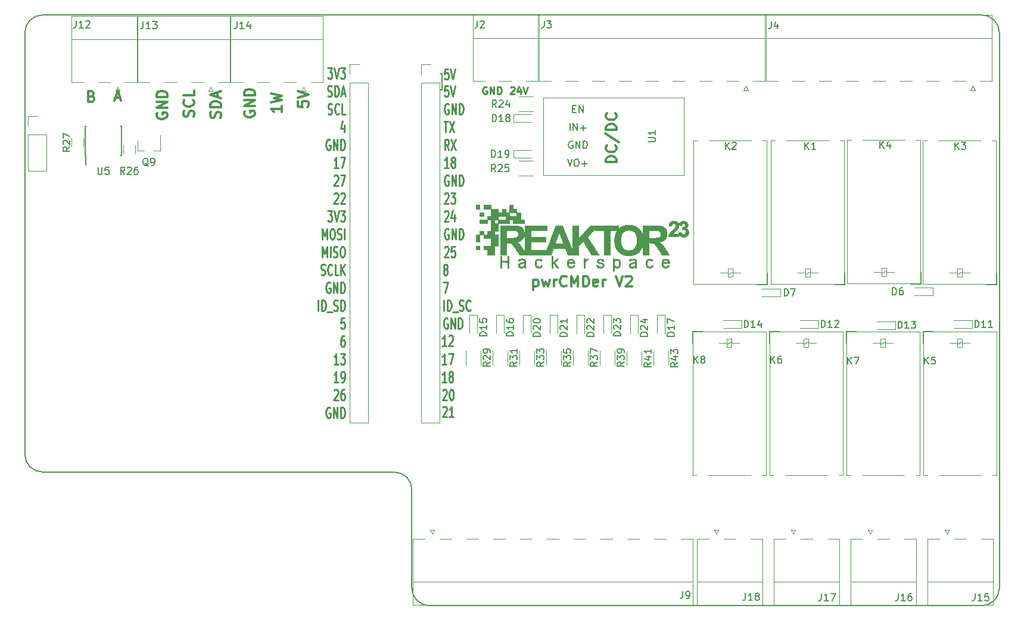
<source format=gbr>
%TF.GenerationSoftware,KiCad,Pcbnew,5.0.1*%
%TF.CreationDate,2019-01-21T13:20:35+01:00*%
%TF.ProjectId,PowerCommander,506F776572436F6D6D616E6465722E6B,rev?*%
%TF.SameCoordinates,Original*%
%TF.FileFunction,Legend,Top*%
%TF.FilePolarity,Positive*%
%FSLAX46Y46*%
G04 Gerber Fmt 4.6, Leading zero omitted, Abs format (unit mm)*
G04 Created by KiCad (PCBNEW 5.0.1) date Mon 21 Jan 2019 01:20:35 PM CET*
%MOMM*%
%LPD*%
G01*
G04 APERTURE LIST*
%ADD10C,0.300000*%
%ADD11C,0.250000*%
%ADD12C,0.200000*%
%ADD13C,0.150000*%
%ADD14C,0.100000*%
%ADD15C,0.120000*%
%ADD16C,0.010000*%
G04 APERTURE END LIST*
D10*
X102255714Y-67623571D02*
X102255714Y-69123571D01*
X102255714Y-67695000D02*
X102398571Y-67623571D01*
X102684285Y-67623571D01*
X102827142Y-67695000D01*
X102898571Y-67766428D01*
X102970000Y-67909285D01*
X102970000Y-68337857D01*
X102898571Y-68480714D01*
X102827142Y-68552142D01*
X102684285Y-68623571D01*
X102398571Y-68623571D01*
X102255714Y-68552142D01*
X103470000Y-67623571D02*
X103755714Y-68623571D01*
X104041428Y-67909285D01*
X104327142Y-68623571D01*
X104612857Y-67623571D01*
X105184285Y-68623571D02*
X105184285Y-67623571D01*
X105184285Y-67909285D02*
X105255714Y-67766428D01*
X105327142Y-67695000D01*
X105470000Y-67623571D01*
X105612857Y-67623571D01*
X106970000Y-68480714D02*
X106898571Y-68552142D01*
X106684285Y-68623571D01*
X106541428Y-68623571D01*
X106327142Y-68552142D01*
X106184285Y-68409285D01*
X106112857Y-68266428D01*
X106041428Y-67980714D01*
X106041428Y-67766428D01*
X106112857Y-67480714D01*
X106184285Y-67337857D01*
X106327142Y-67195000D01*
X106541428Y-67123571D01*
X106684285Y-67123571D01*
X106898571Y-67195000D01*
X106970000Y-67266428D01*
X107612857Y-68623571D02*
X107612857Y-67123571D01*
X108112857Y-68195000D01*
X108612857Y-67123571D01*
X108612857Y-68623571D01*
X109327142Y-68623571D02*
X109327142Y-67123571D01*
X109684285Y-67123571D01*
X109898571Y-67195000D01*
X110041428Y-67337857D01*
X110112857Y-67480714D01*
X110184285Y-67766428D01*
X110184285Y-67980714D01*
X110112857Y-68266428D01*
X110041428Y-68409285D01*
X109898571Y-68552142D01*
X109684285Y-68623571D01*
X109327142Y-68623571D01*
X111398571Y-68552142D02*
X111255714Y-68623571D01*
X110970000Y-68623571D01*
X110827142Y-68552142D01*
X110755714Y-68409285D01*
X110755714Y-67837857D01*
X110827142Y-67695000D01*
X110970000Y-67623571D01*
X111255714Y-67623571D01*
X111398571Y-67695000D01*
X111470000Y-67837857D01*
X111470000Y-67980714D01*
X110755714Y-68123571D01*
X112112857Y-68623571D02*
X112112857Y-67623571D01*
X112112857Y-67909285D02*
X112184285Y-67766428D01*
X112255714Y-67695000D01*
X112398571Y-67623571D01*
X112541428Y-67623571D01*
X113970000Y-67123571D02*
X114470000Y-68623571D01*
X114970000Y-67123571D01*
X115398571Y-67266428D02*
X115470000Y-67195000D01*
X115612857Y-67123571D01*
X115970000Y-67123571D01*
X116112857Y-67195000D01*
X116184285Y-67266428D01*
X116255714Y-67409285D01*
X116255714Y-67552142D01*
X116184285Y-67766428D01*
X115327142Y-68623571D01*
X116255714Y-68623571D01*
D11*
X89379976Y-85808428D02*
X89427595Y-85737000D01*
X89522833Y-85665571D01*
X89760928Y-85665571D01*
X89856166Y-85737000D01*
X89903785Y-85808428D01*
X89951404Y-85951285D01*
X89951404Y-86094142D01*
X89903785Y-86308428D01*
X89332357Y-87165571D01*
X89951404Y-87165571D01*
X90903785Y-87165571D02*
X90332357Y-87165571D01*
X90618071Y-87165571D02*
X90618071Y-85665571D01*
X90522833Y-85879857D01*
X90427595Y-86022714D01*
X90332357Y-86094142D01*
X89379976Y-83395428D02*
X89427595Y-83324000D01*
X89522833Y-83252571D01*
X89760928Y-83252571D01*
X89856166Y-83324000D01*
X89903785Y-83395428D01*
X89951404Y-83538285D01*
X89951404Y-83681142D01*
X89903785Y-83895428D01*
X89332357Y-84752571D01*
X89951404Y-84752571D01*
X90570452Y-83252571D02*
X90665690Y-83252571D01*
X90760928Y-83324000D01*
X90808547Y-83395428D01*
X90856166Y-83538285D01*
X90903785Y-83824000D01*
X90903785Y-84181142D01*
X90856166Y-84466857D01*
X90808547Y-84609714D01*
X90760928Y-84681142D01*
X90665690Y-84752571D01*
X90570452Y-84752571D01*
X90475214Y-84681142D01*
X90427595Y-84609714D01*
X90379976Y-84466857D01*
X90332357Y-84181142D01*
X90332357Y-83824000D01*
X90379976Y-83538285D01*
X90427595Y-83395428D01*
X90475214Y-83324000D01*
X90570452Y-83252571D01*
X89887904Y-82212571D02*
X89316476Y-82212571D01*
X89602190Y-82212571D02*
X89602190Y-80712571D01*
X89506952Y-80926857D01*
X89411714Y-81069714D01*
X89316476Y-81141142D01*
X90459333Y-81355428D02*
X90364095Y-81284000D01*
X90316476Y-81212571D01*
X90268857Y-81069714D01*
X90268857Y-80998285D01*
X90316476Y-80855428D01*
X90364095Y-80784000D01*
X90459333Y-80712571D01*
X90649809Y-80712571D01*
X90745047Y-80784000D01*
X90792666Y-80855428D01*
X90840285Y-80998285D01*
X90840285Y-81069714D01*
X90792666Y-81212571D01*
X90745047Y-81284000D01*
X90649809Y-81355428D01*
X90459333Y-81355428D01*
X90364095Y-81426857D01*
X90316476Y-81498285D01*
X90268857Y-81641142D01*
X90268857Y-81926857D01*
X90316476Y-82069714D01*
X90364095Y-82141142D01*
X90459333Y-82212571D01*
X90649809Y-82212571D01*
X90745047Y-82141142D01*
X90792666Y-82069714D01*
X90840285Y-81926857D01*
X90840285Y-81641142D01*
X90792666Y-81498285D01*
X90745047Y-81426857D01*
X90649809Y-81355428D01*
X89887904Y-79672571D02*
X89316476Y-79672571D01*
X89602190Y-79672571D02*
X89602190Y-78172571D01*
X89506952Y-78386857D01*
X89411714Y-78529714D01*
X89316476Y-78601142D01*
X90221238Y-78172571D02*
X90887904Y-78172571D01*
X90459333Y-79672571D01*
D10*
X66464571Y-42973571D02*
X66464571Y-43830714D01*
X66464571Y-43402142D02*
X64964571Y-43402142D01*
X65178857Y-43545000D01*
X65321714Y-43687857D01*
X65393142Y-43830714D01*
X64964571Y-42473571D02*
X66464571Y-42116428D01*
X65393142Y-41830714D01*
X66464571Y-41545000D01*
X64964571Y-41187857D01*
X61226000Y-43687857D02*
X61154571Y-43830714D01*
X61154571Y-44045000D01*
X61226000Y-44259285D01*
X61368857Y-44402142D01*
X61511714Y-44473571D01*
X61797428Y-44545000D01*
X62011714Y-44545000D01*
X62297428Y-44473571D01*
X62440285Y-44402142D01*
X62583142Y-44259285D01*
X62654571Y-44045000D01*
X62654571Y-43902142D01*
X62583142Y-43687857D01*
X62511714Y-43616428D01*
X62011714Y-43616428D01*
X62011714Y-43902142D01*
X62654571Y-42973571D02*
X61154571Y-42973571D01*
X62654571Y-42116428D01*
X61154571Y-42116428D01*
X62654571Y-41402142D02*
X61154571Y-41402142D01*
X61154571Y-41045000D01*
X61226000Y-40830714D01*
X61368857Y-40687857D01*
X61511714Y-40616428D01*
X61797428Y-40545000D01*
X62011714Y-40545000D01*
X62297428Y-40616428D01*
X62440285Y-40687857D01*
X62583142Y-40830714D01*
X62654571Y-41045000D01*
X62654571Y-41402142D01*
X68774571Y-42294571D02*
X68774571Y-43008857D01*
X69488857Y-43080285D01*
X69417428Y-43008857D01*
X69346000Y-42866000D01*
X69346000Y-42508857D01*
X69417428Y-42366000D01*
X69488857Y-42294571D01*
X69631714Y-42223142D01*
X69988857Y-42223142D01*
X70131714Y-42294571D01*
X70203142Y-42366000D01*
X70274571Y-42508857D01*
X70274571Y-42866000D01*
X70203142Y-43008857D01*
X70131714Y-43080285D01*
X68774571Y-41794571D02*
X70274571Y-41294571D01*
X68774571Y-40794571D01*
D11*
X90157785Y-37659571D02*
X89681595Y-37659571D01*
X89633976Y-38373857D01*
X89681595Y-38302428D01*
X89776833Y-38231000D01*
X90014928Y-38231000D01*
X90110166Y-38302428D01*
X90157785Y-38373857D01*
X90205404Y-38516714D01*
X90205404Y-38873857D01*
X90157785Y-39016714D01*
X90110166Y-39088142D01*
X90014928Y-39159571D01*
X89776833Y-39159571D01*
X89681595Y-39088142D01*
X89633976Y-39016714D01*
X90491119Y-37659571D02*
X90824452Y-39159571D01*
X91157785Y-37659571D01*
D10*
X57757142Y-44620428D02*
X57828571Y-44406142D01*
X57828571Y-44049000D01*
X57757142Y-43906142D01*
X57685714Y-43834714D01*
X57542857Y-43763285D01*
X57400000Y-43763285D01*
X57257142Y-43834714D01*
X57185714Y-43906142D01*
X57114285Y-44049000D01*
X57042857Y-44334714D01*
X56971428Y-44477571D01*
X56900000Y-44549000D01*
X56757142Y-44620428D01*
X56614285Y-44620428D01*
X56471428Y-44549000D01*
X56400000Y-44477571D01*
X56328571Y-44334714D01*
X56328571Y-43977571D01*
X56400000Y-43763285D01*
X57828571Y-43120428D02*
X56328571Y-43120428D01*
X56328571Y-42763285D01*
X56400000Y-42549000D01*
X56542857Y-42406142D01*
X56685714Y-42334714D01*
X56971428Y-42263285D01*
X57185714Y-42263285D01*
X57471428Y-42334714D01*
X57614285Y-42406142D01*
X57757142Y-42549000D01*
X57828571Y-42763285D01*
X57828571Y-43120428D01*
X57400000Y-41691857D02*
X57400000Y-40977571D01*
X57828571Y-41834714D02*
X56328571Y-41334714D01*
X57828571Y-40834714D01*
X53947142Y-44457714D02*
X54018571Y-44243428D01*
X54018571Y-43886285D01*
X53947142Y-43743428D01*
X53875714Y-43672000D01*
X53732857Y-43600571D01*
X53590000Y-43600571D01*
X53447142Y-43672000D01*
X53375714Y-43743428D01*
X53304285Y-43886285D01*
X53232857Y-44172000D01*
X53161428Y-44314857D01*
X53090000Y-44386285D01*
X52947142Y-44457714D01*
X52804285Y-44457714D01*
X52661428Y-44386285D01*
X52590000Y-44314857D01*
X52518571Y-44172000D01*
X52518571Y-43814857D01*
X52590000Y-43600571D01*
X53875714Y-42100571D02*
X53947142Y-42172000D01*
X54018571Y-42386285D01*
X54018571Y-42529142D01*
X53947142Y-42743428D01*
X53804285Y-42886285D01*
X53661428Y-42957714D01*
X53375714Y-43029142D01*
X53161428Y-43029142D01*
X52875714Y-42957714D01*
X52732857Y-42886285D01*
X52590000Y-42743428D01*
X52518571Y-42529142D01*
X52518571Y-42386285D01*
X52590000Y-42172000D01*
X52661428Y-42100571D01*
X54018571Y-40743428D02*
X54018571Y-41457714D01*
X52518571Y-41457714D01*
X48780000Y-43941857D02*
X48708571Y-44084714D01*
X48708571Y-44299000D01*
X48780000Y-44513285D01*
X48922857Y-44656142D01*
X49065714Y-44727571D01*
X49351428Y-44799000D01*
X49565714Y-44799000D01*
X49851428Y-44727571D01*
X49994285Y-44656142D01*
X50137142Y-44513285D01*
X50208571Y-44299000D01*
X50208571Y-44156142D01*
X50137142Y-43941857D01*
X50065714Y-43870428D01*
X49565714Y-43870428D01*
X49565714Y-44156142D01*
X50208571Y-43227571D02*
X48708571Y-43227571D01*
X50208571Y-42370428D01*
X48708571Y-42370428D01*
X50208571Y-41656142D02*
X48708571Y-41656142D01*
X48708571Y-41299000D01*
X48780000Y-41084714D01*
X48922857Y-40941857D01*
X49065714Y-40870428D01*
X49351428Y-40799000D01*
X49565714Y-40799000D01*
X49851428Y-40870428D01*
X49994285Y-40941857D01*
X50137142Y-41084714D01*
X50208571Y-41299000D01*
X50208571Y-41656142D01*
X39477142Y-41548857D02*
X39691428Y-41620285D01*
X39762857Y-41691714D01*
X39834285Y-41834571D01*
X39834285Y-42048857D01*
X39762857Y-42191714D01*
X39691428Y-42263142D01*
X39548571Y-42334571D01*
X38977142Y-42334571D01*
X38977142Y-40834571D01*
X39477142Y-40834571D01*
X39620000Y-40906000D01*
X39691428Y-40977428D01*
X39762857Y-41120285D01*
X39762857Y-41263142D01*
X39691428Y-41406000D01*
X39620000Y-41477428D01*
X39477142Y-41548857D01*
X38977142Y-41548857D01*
X42822857Y-41779000D02*
X43537142Y-41779000D01*
X42680000Y-42207571D02*
X43180000Y-40707571D01*
X43680000Y-42207571D01*
X114089571Y-50926571D02*
X112589571Y-50926571D01*
X112589571Y-50569428D01*
X112661000Y-50355142D01*
X112803857Y-50212285D01*
X112946714Y-50140857D01*
X113232428Y-50069428D01*
X113446714Y-50069428D01*
X113732428Y-50140857D01*
X113875285Y-50212285D01*
X114018142Y-50355142D01*
X114089571Y-50569428D01*
X114089571Y-50926571D01*
X113946714Y-48569428D02*
X114018142Y-48640857D01*
X114089571Y-48855142D01*
X114089571Y-48998000D01*
X114018142Y-49212285D01*
X113875285Y-49355142D01*
X113732428Y-49426571D01*
X113446714Y-49498000D01*
X113232428Y-49498000D01*
X112946714Y-49426571D01*
X112803857Y-49355142D01*
X112661000Y-49212285D01*
X112589571Y-48998000D01*
X112589571Y-48855142D01*
X112661000Y-48640857D01*
X112732428Y-48569428D01*
X112518142Y-46855142D02*
X114446714Y-48140857D01*
X114089571Y-46355142D02*
X112589571Y-46355142D01*
X112589571Y-45998000D01*
X112661000Y-45783714D01*
X112803857Y-45640857D01*
X112946714Y-45569428D01*
X113232428Y-45498000D01*
X113446714Y-45498000D01*
X113732428Y-45569428D01*
X113875285Y-45640857D01*
X114018142Y-45783714D01*
X114089571Y-45998000D01*
X114089571Y-46355142D01*
X113946714Y-43998000D02*
X114018142Y-44069428D01*
X114089571Y-44283714D01*
X114089571Y-44426571D01*
X114018142Y-44640857D01*
X113875285Y-44783714D01*
X113732428Y-44855142D01*
X113446714Y-44926571D01*
X113232428Y-44926571D01*
X112946714Y-44855142D01*
X112803857Y-44783714D01*
X112661000Y-44640857D01*
X112589571Y-44426571D01*
X112589571Y-44283714D01*
X112661000Y-44069428D01*
X112732428Y-43998000D01*
D12*
X89281000Y-40640000D02*
X89027000Y-40640000D01*
X89281000Y-38354000D02*
X89027000Y-38354000D01*
X89281000Y-40640000D02*
X89281000Y-38354000D01*
D11*
X89554595Y-72052571D02*
X89554595Y-70552571D01*
X90030785Y-72052571D02*
X90030785Y-70552571D01*
X90268880Y-70552571D01*
X90411738Y-70624000D01*
X90506976Y-70766857D01*
X90554595Y-70909714D01*
X90602214Y-71195428D01*
X90602214Y-71409714D01*
X90554595Y-71695428D01*
X90506976Y-71838285D01*
X90411738Y-71981142D01*
X90268880Y-72052571D01*
X90030785Y-72052571D01*
X90792690Y-72195428D02*
X91554595Y-72195428D01*
X91745071Y-71981142D02*
X91887928Y-72052571D01*
X92126023Y-72052571D01*
X92221261Y-71981142D01*
X92268880Y-71909714D01*
X92316500Y-71766857D01*
X92316500Y-71624000D01*
X92268880Y-71481142D01*
X92221261Y-71409714D01*
X92126023Y-71338285D01*
X91935547Y-71266857D01*
X91840309Y-71195428D01*
X91792690Y-71124000D01*
X91745071Y-70981142D01*
X91745071Y-70838285D01*
X91792690Y-70695428D01*
X91840309Y-70624000D01*
X91935547Y-70552571D01*
X92173642Y-70552571D01*
X92316500Y-70624000D01*
X93316500Y-71909714D02*
X93268880Y-71981142D01*
X93126023Y-72052571D01*
X93030785Y-72052571D01*
X92887928Y-71981142D01*
X92792690Y-71838285D01*
X92745071Y-71695428D01*
X92697452Y-71409714D01*
X92697452Y-71195428D01*
X92745071Y-70909714D01*
X92792690Y-70766857D01*
X92887928Y-70624000D01*
X93030785Y-70552571D01*
X93126023Y-70552571D01*
X93268880Y-70624000D01*
X93316500Y-70695428D01*
X90078404Y-73164000D02*
X89983166Y-73092571D01*
X89840309Y-73092571D01*
X89697452Y-73164000D01*
X89602214Y-73306857D01*
X89554595Y-73449714D01*
X89506976Y-73735428D01*
X89506976Y-73949714D01*
X89554595Y-74235428D01*
X89602214Y-74378285D01*
X89697452Y-74521142D01*
X89840309Y-74592571D01*
X89935547Y-74592571D01*
X90078404Y-74521142D01*
X90126023Y-74449714D01*
X90126023Y-73949714D01*
X89935547Y-73949714D01*
X90554595Y-74592571D02*
X90554595Y-73092571D01*
X91126023Y-74592571D01*
X91126023Y-73092571D01*
X91602214Y-74592571D02*
X91602214Y-73092571D01*
X91840309Y-73092571D01*
X91983166Y-73164000D01*
X92078404Y-73306857D01*
X92126023Y-73449714D01*
X92173642Y-73735428D01*
X92173642Y-73949714D01*
X92126023Y-74235428D01*
X92078404Y-74378285D01*
X91983166Y-74521142D01*
X91840309Y-74592571D01*
X91602214Y-74592571D01*
X89887904Y-77069071D02*
X89316476Y-77069071D01*
X89602190Y-77069071D02*
X89602190Y-75569071D01*
X89506952Y-75783357D01*
X89411714Y-75926214D01*
X89316476Y-75997642D01*
X90268857Y-75711928D02*
X90316476Y-75640500D01*
X90411714Y-75569071D01*
X90649809Y-75569071D01*
X90745047Y-75640500D01*
X90792666Y-75711928D01*
X90840285Y-75854785D01*
X90840285Y-75997642D01*
X90792666Y-76211928D01*
X90221238Y-77069071D01*
X90840285Y-77069071D01*
X89459357Y-68012571D02*
X90126023Y-68012571D01*
X89697452Y-69512571D01*
X89633976Y-55455428D02*
X89681595Y-55384000D01*
X89776833Y-55312571D01*
X90014928Y-55312571D01*
X90110166Y-55384000D01*
X90157785Y-55455428D01*
X90205404Y-55598285D01*
X90205404Y-55741142D01*
X90157785Y-55955428D01*
X89586357Y-56812571D01*
X90205404Y-56812571D01*
X90538738Y-55312571D02*
X91157785Y-55312571D01*
X90824452Y-55884000D01*
X90967309Y-55884000D01*
X91062547Y-55955428D01*
X91110166Y-56026857D01*
X91157785Y-56169714D01*
X91157785Y-56526857D01*
X91110166Y-56669714D01*
X91062547Y-56741142D01*
X90967309Y-56812571D01*
X90681595Y-56812571D01*
X90586357Y-56741142D01*
X90538738Y-56669714D01*
X89697452Y-66115428D02*
X89602214Y-66044000D01*
X89554595Y-65972571D01*
X89506976Y-65829714D01*
X89506976Y-65758285D01*
X89554595Y-65615428D01*
X89602214Y-65544000D01*
X89697452Y-65472571D01*
X89887928Y-65472571D01*
X89983166Y-65544000D01*
X90030785Y-65615428D01*
X90078404Y-65758285D01*
X90078404Y-65829714D01*
X90030785Y-65972571D01*
X89983166Y-66044000D01*
X89887928Y-66115428D01*
X89697452Y-66115428D01*
X89602214Y-66186857D01*
X89554595Y-66258285D01*
X89506976Y-66401142D01*
X89506976Y-66686857D01*
X89554595Y-66829714D01*
X89602214Y-66901142D01*
X89697452Y-66972571D01*
X89887928Y-66972571D01*
X89983166Y-66901142D01*
X90030785Y-66829714D01*
X90078404Y-66686857D01*
X90078404Y-66401142D01*
X90030785Y-66258285D01*
X89983166Y-66186857D01*
X89887928Y-66115428D01*
X90205404Y-60464000D02*
X90110166Y-60392571D01*
X89967309Y-60392571D01*
X89824452Y-60464000D01*
X89729214Y-60606857D01*
X89681595Y-60749714D01*
X89633976Y-61035428D01*
X89633976Y-61249714D01*
X89681595Y-61535428D01*
X89729214Y-61678285D01*
X89824452Y-61821142D01*
X89967309Y-61892571D01*
X90062547Y-61892571D01*
X90205404Y-61821142D01*
X90253023Y-61749714D01*
X90253023Y-61249714D01*
X90062547Y-61249714D01*
X90681595Y-61892571D02*
X90681595Y-60392571D01*
X91253023Y-61892571D01*
X91253023Y-60392571D01*
X91729214Y-61892571D02*
X91729214Y-60392571D01*
X91967309Y-60392571D01*
X92110166Y-60464000D01*
X92205404Y-60606857D01*
X92253023Y-60749714D01*
X92300642Y-61035428D01*
X92300642Y-61249714D01*
X92253023Y-61535428D01*
X92205404Y-61678285D01*
X92110166Y-61821142D01*
X91967309Y-61892571D01*
X91729214Y-61892571D01*
X90205404Y-52844000D02*
X90110166Y-52772571D01*
X89967309Y-52772571D01*
X89824452Y-52844000D01*
X89729214Y-52986857D01*
X89681595Y-53129714D01*
X89633976Y-53415428D01*
X89633976Y-53629714D01*
X89681595Y-53915428D01*
X89729214Y-54058285D01*
X89824452Y-54201142D01*
X89967309Y-54272571D01*
X90062547Y-54272571D01*
X90205404Y-54201142D01*
X90253023Y-54129714D01*
X90253023Y-53629714D01*
X90062547Y-53629714D01*
X90681595Y-54272571D02*
X90681595Y-52772571D01*
X91253023Y-54272571D01*
X91253023Y-52772571D01*
X91729214Y-54272571D02*
X91729214Y-52772571D01*
X91967309Y-52772571D01*
X92110166Y-52844000D01*
X92205404Y-52986857D01*
X92253023Y-53129714D01*
X92300642Y-53415428D01*
X92300642Y-53629714D01*
X92253023Y-53915428D01*
X92205404Y-54058285D01*
X92110166Y-54201142D01*
X91967309Y-54272571D01*
X91729214Y-54272571D01*
X89633976Y-63075428D02*
X89681595Y-63004000D01*
X89776833Y-62932571D01*
X90014928Y-62932571D01*
X90110166Y-63004000D01*
X90157785Y-63075428D01*
X90205404Y-63218285D01*
X90205404Y-63361142D01*
X90157785Y-63575428D01*
X89586357Y-64432571D01*
X90205404Y-64432571D01*
X91110166Y-62932571D02*
X90633976Y-62932571D01*
X90586357Y-63646857D01*
X90633976Y-63575428D01*
X90729214Y-63504000D01*
X90967309Y-63504000D01*
X91062547Y-63575428D01*
X91110166Y-63646857D01*
X91157785Y-63789714D01*
X91157785Y-64146857D01*
X91110166Y-64289714D01*
X91062547Y-64361142D01*
X90967309Y-64432571D01*
X90729214Y-64432571D01*
X90633976Y-64361142D01*
X90586357Y-64289714D01*
X89633976Y-57995428D02*
X89681595Y-57924000D01*
X89776833Y-57852571D01*
X90014928Y-57852571D01*
X90110166Y-57924000D01*
X90157785Y-57995428D01*
X90205404Y-58138285D01*
X90205404Y-58281142D01*
X90157785Y-58495428D01*
X89586357Y-59352571D01*
X90205404Y-59352571D01*
X91062547Y-58352571D02*
X91062547Y-59352571D01*
X90824452Y-57781142D02*
X90586357Y-58852571D01*
X91205404Y-58852571D01*
X90205404Y-51732571D02*
X89633976Y-51732571D01*
X89919690Y-51732571D02*
X89919690Y-50232571D01*
X89824452Y-50446857D01*
X89729214Y-50589714D01*
X89633976Y-50661142D01*
X90776833Y-50875428D02*
X90681595Y-50804000D01*
X90633976Y-50732571D01*
X90586357Y-50589714D01*
X90586357Y-50518285D01*
X90633976Y-50375428D01*
X90681595Y-50304000D01*
X90776833Y-50232571D01*
X90967309Y-50232571D01*
X91062547Y-50304000D01*
X91110166Y-50375428D01*
X91157785Y-50518285D01*
X91157785Y-50589714D01*
X91110166Y-50732571D01*
X91062547Y-50804000D01*
X90967309Y-50875428D01*
X90776833Y-50875428D01*
X90681595Y-50946857D01*
X90633976Y-51018285D01*
X90586357Y-51161142D01*
X90586357Y-51446857D01*
X90633976Y-51589714D01*
X90681595Y-51661142D01*
X90776833Y-51732571D01*
X90967309Y-51732571D01*
X91062547Y-51661142D01*
X91110166Y-51589714D01*
X91157785Y-51446857D01*
X91157785Y-51161142D01*
X91110166Y-51018285D01*
X91062547Y-50946857D01*
X90967309Y-50875428D01*
X90253023Y-49192571D02*
X89919690Y-48478285D01*
X89681595Y-49192571D02*
X89681595Y-47692571D01*
X90062547Y-47692571D01*
X90157785Y-47764000D01*
X90205404Y-47835428D01*
X90253023Y-47978285D01*
X90253023Y-48192571D01*
X90205404Y-48335428D01*
X90157785Y-48406857D01*
X90062547Y-48478285D01*
X89681595Y-48478285D01*
X90586357Y-47692571D02*
X91253023Y-49192571D01*
X91253023Y-47692571D02*
X90586357Y-49192571D01*
X89538738Y-45152571D02*
X90110166Y-45152571D01*
X89824452Y-46652571D02*
X89824452Y-45152571D01*
X90348261Y-45152571D02*
X91014928Y-46652571D01*
X91014928Y-45152571D02*
X90348261Y-46652571D01*
X90205404Y-42684000D02*
X90110166Y-42612571D01*
X89967309Y-42612571D01*
X89824452Y-42684000D01*
X89729214Y-42826857D01*
X89681595Y-42969714D01*
X89633976Y-43255428D01*
X89633976Y-43469714D01*
X89681595Y-43755428D01*
X89729214Y-43898285D01*
X89824452Y-44041142D01*
X89967309Y-44112571D01*
X90062547Y-44112571D01*
X90205404Y-44041142D01*
X90253023Y-43969714D01*
X90253023Y-43469714D01*
X90062547Y-43469714D01*
X90681595Y-44112571D02*
X90681595Y-42612571D01*
X91253023Y-44112571D01*
X91253023Y-42612571D01*
X91729214Y-44112571D02*
X91729214Y-42612571D01*
X91967309Y-42612571D01*
X92110166Y-42684000D01*
X92205404Y-42826857D01*
X92253023Y-42969714D01*
X92300642Y-43255428D01*
X92300642Y-43469714D01*
X92253023Y-43755428D01*
X92205404Y-43898285D01*
X92110166Y-44041142D01*
X91967309Y-44112571D01*
X91729214Y-44112571D01*
X90157785Y-40072571D02*
X89681595Y-40072571D01*
X89633976Y-40786857D01*
X89681595Y-40715428D01*
X89776833Y-40644000D01*
X90014928Y-40644000D01*
X90110166Y-40715428D01*
X90157785Y-40786857D01*
X90205404Y-40929714D01*
X90205404Y-41286857D01*
X90157785Y-41429714D01*
X90110166Y-41501142D01*
X90014928Y-41572571D01*
X89776833Y-41572571D01*
X89681595Y-41501142D01*
X89633976Y-41429714D01*
X90491119Y-40072571D02*
X90824452Y-41572571D01*
X91157785Y-40072571D01*
X73370785Y-85864000D02*
X73275547Y-85792571D01*
X73132690Y-85792571D01*
X72989833Y-85864000D01*
X72894595Y-86006857D01*
X72846976Y-86149714D01*
X72799357Y-86435428D01*
X72799357Y-86649714D01*
X72846976Y-86935428D01*
X72894595Y-87078285D01*
X72989833Y-87221142D01*
X73132690Y-87292571D01*
X73227928Y-87292571D01*
X73370785Y-87221142D01*
X73418404Y-87149714D01*
X73418404Y-86649714D01*
X73227928Y-86649714D01*
X73846976Y-87292571D02*
X73846976Y-85792571D01*
X74418404Y-87292571D01*
X74418404Y-85792571D01*
X74894595Y-87292571D02*
X74894595Y-85792571D01*
X75132690Y-85792571D01*
X75275547Y-85864000D01*
X75370785Y-86006857D01*
X75418404Y-86149714D01*
X75466023Y-86435428D01*
X75466023Y-86649714D01*
X75418404Y-86935428D01*
X75370785Y-87078285D01*
X75275547Y-87221142D01*
X75132690Y-87292571D01*
X74894595Y-87292571D01*
X73942214Y-83395428D02*
X73989833Y-83324000D01*
X74085071Y-83252571D01*
X74323166Y-83252571D01*
X74418404Y-83324000D01*
X74466023Y-83395428D01*
X74513642Y-83538285D01*
X74513642Y-83681142D01*
X74466023Y-83895428D01*
X73894595Y-84752571D01*
X74513642Y-84752571D01*
X75370785Y-83252571D02*
X75180309Y-83252571D01*
X75085071Y-83324000D01*
X75037452Y-83395428D01*
X74942214Y-83609714D01*
X74894595Y-83895428D01*
X74894595Y-84466857D01*
X74942214Y-84609714D01*
X74989833Y-84681142D01*
X75085071Y-84752571D01*
X75275547Y-84752571D01*
X75370785Y-84681142D01*
X75418404Y-84609714D01*
X75466023Y-84466857D01*
X75466023Y-84109714D01*
X75418404Y-83966857D01*
X75370785Y-83895428D01*
X75275547Y-83824000D01*
X75085071Y-83824000D01*
X74989833Y-83895428D01*
X74942214Y-83966857D01*
X74894595Y-84109714D01*
X74513642Y-82212571D02*
X73942214Y-82212571D01*
X74227928Y-82212571D02*
X74227928Y-80712571D01*
X74132690Y-80926857D01*
X74037452Y-81069714D01*
X73942214Y-81141142D01*
X74989833Y-82212571D02*
X75180309Y-82212571D01*
X75275547Y-82141142D01*
X75323166Y-82069714D01*
X75418404Y-81855428D01*
X75466023Y-81569714D01*
X75466023Y-80998285D01*
X75418404Y-80855428D01*
X75370785Y-80784000D01*
X75275547Y-80712571D01*
X75085071Y-80712571D01*
X74989833Y-80784000D01*
X74942214Y-80855428D01*
X74894595Y-80998285D01*
X74894595Y-81355428D01*
X74942214Y-81498285D01*
X74989833Y-81569714D01*
X75085071Y-81641142D01*
X75275547Y-81641142D01*
X75370785Y-81569714D01*
X75418404Y-81498285D01*
X75466023Y-81355428D01*
X74513642Y-79672571D02*
X73942214Y-79672571D01*
X74227928Y-79672571D02*
X74227928Y-78172571D01*
X74132690Y-78386857D01*
X74037452Y-78529714D01*
X73942214Y-78601142D01*
X74846976Y-78172571D02*
X75466023Y-78172571D01*
X75132690Y-78744000D01*
X75275547Y-78744000D01*
X75370785Y-78815428D01*
X75418404Y-78886857D01*
X75466023Y-79029714D01*
X75466023Y-79386857D01*
X75418404Y-79529714D01*
X75370785Y-79601142D01*
X75275547Y-79672571D01*
X74989833Y-79672571D01*
X74894595Y-79601142D01*
X74846976Y-79529714D01*
X75370785Y-75632571D02*
X75180309Y-75632571D01*
X75085071Y-75704000D01*
X75037452Y-75775428D01*
X74942214Y-75989714D01*
X74894595Y-76275428D01*
X74894595Y-76846857D01*
X74942214Y-76989714D01*
X74989833Y-77061142D01*
X75085071Y-77132571D01*
X75275547Y-77132571D01*
X75370785Y-77061142D01*
X75418404Y-76989714D01*
X75466023Y-76846857D01*
X75466023Y-76489714D01*
X75418404Y-76346857D01*
X75370785Y-76275428D01*
X75275547Y-76204000D01*
X75085071Y-76204000D01*
X74989833Y-76275428D01*
X74942214Y-76346857D01*
X74894595Y-76489714D01*
X75418404Y-73092571D02*
X74942214Y-73092571D01*
X74894595Y-73806857D01*
X74942214Y-73735428D01*
X75037452Y-73664000D01*
X75275547Y-73664000D01*
X75370785Y-73735428D01*
X75418404Y-73806857D01*
X75466023Y-73949714D01*
X75466023Y-74306857D01*
X75418404Y-74449714D01*
X75370785Y-74521142D01*
X75275547Y-74592571D01*
X75037452Y-74592571D01*
X74942214Y-74521142D01*
X74894595Y-74449714D01*
X71704119Y-72052571D02*
X71704119Y-70552571D01*
X72180309Y-72052571D02*
X72180309Y-70552571D01*
X72418404Y-70552571D01*
X72561261Y-70624000D01*
X72656500Y-70766857D01*
X72704119Y-70909714D01*
X72751738Y-71195428D01*
X72751738Y-71409714D01*
X72704119Y-71695428D01*
X72656500Y-71838285D01*
X72561261Y-71981142D01*
X72418404Y-72052571D01*
X72180309Y-72052571D01*
X72942214Y-72195428D02*
X73704119Y-72195428D01*
X73894595Y-71981142D02*
X74037452Y-72052571D01*
X74275547Y-72052571D01*
X74370785Y-71981142D01*
X74418404Y-71909714D01*
X74466023Y-71766857D01*
X74466023Y-71624000D01*
X74418404Y-71481142D01*
X74370785Y-71409714D01*
X74275547Y-71338285D01*
X74085071Y-71266857D01*
X73989833Y-71195428D01*
X73942214Y-71124000D01*
X73894595Y-70981142D01*
X73894595Y-70838285D01*
X73942214Y-70695428D01*
X73989833Y-70624000D01*
X74085071Y-70552571D01*
X74323166Y-70552571D01*
X74466023Y-70624000D01*
X74894595Y-72052571D02*
X74894595Y-70552571D01*
X75132690Y-70552571D01*
X75275547Y-70624000D01*
X75370785Y-70766857D01*
X75418404Y-70909714D01*
X75466023Y-71195428D01*
X75466023Y-71409714D01*
X75418404Y-71695428D01*
X75370785Y-71838285D01*
X75275547Y-71981142D01*
X75132690Y-72052571D01*
X74894595Y-72052571D01*
X73370785Y-68084000D02*
X73275547Y-68012571D01*
X73132690Y-68012571D01*
X72989833Y-68084000D01*
X72894595Y-68226857D01*
X72846976Y-68369714D01*
X72799357Y-68655428D01*
X72799357Y-68869714D01*
X72846976Y-69155428D01*
X72894595Y-69298285D01*
X72989833Y-69441142D01*
X73132690Y-69512571D01*
X73227928Y-69512571D01*
X73370785Y-69441142D01*
X73418404Y-69369714D01*
X73418404Y-68869714D01*
X73227928Y-68869714D01*
X73846976Y-69512571D02*
X73846976Y-68012571D01*
X74418404Y-69512571D01*
X74418404Y-68012571D01*
X74894595Y-69512571D02*
X74894595Y-68012571D01*
X75132690Y-68012571D01*
X75275547Y-68084000D01*
X75370785Y-68226857D01*
X75418404Y-68369714D01*
X75466023Y-68655428D01*
X75466023Y-68869714D01*
X75418404Y-69155428D01*
X75370785Y-69298285D01*
X75275547Y-69441142D01*
X75132690Y-69512571D01*
X74894595Y-69512571D01*
X72085071Y-66901142D02*
X72227928Y-66972571D01*
X72466023Y-66972571D01*
X72561261Y-66901142D01*
X72608880Y-66829714D01*
X72656500Y-66686857D01*
X72656500Y-66544000D01*
X72608880Y-66401142D01*
X72561261Y-66329714D01*
X72466023Y-66258285D01*
X72275547Y-66186857D01*
X72180309Y-66115428D01*
X72132690Y-66044000D01*
X72085071Y-65901142D01*
X72085071Y-65758285D01*
X72132690Y-65615428D01*
X72180309Y-65544000D01*
X72275547Y-65472571D01*
X72513642Y-65472571D01*
X72656500Y-65544000D01*
X73656500Y-66829714D02*
X73608880Y-66901142D01*
X73466023Y-66972571D01*
X73370785Y-66972571D01*
X73227928Y-66901142D01*
X73132690Y-66758285D01*
X73085071Y-66615428D01*
X73037452Y-66329714D01*
X73037452Y-66115428D01*
X73085071Y-65829714D01*
X73132690Y-65686857D01*
X73227928Y-65544000D01*
X73370785Y-65472571D01*
X73466023Y-65472571D01*
X73608880Y-65544000D01*
X73656500Y-65615428D01*
X74561261Y-66972571D02*
X74085071Y-66972571D01*
X74085071Y-65472571D01*
X74894595Y-66972571D02*
X74894595Y-65472571D01*
X75466023Y-66972571D02*
X75037452Y-66115428D01*
X75466023Y-65472571D02*
X74894595Y-66329714D01*
X72275547Y-64432571D02*
X72275547Y-62932571D01*
X72608880Y-64004000D01*
X72942214Y-62932571D01*
X72942214Y-64432571D01*
X73418404Y-64432571D02*
X73418404Y-62932571D01*
X73846976Y-64361142D02*
X73989833Y-64432571D01*
X74227928Y-64432571D01*
X74323166Y-64361142D01*
X74370785Y-64289714D01*
X74418404Y-64146857D01*
X74418404Y-64004000D01*
X74370785Y-63861142D01*
X74323166Y-63789714D01*
X74227928Y-63718285D01*
X74037452Y-63646857D01*
X73942214Y-63575428D01*
X73894595Y-63504000D01*
X73846976Y-63361142D01*
X73846976Y-63218285D01*
X73894595Y-63075428D01*
X73942214Y-63004000D01*
X74037452Y-62932571D01*
X74275547Y-62932571D01*
X74418404Y-63004000D01*
X75037452Y-62932571D02*
X75227928Y-62932571D01*
X75323166Y-63004000D01*
X75418404Y-63146857D01*
X75466023Y-63432571D01*
X75466023Y-63932571D01*
X75418404Y-64218285D01*
X75323166Y-64361142D01*
X75227928Y-64432571D01*
X75037452Y-64432571D01*
X74942214Y-64361142D01*
X74846976Y-64218285D01*
X74799357Y-63932571D01*
X74799357Y-63432571D01*
X74846976Y-63146857D01*
X74942214Y-63004000D01*
X75037452Y-62932571D01*
X72275547Y-61892571D02*
X72275547Y-60392571D01*
X72608880Y-61464000D01*
X72942214Y-60392571D01*
X72942214Y-61892571D01*
X73608880Y-60392571D02*
X73799357Y-60392571D01*
X73894595Y-60464000D01*
X73989833Y-60606857D01*
X74037452Y-60892571D01*
X74037452Y-61392571D01*
X73989833Y-61678285D01*
X73894595Y-61821142D01*
X73799357Y-61892571D01*
X73608880Y-61892571D01*
X73513642Y-61821142D01*
X73418404Y-61678285D01*
X73370785Y-61392571D01*
X73370785Y-60892571D01*
X73418404Y-60606857D01*
X73513642Y-60464000D01*
X73608880Y-60392571D01*
X74418404Y-61821142D02*
X74561261Y-61892571D01*
X74799357Y-61892571D01*
X74894595Y-61821142D01*
X74942214Y-61749714D01*
X74989833Y-61606857D01*
X74989833Y-61464000D01*
X74942214Y-61321142D01*
X74894595Y-61249714D01*
X74799357Y-61178285D01*
X74608880Y-61106857D01*
X74513642Y-61035428D01*
X74466023Y-60964000D01*
X74418404Y-60821142D01*
X74418404Y-60678285D01*
X74466023Y-60535428D01*
X74513642Y-60464000D01*
X74608880Y-60392571D01*
X74846976Y-60392571D01*
X74989833Y-60464000D01*
X75418404Y-61892571D02*
X75418404Y-60392571D01*
X73037452Y-57852571D02*
X73656500Y-57852571D01*
X73323166Y-58424000D01*
X73466023Y-58424000D01*
X73561261Y-58495428D01*
X73608880Y-58566857D01*
X73656500Y-58709714D01*
X73656500Y-59066857D01*
X73608880Y-59209714D01*
X73561261Y-59281142D01*
X73466023Y-59352571D01*
X73180309Y-59352571D01*
X73085071Y-59281142D01*
X73037452Y-59209714D01*
X73942214Y-57852571D02*
X74275547Y-59352571D01*
X74608880Y-57852571D01*
X74846976Y-57852571D02*
X75466023Y-57852571D01*
X75132690Y-58424000D01*
X75275547Y-58424000D01*
X75370785Y-58495428D01*
X75418404Y-58566857D01*
X75466023Y-58709714D01*
X75466023Y-59066857D01*
X75418404Y-59209714D01*
X75370785Y-59281142D01*
X75275547Y-59352571D01*
X74989833Y-59352571D01*
X74894595Y-59281142D01*
X74846976Y-59209714D01*
X73942214Y-55455428D02*
X73989833Y-55384000D01*
X74085071Y-55312571D01*
X74323166Y-55312571D01*
X74418404Y-55384000D01*
X74466023Y-55455428D01*
X74513642Y-55598285D01*
X74513642Y-55741142D01*
X74466023Y-55955428D01*
X73894595Y-56812571D01*
X74513642Y-56812571D01*
X74894595Y-55455428D02*
X74942214Y-55384000D01*
X75037452Y-55312571D01*
X75275547Y-55312571D01*
X75370785Y-55384000D01*
X75418404Y-55455428D01*
X75466023Y-55598285D01*
X75466023Y-55741142D01*
X75418404Y-55955428D01*
X74846976Y-56812571D01*
X75466023Y-56812571D01*
X73942214Y-52915428D02*
X73989833Y-52844000D01*
X74085071Y-52772571D01*
X74323166Y-52772571D01*
X74418404Y-52844000D01*
X74466023Y-52915428D01*
X74513642Y-53058285D01*
X74513642Y-53201142D01*
X74466023Y-53415428D01*
X73894595Y-54272571D01*
X74513642Y-54272571D01*
X74846976Y-52772571D02*
X75513642Y-52772571D01*
X75085071Y-54272571D01*
X74513642Y-51732571D02*
X73942214Y-51732571D01*
X74227928Y-51732571D02*
X74227928Y-50232571D01*
X74132690Y-50446857D01*
X74037452Y-50589714D01*
X73942214Y-50661142D01*
X74846976Y-50232571D02*
X75513642Y-50232571D01*
X75085071Y-51732571D01*
X73370785Y-47764000D02*
X73275547Y-47692571D01*
X73132690Y-47692571D01*
X72989833Y-47764000D01*
X72894595Y-47906857D01*
X72846976Y-48049714D01*
X72799357Y-48335428D01*
X72799357Y-48549714D01*
X72846976Y-48835428D01*
X72894595Y-48978285D01*
X72989833Y-49121142D01*
X73132690Y-49192571D01*
X73227928Y-49192571D01*
X73370785Y-49121142D01*
X73418404Y-49049714D01*
X73418404Y-48549714D01*
X73227928Y-48549714D01*
X73846976Y-49192571D02*
X73846976Y-47692571D01*
X74418404Y-49192571D01*
X74418404Y-47692571D01*
X74894595Y-49192571D02*
X74894595Y-47692571D01*
X75132690Y-47692571D01*
X75275547Y-47764000D01*
X75370785Y-47906857D01*
X75418404Y-48049714D01*
X75466023Y-48335428D01*
X75466023Y-48549714D01*
X75418404Y-48835428D01*
X75370785Y-48978285D01*
X75275547Y-49121142D01*
X75132690Y-49192571D01*
X74894595Y-49192571D01*
X75370785Y-45652571D02*
X75370785Y-46652571D01*
X75132690Y-45081142D02*
X74894595Y-46152571D01*
X75513642Y-46152571D01*
X73085071Y-44041142D02*
X73227928Y-44112571D01*
X73466023Y-44112571D01*
X73561261Y-44041142D01*
X73608880Y-43969714D01*
X73656500Y-43826857D01*
X73656500Y-43684000D01*
X73608880Y-43541142D01*
X73561261Y-43469714D01*
X73466023Y-43398285D01*
X73275547Y-43326857D01*
X73180309Y-43255428D01*
X73132690Y-43184000D01*
X73085071Y-43041142D01*
X73085071Y-42898285D01*
X73132690Y-42755428D01*
X73180309Y-42684000D01*
X73275547Y-42612571D01*
X73513642Y-42612571D01*
X73656500Y-42684000D01*
X74656500Y-43969714D02*
X74608880Y-44041142D01*
X74466023Y-44112571D01*
X74370785Y-44112571D01*
X74227928Y-44041142D01*
X74132690Y-43898285D01*
X74085071Y-43755428D01*
X74037452Y-43469714D01*
X74037452Y-43255428D01*
X74085071Y-42969714D01*
X74132690Y-42826857D01*
X74227928Y-42684000D01*
X74370785Y-42612571D01*
X74466023Y-42612571D01*
X74608880Y-42684000D01*
X74656500Y-42755428D01*
X75561261Y-44112571D02*
X75085071Y-44112571D01*
X75085071Y-42612571D01*
X73037452Y-41501142D02*
X73180309Y-41572571D01*
X73418404Y-41572571D01*
X73513642Y-41501142D01*
X73561261Y-41429714D01*
X73608880Y-41286857D01*
X73608880Y-41144000D01*
X73561261Y-41001142D01*
X73513642Y-40929714D01*
X73418404Y-40858285D01*
X73227928Y-40786857D01*
X73132690Y-40715428D01*
X73085071Y-40644000D01*
X73037452Y-40501142D01*
X73037452Y-40358285D01*
X73085071Y-40215428D01*
X73132690Y-40144000D01*
X73227928Y-40072571D01*
X73466023Y-40072571D01*
X73608880Y-40144000D01*
X74037452Y-41572571D02*
X74037452Y-40072571D01*
X74275547Y-40072571D01*
X74418404Y-40144000D01*
X74513642Y-40286857D01*
X74561261Y-40429714D01*
X74608880Y-40715428D01*
X74608880Y-40929714D01*
X74561261Y-41215428D01*
X74513642Y-41358285D01*
X74418404Y-41501142D01*
X74275547Y-41572571D01*
X74037452Y-41572571D01*
X74989833Y-41144000D02*
X75466023Y-41144000D01*
X74894595Y-41572571D02*
X75227928Y-40072571D01*
X75561261Y-41572571D01*
X73037452Y-37532571D02*
X73656500Y-37532571D01*
X73323166Y-38104000D01*
X73466023Y-38104000D01*
X73561261Y-38175428D01*
X73608880Y-38246857D01*
X73656500Y-38389714D01*
X73656500Y-38746857D01*
X73608880Y-38889714D01*
X73561261Y-38961142D01*
X73466023Y-39032571D01*
X73180309Y-39032571D01*
X73085071Y-38961142D01*
X73037452Y-38889714D01*
X73942214Y-37532571D02*
X74275547Y-39032571D01*
X74608880Y-37532571D01*
X74846976Y-37532571D02*
X75466023Y-37532571D01*
X75132690Y-38104000D01*
X75275547Y-38104000D01*
X75370785Y-38175428D01*
X75418404Y-38246857D01*
X75466023Y-38389714D01*
X75466023Y-38746857D01*
X75418404Y-38889714D01*
X75370785Y-38961142D01*
X75275547Y-39032571D01*
X74989833Y-39032571D01*
X74894595Y-38961142D01*
X74846976Y-38889714D01*
X95631095Y-40267000D02*
X95535857Y-40219380D01*
X95393000Y-40219380D01*
X95250142Y-40267000D01*
X95154904Y-40362238D01*
X95107285Y-40457476D01*
X95059666Y-40647952D01*
X95059666Y-40790809D01*
X95107285Y-40981285D01*
X95154904Y-41076523D01*
X95250142Y-41171761D01*
X95393000Y-41219380D01*
X95488238Y-41219380D01*
X95631095Y-41171761D01*
X95678714Y-41124142D01*
X95678714Y-40790809D01*
X95488238Y-40790809D01*
X96107285Y-41219380D02*
X96107285Y-40219380D01*
X96678714Y-41219380D01*
X96678714Y-40219380D01*
X97154904Y-41219380D02*
X97154904Y-40219380D01*
X97393000Y-40219380D01*
X97535857Y-40267000D01*
X97631095Y-40362238D01*
X97678714Y-40457476D01*
X97726333Y-40647952D01*
X97726333Y-40790809D01*
X97678714Y-40981285D01*
X97631095Y-41076523D01*
X97535857Y-41171761D01*
X97393000Y-41219380D01*
X97154904Y-41219380D01*
X99012523Y-40314619D02*
X99060142Y-40267000D01*
X99155380Y-40219380D01*
X99393476Y-40219380D01*
X99488714Y-40267000D01*
X99536333Y-40314619D01*
X99583952Y-40409857D01*
X99583952Y-40505095D01*
X99536333Y-40647952D01*
X98964904Y-41219380D01*
X99583952Y-41219380D01*
X100441095Y-40552714D02*
X100441095Y-41219380D01*
X100203000Y-40171761D02*
X99964904Y-40886047D01*
X100583952Y-40886047D01*
X100822047Y-40219380D02*
X101155380Y-41219380D01*
X101488714Y-40219380D01*
D13*
X85000000Y-97500000D02*
X85000000Y-111500000D01*
X87500000Y-114000000D02*
G75*
G02X85000000Y-111500000I0J2500000D01*
G01*
X82500000Y-95000000D02*
G75*
G02X85000000Y-97500000I0J-2500000D01*
G01*
X32500000Y-95000000D02*
X82500000Y-95000000D01*
X166000000Y-30000000D02*
G75*
G02X168500000Y-32500000I0J-2500000D01*
G01*
X168500000Y-111500000D02*
G75*
G02X166000000Y-114000000I-2500000J0D01*
G01*
X32500000Y-95000000D02*
G75*
G02X30000000Y-92500000I0J2500000D01*
G01*
X30000000Y-32500000D02*
G75*
G02X32500000Y-30000000I2500000J0D01*
G01*
X30000000Y-92500000D02*
X30000000Y-32500000D01*
X166000000Y-114000000D02*
X87500000Y-114000000D01*
X168500000Y-32500000D02*
X168500000Y-111500000D01*
X32500000Y-30000000D02*
X166000000Y-30000000D01*
D14*
X123665000Y-52744000D02*
X103665000Y-52744000D01*
X123665000Y-41744000D02*
X123665000Y-52744000D01*
X103665000Y-41744000D02*
X123665000Y-41744000D01*
X103665000Y-52744000D02*
X103665000Y-41744000D01*
D15*
X100503000Y-40700000D02*
X99903000Y-40700000D01*
X100203000Y-40100000D02*
X100503000Y-40700000D01*
X99903000Y-40700000D02*
X100203000Y-40100000D01*
X102913000Y-33300000D02*
X93683000Y-33300000D01*
X99153000Y-39410000D02*
X97443000Y-39410000D01*
X93683000Y-39410000D02*
X95343000Y-39410000D01*
X102913000Y-39410000D02*
X101253000Y-39410000D01*
X93683000Y-29990000D02*
X93683000Y-39410000D01*
X102913000Y-29990000D02*
X93683000Y-29990000D01*
X102913000Y-39410000D02*
X102913000Y-29990000D01*
X140934000Y-67275000D02*
X141634000Y-67275000D01*
X140934000Y-66075000D02*
X140934000Y-67275000D01*
X141634000Y-66075000D02*
X140934000Y-66075000D01*
X141634000Y-67275000D02*
X141634000Y-66075000D01*
X141634000Y-66475000D02*
X140934000Y-66875000D01*
X140934000Y-66675000D02*
X139834000Y-66675000D01*
X141634000Y-66675000D02*
X142734000Y-66675000D01*
X136034000Y-47875000D02*
X136634000Y-47875000D01*
X136034000Y-68275000D02*
X136034000Y-47875000D01*
X146434000Y-68275000D02*
X136034000Y-68275000D01*
X138234000Y-47875000D02*
X144234000Y-47875000D01*
X146434000Y-47875000D02*
X146434000Y-68275000D01*
X145834000Y-47875000D02*
X146434000Y-47875000D01*
X146534000Y-68375000D02*
X145034000Y-68375000D01*
X146534000Y-66675000D02*
X146534000Y-68375000D01*
X135485000Y-66675000D02*
X135485000Y-68375000D01*
X135485000Y-68375000D02*
X133985000Y-68375000D01*
X134785000Y-47875000D02*
X135385000Y-47875000D01*
X135385000Y-47875000D02*
X135385000Y-68275000D01*
X127185000Y-47875000D02*
X133185000Y-47875000D01*
X135385000Y-68275000D02*
X124985000Y-68275000D01*
X124985000Y-68275000D02*
X124985000Y-47875000D01*
X124985000Y-47875000D02*
X125585000Y-47875000D01*
X130585000Y-66675000D02*
X131685000Y-66675000D01*
X129885000Y-66675000D02*
X128785000Y-66675000D01*
X130585000Y-66475000D02*
X129885000Y-66875000D01*
X130585000Y-67275000D02*
X130585000Y-66075000D01*
X130585000Y-66075000D02*
X129885000Y-66075000D01*
X129885000Y-66075000D02*
X129885000Y-67275000D01*
X129885000Y-67275000D02*
X130585000Y-67275000D01*
X162524000Y-67275000D02*
X163224000Y-67275000D01*
X162524000Y-66075000D02*
X162524000Y-67275000D01*
X163224000Y-66075000D02*
X162524000Y-66075000D01*
X163224000Y-67275000D02*
X163224000Y-66075000D01*
X163224000Y-66475000D02*
X162524000Y-66875000D01*
X162524000Y-66675000D02*
X161424000Y-66675000D01*
X163224000Y-66675000D02*
X164324000Y-66675000D01*
X157624000Y-47875000D02*
X158224000Y-47875000D01*
X157624000Y-68275000D02*
X157624000Y-47875000D01*
X168024000Y-68275000D02*
X157624000Y-68275000D01*
X159824000Y-47875000D02*
X165824000Y-47875000D01*
X168024000Y-47875000D02*
X168024000Y-68275000D01*
X167424000Y-47875000D02*
X168024000Y-47875000D01*
X168124000Y-68375000D02*
X166624000Y-68375000D01*
X168124000Y-66675000D02*
X168124000Y-68375000D01*
X157329000Y-66548000D02*
X157329000Y-68248000D01*
X157329000Y-68248000D02*
X155829000Y-68248000D01*
X156629000Y-47748000D02*
X157229000Y-47748000D01*
X157229000Y-47748000D02*
X157229000Y-68148000D01*
X149029000Y-47748000D02*
X155029000Y-47748000D01*
X157229000Y-68148000D02*
X146829000Y-68148000D01*
X146829000Y-68148000D02*
X146829000Y-47748000D01*
X146829000Y-47748000D02*
X147429000Y-47748000D01*
X152429000Y-66548000D02*
X153529000Y-66548000D01*
X151729000Y-66548000D02*
X150629000Y-66548000D01*
X152429000Y-66348000D02*
X151729000Y-66748000D01*
X152429000Y-67148000D02*
X152429000Y-65948000D01*
X152429000Y-65948000D02*
X151729000Y-65948000D01*
X151729000Y-65948000D02*
X151729000Y-67148000D01*
X151729000Y-67148000D02*
X152429000Y-67148000D01*
X86300000Y-37024000D02*
X87630000Y-37024000D01*
X86300000Y-38354000D02*
X86300000Y-37024000D01*
X86300000Y-39624000D02*
X88960000Y-39624000D01*
X88960000Y-39624000D02*
X88960000Y-87944000D01*
X86300000Y-39624000D02*
X86300000Y-87944000D01*
X86300000Y-87944000D02*
X88960000Y-87944000D01*
X76140000Y-37024000D02*
X77470000Y-37024000D01*
X76140000Y-38354000D02*
X76140000Y-37024000D01*
X76140000Y-39624000D02*
X78800000Y-39624000D01*
X78800000Y-39624000D02*
X78800000Y-87944000D01*
X76140000Y-39624000D02*
X76140000Y-87944000D01*
X76140000Y-87944000D02*
X78800000Y-87944000D01*
X157583000Y-76644500D02*
X157583000Y-74944500D01*
X157583000Y-74944500D02*
X159083000Y-74944500D01*
X158283000Y-95444500D02*
X157683000Y-95444500D01*
X157683000Y-95444500D02*
X157683000Y-75044500D01*
X165883000Y-95444500D02*
X159883000Y-95444500D01*
X157683000Y-75044500D02*
X168083000Y-75044500D01*
X168083000Y-75044500D02*
X168083000Y-95444500D01*
X168083000Y-95444500D02*
X167483000Y-95444500D01*
X162483000Y-76644500D02*
X161383000Y-76644500D01*
X163183000Y-76644500D02*
X164283000Y-76644500D01*
X162483000Y-76844500D02*
X163183000Y-76444500D01*
X162483000Y-76044500D02*
X162483000Y-77244500D01*
X162483000Y-77244500D02*
X163183000Y-77244500D01*
X163183000Y-77244500D02*
X163183000Y-76044500D01*
X163183000Y-76044500D02*
X162483000Y-76044500D01*
X141339000Y-76044500D02*
X140639000Y-76044500D01*
X141339000Y-77244500D02*
X141339000Y-76044500D01*
X140639000Y-77244500D02*
X141339000Y-77244500D01*
X140639000Y-76044500D02*
X140639000Y-77244500D01*
X140639000Y-76844500D02*
X141339000Y-76444500D01*
X141339000Y-76644500D02*
X142439000Y-76644500D01*
X140639000Y-76644500D02*
X139539000Y-76644500D01*
X146239000Y-95444500D02*
X145639000Y-95444500D01*
X146239000Y-75044500D02*
X146239000Y-95444500D01*
X135839000Y-75044500D02*
X146239000Y-75044500D01*
X144039000Y-95444500D02*
X138039000Y-95444500D01*
X135839000Y-95444500D02*
X135839000Y-75044500D01*
X136439000Y-95444500D02*
X135839000Y-95444500D01*
X135739000Y-74944500D02*
X137239000Y-74944500D01*
X135739000Y-76644500D02*
X135739000Y-74944500D01*
X152261000Y-76044500D02*
X151561000Y-76044500D01*
X152261000Y-77244500D02*
X152261000Y-76044500D01*
X151561000Y-77244500D02*
X152261000Y-77244500D01*
X151561000Y-76044500D02*
X151561000Y-77244500D01*
X151561000Y-76844500D02*
X152261000Y-76444500D01*
X152261000Y-76644500D02*
X153361000Y-76644500D01*
X151561000Y-76644500D02*
X150461000Y-76644500D01*
X157161000Y-95444500D02*
X156561000Y-95444500D01*
X157161000Y-75044500D02*
X157161000Y-95444500D01*
X146761000Y-75044500D02*
X157161000Y-75044500D01*
X154961000Y-95444500D02*
X148961000Y-95444500D01*
X146761000Y-95444500D02*
X146761000Y-75044500D01*
X147361000Y-95444500D02*
X146761000Y-95444500D01*
X146661000Y-74944500D02*
X148161000Y-74944500D01*
X146661000Y-76644500D02*
X146661000Y-74944500D01*
X124817000Y-76644500D02*
X124817000Y-74944500D01*
X124817000Y-74944500D02*
X126317000Y-74944500D01*
X125517000Y-95444500D02*
X124917000Y-95444500D01*
X124917000Y-95444500D02*
X124917000Y-75044500D01*
X133117000Y-95444500D02*
X127117000Y-95444500D01*
X124917000Y-75044500D02*
X135317000Y-75044500D01*
X135317000Y-75044500D02*
X135317000Y-95444500D01*
X135317000Y-95444500D02*
X134717000Y-95444500D01*
X129717000Y-76644500D02*
X128617000Y-76644500D01*
X130417000Y-76644500D02*
X131517000Y-76644500D01*
X129717000Y-76844500D02*
X130417000Y-76444500D01*
X129717000Y-76044500D02*
X129717000Y-77244500D01*
X129717000Y-77244500D02*
X130417000Y-77244500D01*
X130417000Y-77244500D02*
X130417000Y-76044500D01*
X130417000Y-76044500D02*
X129717000Y-76044500D01*
X45890000Y-39537000D02*
X45890000Y-30117000D01*
X45890000Y-30117000D02*
X36660000Y-30117000D01*
X36660000Y-30117000D02*
X36660000Y-39537000D01*
X45890000Y-39537000D02*
X44230000Y-39537000D01*
X36660000Y-39537000D02*
X38320000Y-39537000D01*
X42130000Y-39537000D02*
X40420000Y-39537000D01*
X45890000Y-33427000D02*
X36660000Y-33427000D01*
X42880000Y-40827000D02*
X43180000Y-40227000D01*
X43180000Y-40227000D02*
X43480000Y-40827000D01*
X43480000Y-40827000D02*
X42880000Y-40827000D01*
D13*
X38573000Y-49954000D02*
X38623000Y-49954000D01*
X38573000Y-45804000D02*
X38718000Y-45804000D01*
X43723000Y-45804000D02*
X43578000Y-45804000D01*
X43723000Y-49954000D02*
X43578000Y-49954000D01*
X38573000Y-49954000D02*
X38573000Y-45804000D01*
X43723000Y-49954000D02*
X43723000Y-45804000D01*
X38623000Y-49954000D02*
X38623000Y-51354000D01*
D15*
X59098000Y-39537000D02*
X59098000Y-30117000D01*
X59098000Y-30117000D02*
X46058000Y-30117000D01*
X46058000Y-30117000D02*
X46058000Y-39537000D01*
X59098000Y-39537000D02*
X57438000Y-39537000D01*
X46058000Y-39537000D02*
X47718000Y-39537000D01*
X55338000Y-39537000D02*
X53628000Y-39537000D01*
X51528000Y-39537000D02*
X49818000Y-39537000D01*
X59098000Y-33427000D02*
X46058000Y-33427000D01*
X56088000Y-40827000D02*
X56388000Y-40227000D01*
X56388000Y-40227000D02*
X56688000Y-40827000D01*
X56688000Y-40827000D02*
X56088000Y-40827000D01*
X46045000Y-49290000D02*
X46045000Y-47830000D01*
X49205000Y-49290000D02*
X49205000Y-47130000D01*
X49205000Y-49290000D02*
X48275000Y-49290000D01*
X46045000Y-49290000D02*
X46975000Y-49290000D01*
X43951000Y-49749000D02*
X43951000Y-48549000D01*
X45711000Y-48549000D02*
X45711000Y-49749000D01*
X38345000Y-47533000D02*
X38345000Y-48733000D01*
X36585000Y-48733000D02*
X36585000Y-47533000D01*
X72306000Y-39537000D02*
X72306000Y-30117000D01*
X72306000Y-30117000D02*
X59266000Y-30117000D01*
X59266000Y-30117000D02*
X59266000Y-39537000D01*
X72306000Y-39537000D02*
X70646000Y-39537000D01*
X59266000Y-39537000D02*
X60926000Y-39537000D01*
X68546000Y-39537000D02*
X66836000Y-39537000D01*
X64736000Y-39537000D02*
X63026000Y-39537000D01*
X72306000Y-33427000D02*
X59266000Y-33427000D01*
X69296000Y-40827000D02*
X69596000Y-40227000D01*
X69596000Y-40227000D02*
X69896000Y-40827000D01*
X69896000Y-40827000D02*
X69296000Y-40827000D01*
X135171000Y-39410000D02*
X135171000Y-29990000D01*
X135171000Y-29990000D02*
X103081000Y-29990000D01*
X103081000Y-29990000D02*
X103081000Y-39410000D01*
X135171000Y-39410000D02*
X133511000Y-39410000D01*
X103081000Y-39410000D02*
X104741000Y-39410000D01*
X131411000Y-39410000D02*
X129701000Y-39410000D01*
X127601000Y-39410000D02*
X125891000Y-39410000D01*
X123791000Y-39410000D02*
X122081000Y-39410000D01*
X119981000Y-39410000D02*
X118271000Y-39410000D01*
X116171000Y-39410000D02*
X114461000Y-39410000D01*
X112361000Y-39410000D02*
X110651000Y-39410000D01*
X108551000Y-39410000D02*
X106841000Y-39410000D01*
X135171000Y-33300000D02*
X103081000Y-33300000D01*
X132161000Y-40700000D02*
X132461000Y-40100000D01*
X132461000Y-40100000D02*
X132761000Y-40700000D01*
X132761000Y-40700000D02*
X132161000Y-40700000D01*
X165019000Y-40700000D02*
X164419000Y-40700000D01*
X164719000Y-40100000D02*
X165019000Y-40700000D01*
X164419000Y-40700000D02*
X164719000Y-40100000D01*
X167429000Y-33300000D02*
X135339000Y-33300000D01*
X140809000Y-39410000D02*
X139099000Y-39410000D01*
X144619000Y-39410000D02*
X142909000Y-39410000D01*
X148429000Y-39410000D02*
X146719000Y-39410000D01*
X152239000Y-39410000D02*
X150529000Y-39410000D01*
X156049000Y-39410000D02*
X154339000Y-39410000D01*
X159859000Y-39410000D02*
X158149000Y-39410000D01*
X163669000Y-39410000D02*
X161959000Y-39410000D01*
X135339000Y-39410000D02*
X136999000Y-39410000D01*
X167429000Y-39410000D02*
X165769000Y-39410000D01*
X135339000Y-29990000D02*
X135339000Y-39410000D01*
X167429000Y-29990000D02*
X135339000Y-29990000D01*
X167429000Y-39410000D02*
X167429000Y-29990000D01*
X160736000Y-103191000D02*
X161336000Y-103191000D01*
X161036000Y-103791000D02*
X160736000Y-103191000D01*
X161336000Y-103191000D02*
X161036000Y-103791000D01*
X158326000Y-110591000D02*
X167556000Y-110591000D01*
X162086000Y-104481000D02*
X163796000Y-104481000D01*
X167556000Y-104481000D02*
X165896000Y-104481000D01*
X158326000Y-104481000D02*
X159986000Y-104481000D01*
X167556000Y-113901000D02*
X167556000Y-104481000D01*
X158326000Y-113901000D02*
X167556000Y-113901000D01*
X158326000Y-104481000D02*
X158326000Y-113901000D01*
X149814000Y-103191000D02*
X150414000Y-103191000D01*
X150114000Y-103791000D02*
X149814000Y-103191000D01*
X150414000Y-103191000D02*
X150114000Y-103791000D01*
X147404000Y-110591000D02*
X156634000Y-110591000D01*
X151164000Y-104481000D02*
X152874000Y-104481000D01*
X156634000Y-104481000D02*
X154974000Y-104481000D01*
X147404000Y-104481000D02*
X149064000Y-104481000D01*
X156634000Y-113901000D02*
X156634000Y-104481000D01*
X147404000Y-113901000D02*
X156634000Y-113901000D01*
X147404000Y-104481000D02*
X147404000Y-113901000D01*
X136482000Y-104481000D02*
X136482000Y-113901000D01*
X136482000Y-113901000D02*
X145712000Y-113901000D01*
X145712000Y-113901000D02*
X145712000Y-104481000D01*
X136482000Y-104481000D02*
X138142000Y-104481000D01*
X145712000Y-104481000D02*
X144052000Y-104481000D01*
X140242000Y-104481000D02*
X141952000Y-104481000D01*
X136482000Y-110591000D02*
X145712000Y-110591000D01*
X139492000Y-103191000D02*
X139192000Y-103791000D01*
X139192000Y-103791000D02*
X138892000Y-103191000D01*
X138892000Y-103191000D02*
X139492000Y-103191000D01*
X125560000Y-104481000D02*
X125560000Y-113901000D01*
X125560000Y-113901000D02*
X134790000Y-113901000D01*
X134790000Y-113901000D02*
X134790000Y-104481000D01*
X125560000Y-104481000D02*
X127220000Y-104481000D01*
X134790000Y-104481000D02*
X133130000Y-104481000D01*
X129320000Y-104481000D02*
X131030000Y-104481000D01*
X125560000Y-110591000D02*
X134790000Y-110591000D01*
X128570000Y-103191000D02*
X128270000Y-103791000D01*
X128270000Y-103791000D02*
X127970000Y-103191000D01*
X127970000Y-103191000D02*
X128570000Y-103191000D01*
X85174000Y-104481000D02*
X85174000Y-113901000D01*
X85174000Y-113901000D02*
X124884000Y-113901000D01*
X124884000Y-113901000D02*
X124884000Y-104481000D01*
X85174000Y-104481000D02*
X86834000Y-104481000D01*
X124884000Y-104481000D02*
X123224000Y-104481000D01*
X88934000Y-104481000D02*
X90644000Y-104481000D01*
X92744000Y-104481000D02*
X94454000Y-104481000D01*
X96554000Y-104481000D02*
X98264000Y-104481000D01*
X100364000Y-104481000D02*
X102074000Y-104481000D01*
X104174000Y-104481000D02*
X105884000Y-104481000D01*
X107984000Y-104481000D02*
X109694000Y-104481000D01*
X111794000Y-104481000D02*
X113504000Y-104481000D01*
X115604000Y-104481000D02*
X117314000Y-104481000D01*
X119414000Y-104481000D02*
X121124000Y-104481000D01*
X85174000Y-110591000D02*
X124884000Y-110591000D01*
X88184000Y-103191000D02*
X87884000Y-103791000D01*
X87884000Y-103791000D02*
X87584000Y-103191000D01*
X87584000Y-103191000D02*
X88184000Y-103191000D01*
X92656000Y-79740000D02*
X92656000Y-77740000D01*
X94796000Y-77740000D02*
X94796000Y-79740000D01*
X100219000Y-41602000D02*
X102219000Y-41602000D01*
X102219000Y-43742000D02*
X100219000Y-43742000D01*
X102219000Y-52886000D02*
X100219000Y-52886000D01*
X100219000Y-50746000D02*
X102219000Y-50746000D01*
X96466000Y-79740000D02*
X96466000Y-77740000D01*
X98606000Y-77740000D02*
X98606000Y-79740000D01*
X100276000Y-79740000D02*
X100276000Y-77740000D01*
X102416000Y-77740000D02*
X102416000Y-79740000D01*
X104086000Y-79740000D02*
X104086000Y-77740000D01*
X106226000Y-77740000D02*
X106226000Y-79740000D01*
X110036000Y-77740000D02*
X110036000Y-79740000D01*
X107896000Y-79740000D02*
X107896000Y-77740000D01*
X113846000Y-77740000D02*
X113846000Y-79740000D01*
X111706000Y-79740000D02*
X111706000Y-77740000D01*
X117656000Y-77793000D02*
X117656000Y-79793000D01*
X115516000Y-79793000D02*
X115516000Y-77793000D01*
X119326000Y-79803500D02*
X119326000Y-77803500D01*
X121466000Y-77803500D02*
X121466000Y-79803500D01*
X99419000Y-44154000D02*
X102019000Y-44154000D01*
X99419000Y-45254000D02*
X102019000Y-45254000D01*
X99419000Y-44154000D02*
X99419000Y-45254000D01*
X159026000Y-69892000D02*
X159026000Y-68792000D01*
X159026000Y-68792000D02*
X156426000Y-68792000D01*
X159026000Y-69892000D02*
X156426000Y-69892000D01*
X137356000Y-70019000D02*
X137356000Y-68919000D01*
X137356000Y-68919000D02*
X134756000Y-68919000D01*
X137356000Y-70019000D02*
X134756000Y-70019000D01*
X164646000Y-74527500D02*
X162046000Y-74527500D01*
X164646000Y-73427500D02*
X162046000Y-73427500D01*
X164646000Y-74527500D02*
X164646000Y-73427500D01*
X142802000Y-74527500D02*
X142802000Y-73427500D01*
X142802000Y-73427500D02*
X140202000Y-73427500D01*
X142802000Y-74527500D02*
X140202000Y-74527500D01*
X153724000Y-74654500D02*
X153724000Y-73554500D01*
X153724000Y-73554500D02*
X151124000Y-73554500D01*
X153724000Y-74654500D02*
X151124000Y-74654500D01*
X131848000Y-74527500D02*
X129248000Y-74527500D01*
X131848000Y-73427500D02*
X129248000Y-73427500D01*
X131848000Y-74527500D02*
X131848000Y-73427500D01*
X94276000Y-72622000D02*
X94276000Y-75222000D01*
X93176000Y-72622000D02*
X93176000Y-75222000D01*
X94276000Y-72622000D02*
X93176000Y-72622000D01*
X98086000Y-72622000D02*
X98086000Y-75222000D01*
X96986000Y-72622000D02*
X96986000Y-75222000D01*
X98086000Y-72622000D02*
X96986000Y-72622000D01*
X120946000Y-72665000D02*
X119846000Y-72665000D01*
X119846000Y-72665000D02*
X119846000Y-75265000D01*
X120946000Y-72665000D02*
X120946000Y-75265000D01*
X101896000Y-72669000D02*
X100796000Y-72669000D01*
X100796000Y-72669000D02*
X100796000Y-75269000D01*
X101896000Y-72669000D02*
X101896000Y-75269000D01*
X105706000Y-72669000D02*
X105706000Y-75269000D01*
X104606000Y-72669000D02*
X104606000Y-75269000D01*
X105706000Y-72669000D02*
X104606000Y-72669000D01*
X109516000Y-72669000D02*
X108416000Y-72669000D01*
X108416000Y-72669000D02*
X108416000Y-75269000D01*
X109516000Y-72669000D02*
X109516000Y-75269000D01*
X113326000Y-72622000D02*
X113326000Y-75222000D01*
X112226000Y-72622000D02*
X112226000Y-75222000D01*
X113326000Y-72622000D02*
X112226000Y-72622000D01*
X117136000Y-72665000D02*
X117136000Y-75265000D01*
X116036000Y-72665000D02*
X116036000Y-75265000D01*
X117136000Y-72665000D02*
X116036000Y-72665000D01*
X99419000Y-49234000D02*
X102019000Y-49234000D01*
X99419000Y-50334000D02*
X102019000Y-50334000D01*
X99419000Y-49234000D02*
X99419000Y-50334000D01*
X30420000Y-44390000D02*
X31750000Y-44390000D01*
X30420000Y-45720000D02*
X30420000Y-44390000D01*
X30420000Y-46990000D02*
X33080000Y-46990000D01*
X33080000Y-46990000D02*
X33080000Y-52130000D01*
X30420000Y-46990000D02*
X30420000Y-52130000D01*
X30420000Y-52130000D02*
X33080000Y-52130000D01*
D16*
G36*
X113756722Y-64841353D02*
X113790780Y-64796985D01*
X113833143Y-64751716D01*
X113885244Y-64712048D01*
X113942938Y-64681061D01*
X113951877Y-64677328D01*
X113968297Y-64671179D01*
X113983982Y-64666769D01*
X114001693Y-64663817D01*
X114024190Y-64662040D01*
X114054235Y-64661157D01*
X114094588Y-64660886D01*
X114113027Y-64660885D01*
X114157740Y-64661058D01*
X114191366Y-64661714D01*
X114216930Y-64663193D01*
X114237454Y-64665835D01*
X114255964Y-64669982D01*
X114275482Y-64675972D01*
X114289348Y-64680738D01*
X114362175Y-64712451D01*
X114424415Y-64753179D01*
X114476930Y-64803691D01*
X114520583Y-64864753D01*
X114542515Y-64906006D01*
X114569244Y-64969515D01*
X114589597Y-65035392D01*
X114604044Y-65106159D01*
X114613052Y-65184339D01*
X114617088Y-65272454D01*
X114617416Y-65309750D01*
X114614983Y-65405234D01*
X114607408Y-65489665D01*
X114594277Y-65565285D01*
X114575179Y-65634335D01*
X114549699Y-65699058D01*
X114543075Y-65713191D01*
X114502927Y-65782238D01*
X114454400Y-65840037D01*
X114397197Y-65886812D01*
X114331020Y-65922788D01*
X114255571Y-65948191D01*
X114222388Y-65955506D01*
X114187588Y-65960024D01*
X114145038Y-65962390D01*
X114099160Y-65962667D01*
X114054373Y-65960920D01*
X114015097Y-65957212D01*
X113987673Y-65952134D01*
X113919792Y-65927392D01*
X113859757Y-65891579D01*
X113808721Y-65845468D01*
X113784411Y-65815314D01*
X113756722Y-65776647D01*
X113756722Y-66378666D01*
X113587388Y-66378666D01*
X113587388Y-65302694D01*
X113760686Y-65302694D01*
X113761011Y-65365866D01*
X113762708Y-65417687D01*
X113766245Y-65460887D01*
X113772086Y-65498195D01*
X113780700Y-65532343D01*
X113792553Y-65566061D01*
X113808111Y-65602080D01*
X113813998Y-65614642D01*
X113848862Y-65673903D01*
X113891579Y-65721672D01*
X113941905Y-65757693D01*
X113958912Y-65766387D01*
X114014637Y-65785442D01*
X114076914Y-65794509D01*
X114142118Y-65793369D01*
X114206621Y-65781806D01*
X114208277Y-65781358D01*
X114265570Y-65758703D01*
X114315567Y-65724061D01*
X114358111Y-65677618D01*
X114393049Y-65619558D01*
X114420223Y-65550067D01*
X114428776Y-65519537D01*
X114435829Y-65481568D01*
X114441031Y-65433051D01*
X114444356Y-65377432D01*
X114445780Y-65318155D01*
X114445278Y-65258665D01*
X114442826Y-65202407D01*
X114438398Y-65152826D01*
X114431970Y-65113367D01*
X114431704Y-65112194D01*
X114410712Y-65042381D01*
X114381932Y-64980431D01*
X114346433Y-64928385D01*
X114321711Y-64902164D01*
X114290683Y-64875666D01*
X114261237Y-64856353D01*
X114230196Y-64843182D01*
X114194384Y-64835109D01*
X114150625Y-64831091D01*
X114102296Y-64830079D01*
X114063575Y-64830167D01*
X114035629Y-64830884D01*
X114015123Y-64832762D01*
X113998721Y-64836331D01*
X113983087Y-64842119D01*
X113964886Y-64850658D01*
X113961110Y-64852513D01*
X113908202Y-64885566D01*
X113863140Y-64929041D01*
X113825432Y-64983587D01*
X113794587Y-65049854D01*
X113780523Y-65091027D01*
X113773997Y-65113080D01*
X113769115Y-65132350D01*
X113765632Y-65151454D01*
X113763301Y-65173015D01*
X113761878Y-65199652D01*
X113761116Y-65233986D01*
X113760771Y-65278635D01*
X113760686Y-65302694D01*
X113587388Y-65302694D01*
X113587388Y-64657111D01*
X113756722Y-64657111D01*
X113756722Y-64841353D01*
X113756722Y-64841353D01*
G37*
X113756722Y-64841353D02*
X113790780Y-64796985D01*
X113833143Y-64751716D01*
X113885244Y-64712048D01*
X113942938Y-64681061D01*
X113951877Y-64677328D01*
X113968297Y-64671179D01*
X113983982Y-64666769D01*
X114001693Y-64663817D01*
X114024190Y-64662040D01*
X114054235Y-64661157D01*
X114094588Y-64660886D01*
X114113027Y-64660885D01*
X114157740Y-64661058D01*
X114191366Y-64661714D01*
X114216930Y-64663193D01*
X114237454Y-64665835D01*
X114255964Y-64669982D01*
X114275482Y-64675972D01*
X114289348Y-64680738D01*
X114362175Y-64712451D01*
X114424415Y-64753179D01*
X114476930Y-64803691D01*
X114520583Y-64864753D01*
X114542515Y-64906006D01*
X114569244Y-64969515D01*
X114589597Y-65035392D01*
X114604044Y-65106159D01*
X114613052Y-65184339D01*
X114617088Y-65272454D01*
X114617416Y-65309750D01*
X114614983Y-65405234D01*
X114607408Y-65489665D01*
X114594277Y-65565285D01*
X114575179Y-65634335D01*
X114549699Y-65699058D01*
X114543075Y-65713191D01*
X114502927Y-65782238D01*
X114454400Y-65840037D01*
X114397197Y-65886812D01*
X114331020Y-65922788D01*
X114255571Y-65948191D01*
X114222388Y-65955506D01*
X114187588Y-65960024D01*
X114145038Y-65962390D01*
X114099160Y-65962667D01*
X114054373Y-65960920D01*
X114015097Y-65957212D01*
X113987673Y-65952134D01*
X113919792Y-65927392D01*
X113859757Y-65891579D01*
X113808721Y-65845468D01*
X113784411Y-65815314D01*
X113756722Y-65776647D01*
X113756722Y-66378666D01*
X113587388Y-66378666D01*
X113587388Y-65302694D01*
X113760686Y-65302694D01*
X113761011Y-65365866D01*
X113762708Y-65417687D01*
X113766245Y-65460887D01*
X113772086Y-65498195D01*
X113780700Y-65532343D01*
X113792553Y-65566061D01*
X113808111Y-65602080D01*
X113813998Y-65614642D01*
X113848862Y-65673903D01*
X113891579Y-65721672D01*
X113941905Y-65757693D01*
X113958912Y-65766387D01*
X114014637Y-65785442D01*
X114076914Y-65794509D01*
X114142118Y-65793369D01*
X114206621Y-65781806D01*
X114208277Y-65781358D01*
X114265570Y-65758703D01*
X114315567Y-65724061D01*
X114358111Y-65677618D01*
X114393049Y-65619558D01*
X114420223Y-65550067D01*
X114428776Y-65519537D01*
X114435829Y-65481568D01*
X114441031Y-65433051D01*
X114444356Y-65377432D01*
X114445780Y-65318155D01*
X114445278Y-65258665D01*
X114442826Y-65202407D01*
X114438398Y-65152826D01*
X114431970Y-65113367D01*
X114431704Y-65112194D01*
X114410712Y-65042381D01*
X114381932Y-64980431D01*
X114346433Y-64928385D01*
X114321711Y-64902164D01*
X114290683Y-64875666D01*
X114261237Y-64856353D01*
X114230196Y-64843182D01*
X114194384Y-64835109D01*
X114150625Y-64831091D01*
X114102296Y-64830079D01*
X114063575Y-64830167D01*
X114035629Y-64830884D01*
X114015123Y-64832762D01*
X113998721Y-64836331D01*
X113983087Y-64842119D01*
X113964886Y-64850658D01*
X113961110Y-64852513D01*
X113908202Y-64885566D01*
X113863140Y-64929041D01*
X113825432Y-64983587D01*
X113794587Y-65049854D01*
X113780523Y-65091027D01*
X113773997Y-65113080D01*
X113769115Y-65132350D01*
X113765632Y-65151454D01*
X113763301Y-65173015D01*
X113761878Y-65199652D01*
X113761116Y-65233986D01*
X113760771Y-65278635D01*
X113760686Y-65302694D01*
X113587388Y-65302694D01*
X113587388Y-64657111D01*
X113756722Y-64657111D01*
X113756722Y-64841353D01*
G36*
X97705333Y-64995777D02*
X98587277Y-64995777D01*
X98587277Y-64240833D01*
X98756667Y-64240833D01*
X98754875Y-65103375D01*
X98753083Y-65965916D01*
X98670238Y-65967903D01*
X98587394Y-65969891D01*
X98585572Y-65569265D01*
X98583750Y-65168638D01*
X98144541Y-65166821D01*
X97705333Y-65165004D01*
X97705333Y-65969444D01*
X97536000Y-65969444D01*
X97536000Y-64240833D01*
X97705333Y-64240833D01*
X97705333Y-64995777D01*
X97705333Y-64995777D01*
G37*
X97705333Y-64995777D02*
X98587277Y-64995777D01*
X98587277Y-64240833D01*
X98756667Y-64240833D01*
X98754875Y-65103375D01*
X98753083Y-65965916D01*
X98670238Y-65967903D01*
X98587394Y-65969891D01*
X98585572Y-65569265D01*
X98583750Y-65168638D01*
X98144541Y-65166821D01*
X97705333Y-65165004D01*
X97705333Y-65969444D01*
X97536000Y-65969444D01*
X97536000Y-64240833D01*
X97705333Y-64240833D01*
X97705333Y-64995777D01*
G36*
X100680463Y-64657656D02*
X100755059Y-64662788D01*
X100823626Y-64672019D01*
X100883003Y-64685357D01*
X100901658Y-64691214D01*
X100969926Y-64720055D01*
X101025948Y-64755569D01*
X101070173Y-64798267D01*
X101103048Y-64848663D01*
X101125022Y-64907266D01*
X101134626Y-64956972D01*
X101136144Y-64976571D01*
X101137433Y-65009598D01*
X101138489Y-65055371D01*
X101139304Y-65113207D01*
X101139871Y-65182426D01*
X101140184Y-65262345D01*
X101140236Y-65352283D01*
X101140020Y-65451558D01*
X101139875Y-65489666D01*
X101137861Y-65965916D01*
X100972055Y-65969892D01*
X100972055Y-65863835D01*
X100971702Y-65826963D01*
X100970731Y-65795663D01*
X100969270Y-65772372D01*
X100967447Y-65759524D01*
X100966431Y-65757777D01*
X100958835Y-65762475D01*
X100945086Y-65774605D01*
X100932918Y-65786680D01*
X100878379Y-65836197D01*
X100817318Y-65879458D01*
X100752600Y-65914966D01*
X100687090Y-65941229D01*
X100623655Y-65956751D01*
X100601638Y-65959442D01*
X100575460Y-65961755D01*
X100552555Y-65963892D01*
X100541666Y-65964992D01*
X100526983Y-65965292D01*
X100502458Y-65964485D01*
X100472302Y-65962740D01*
X100457000Y-65961613D01*
X100376458Y-65950250D01*
X100306563Y-65929674D01*
X100247189Y-65899788D01*
X100198212Y-65860497D01*
X100159508Y-65811703D01*
X100130950Y-65753310D01*
X100114684Y-65696639D01*
X100104523Y-65619444D01*
X100105235Y-65602555D01*
X100277167Y-65602555D01*
X100280106Y-65648797D01*
X100289693Y-65685298D01*
X100307304Y-65715408D01*
X100334316Y-65742477D01*
X100334863Y-65742928D01*
X100372679Y-65766098D01*
X100420664Y-65782804D01*
X100476255Y-65792669D01*
X100536889Y-65795317D01*
X100600006Y-65790370D01*
X100627010Y-65785865D01*
X100691607Y-65767008D01*
X100757379Y-65736053D01*
X100821911Y-65694550D01*
X100882792Y-65644050D01*
X100937146Y-65586655D01*
X100972055Y-65544877D01*
X100972055Y-65396572D01*
X100971986Y-65347255D01*
X100971683Y-65310357D01*
X100970999Y-65284184D01*
X100969787Y-65267045D01*
X100967903Y-65257247D01*
X100965199Y-65253098D01*
X100961530Y-65252905D01*
X100959708Y-65253579D01*
X100927968Y-65264960D01*
X100884077Y-65277269D01*
X100829927Y-65290050D01*
X100767410Y-65302851D01*
X100711841Y-65312940D01*
X100620178Y-65330541D01*
X100541574Y-65349762D01*
X100475023Y-65371071D01*
X100419520Y-65394932D01*
X100374059Y-65421812D01*
X100337636Y-65452178D01*
X100309243Y-65486494D01*
X100298025Y-65504774D01*
X100287422Y-65525529D01*
X100281137Y-65543797D01*
X100278085Y-65564659D01*
X100277184Y-65593200D01*
X100277167Y-65602555D01*
X100105235Y-65602555D01*
X100107578Y-65547021D01*
X100123652Y-65479754D01*
X100152549Y-65418027D01*
X100194073Y-65362226D01*
X100248028Y-65312735D01*
X100314218Y-65269938D01*
X100338818Y-65257299D01*
X100397025Y-65232164D01*
X100462070Y-65210160D01*
X100535888Y-65190762D01*
X100620416Y-65173442D01*
X100690100Y-65161793D01*
X100770191Y-65148102D01*
X100836394Y-65133840D01*
X100888922Y-65118940D01*
X100927989Y-65103333D01*
X100953809Y-65086950D01*
X100964764Y-65073829D01*
X100970595Y-65052437D01*
X100971507Y-65022477D01*
X100967627Y-64988562D01*
X100961686Y-64963421D01*
X100942925Y-64923900D01*
X100912019Y-64891027D01*
X100868836Y-64864713D01*
X100813245Y-64844865D01*
X100777368Y-64836680D01*
X100739703Y-64831569D01*
X100692113Y-64828228D01*
X100638670Y-64826653D01*
X100583450Y-64826840D01*
X100530525Y-64828784D01*
X100483969Y-64832483D01*
X100452454Y-64837001D01*
X100396740Y-64851669D01*
X100349981Y-64872226D01*
X100313432Y-64897805D01*
X100288342Y-64927544D01*
X100276321Y-64958551D01*
X100271985Y-64981666D01*
X100102279Y-64981666D01*
X100106823Y-64943006D01*
X100120718Y-64881047D01*
X100146820Y-64825898D01*
X100184749Y-64777988D01*
X100234125Y-64737748D01*
X100294570Y-64705607D01*
X100327637Y-64693103D01*
X100384983Y-64677901D01*
X100452098Y-64666744D01*
X100525823Y-64659645D01*
X100602998Y-64656612D01*
X100680463Y-64657656D01*
X100680463Y-64657656D01*
G37*
X100680463Y-64657656D02*
X100755059Y-64662788D01*
X100823626Y-64672019D01*
X100883003Y-64685357D01*
X100901658Y-64691214D01*
X100969926Y-64720055D01*
X101025948Y-64755569D01*
X101070173Y-64798267D01*
X101103048Y-64848663D01*
X101125022Y-64907266D01*
X101134626Y-64956972D01*
X101136144Y-64976571D01*
X101137433Y-65009598D01*
X101138489Y-65055371D01*
X101139304Y-65113207D01*
X101139871Y-65182426D01*
X101140184Y-65262345D01*
X101140236Y-65352283D01*
X101140020Y-65451558D01*
X101139875Y-65489666D01*
X101137861Y-65965916D01*
X100972055Y-65969892D01*
X100972055Y-65863835D01*
X100971702Y-65826963D01*
X100970731Y-65795663D01*
X100969270Y-65772372D01*
X100967447Y-65759524D01*
X100966431Y-65757777D01*
X100958835Y-65762475D01*
X100945086Y-65774605D01*
X100932918Y-65786680D01*
X100878379Y-65836197D01*
X100817318Y-65879458D01*
X100752600Y-65914966D01*
X100687090Y-65941229D01*
X100623655Y-65956751D01*
X100601638Y-65959442D01*
X100575460Y-65961755D01*
X100552555Y-65963892D01*
X100541666Y-65964992D01*
X100526983Y-65965292D01*
X100502458Y-65964485D01*
X100472302Y-65962740D01*
X100457000Y-65961613D01*
X100376458Y-65950250D01*
X100306563Y-65929674D01*
X100247189Y-65899788D01*
X100198212Y-65860497D01*
X100159508Y-65811703D01*
X100130950Y-65753310D01*
X100114684Y-65696639D01*
X100104523Y-65619444D01*
X100105235Y-65602555D01*
X100277167Y-65602555D01*
X100280106Y-65648797D01*
X100289693Y-65685298D01*
X100307304Y-65715408D01*
X100334316Y-65742477D01*
X100334863Y-65742928D01*
X100372679Y-65766098D01*
X100420664Y-65782804D01*
X100476255Y-65792669D01*
X100536889Y-65795317D01*
X100600006Y-65790370D01*
X100627010Y-65785865D01*
X100691607Y-65767008D01*
X100757379Y-65736053D01*
X100821911Y-65694550D01*
X100882792Y-65644050D01*
X100937146Y-65586655D01*
X100972055Y-65544877D01*
X100972055Y-65396572D01*
X100971986Y-65347255D01*
X100971683Y-65310357D01*
X100970999Y-65284184D01*
X100969787Y-65267045D01*
X100967903Y-65257247D01*
X100965199Y-65253098D01*
X100961530Y-65252905D01*
X100959708Y-65253579D01*
X100927968Y-65264960D01*
X100884077Y-65277269D01*
X100829927Y-65290050D01*
X100767410Y-65302851D01*
X100711841Y-65312940D01*
X100620178Y-65330541D01*
X100541574Y-65349762D01*
X100475023Y-65371071D01*
X100419520Y-65394932D01*
X100374059Y-65421812D01*
X100337636Y-65452178D01*
X100309243Y-65486494D01*
X100298025Y-65504774D01*
X100287422Y-65525529D01*
X100281137Y-65543797D01*
X100278085Y-65564659D01*
X100277184Y-65593200D01*
X100277167Y-65602555D01*
X100105235Y-65602555D01*
X100107578Y-65547021D01*
X100123652Y-65479754D01*
X100152549Y-65418027D01*
X100194073Y-65362226D01*
X100248028Y-65312735D01*
X100314218Y-65269938D01*
X100338818Y-65257299D01*
X100397025Y-65232164D01*
X100462070Y-65210160D01*
X100535888Y-65190762D01*
X100620416Y-65173442D01*
X100690100Y-65161793D01*
X100770191Y-65148102D01*
X100836394Y-65133840D01*
X100888922Y-65118940D01*
X100927989Y-65103333D01*
X100953809Y-65086950D01*
X100964764Y-65073829D01*
X100970595Y-65052437D01*
X100971507Y-65022477D01*
X100967627Y-64988562D01*
X100961686Y-64963421D01*
X100942925Y-64923900D01*
X100912019Y-64891027D01*
X100868836Y-64864713D01*
X100813245Y-64844865D01*
X100777368Y-64836680D01*
X100739703Y-64831569D01*
X100692113Y-64828228D01*
X100638670Y-64826653D01*
X100583450Y-64826840D01*
X100530525Y-64828784D01*
X100483969Y-64832483D01*
X100452454Y-64837001D01*
X100396740Y-64851669D01*
X100349981Y-64872226D01*
X100313432Y-64897805D01*
X100288342Y-64927544D01*
X100276321Y-64958551D01*
X100271985Y-64981666D01*
X100102279Y-64981666D01*
X100106823Y-64943006D01*
X100120718Y-64881047D01*
X100146820Y-64825898D01*
X100184749Y-64777988D01*
X100234125Y-64737748D01*
X100294570Y-64705607D01*
X100327637Y-64693103D01*
X100384983Y-64677901D01*
X100452098Y-64666744D01*
X100525823Y-64659645D01*
X100602998Y-64656612D01*
X100680463Y-64657656D01*
G36*
X103067095Y-64660478D02*
X103116270Y-64662876D01*
X103158779Y-64666944D01*
X103191179Y-64672680D01*
X103194555Y-64673572D01*
X103262927Y-64698130D01*
X103326380Y-64731635D01*
X103382514Y-64772418D01*
X103428933Y-64818810D01*
X103455007Y-64854775D01*
X103476076Y-64889017D01*
X103332416Y-64973105D01*
X103292511Y-64929555D01*
X103252982Y-64891990D01*
X103210814Y-64863821D01*
X103163648Y-64844166D01*
X103109125Y-64832141D01*
X103044887Y-64826864D01*
X103016995Y-64826444D01*
X102947441Y-64829641D01*
X102888402Y-64839768D01*
X102837682Y-64857628D01*
X102793083Y-64884023D01*
X102752410Y-64919757D01*
X102747456Y-64924959D01*
X102710627Y-64973979D01*
X102681924Y-65033733D01*
X102661245Y-65104522D01*
X102648490Y-65186647D01*
X102645246Y-65228483D01*
X102642817Y-65334853D01*
X102648127Y-65429541D01*
X102661206Y-65512689D01*
X102682086Y-65584436D01*
X102710798Y-65644920D01*
X102747373Y-65694283D01*
X102749497Y-65696555D01*
X102790000Y-65733232D01*
X102834181Y-65760473D01*
X102884263Y-65779091D01*
X102942473Y-65789898D01*
X103011035Y-65793708D01*
X103015394Y-65793731D01*
X103082941Y-65791102D01*
X103140009Y-65782211D01*
X103189151Y-65766208D01*
X103232921Y-65742241D01*
X103273871Y-65709462D01*
X103276866Y-65706656D01*
X103296850Y-65684798D01*
X103316955Y-65657900D01*
X103334998Y-65629507D01*
X103348797Y-65603164D01*
X103356170Y-65582417D01*
X103356833Y-65576734D01*
X103357744Y-65571288D01*
X103361860Y-65568564D01*
X103371256Y-65568864D01*
X103388008Y-65572489D01*
X103414189Y-65579742D01*
X103449491Y-65590208D01*
X103481611Y-65599683D01*
X103503590Y-65607274D01*
X103516206Y-65615427D01*
X103520240Y-65626588D01*
X103516469Y-65643203D01*
X103505672Y-65667720D01*
X103488627Y-65702584D01*
X103486590Y-65706774D01*
X103453035Y-65764924D01*
X103412200Y-65817723D01*
X103366879Y-65861862D01*
X103336389Y-65884314D01*
X103272339Y-65917761D01*
X103198806Y-65942565D01*
X103117753Y-65958337D01*
X103031145Y-65964683D01*
X102947611Y-65961806D01*
X102865463Y-65950185D01*
X102793101Y-65929729D01*
X102728734Y-65899669D01*
X102670567Y-65859236D01*
X102636434Y-65828224D01*
X102606422Y-65796566D01*
X102583613Y-65767434D01*
X102563824Y-65735018D01*
X102549933Y-65708083D01*
X102524637Y-65650922D01*
X102505115Y-65592846D01*
X102490875Y-65531238D01*
X102481423Y-65463480D01*
X102476265Y-65386955D01*
X102474888Y-65309750D01*
X102476647Y-65223377D01*
X102482256Y-65148068D01*
X102492211Y-65081179D01*
X102507011Y-65020067D01*
X102527153Y-64962087D01*
X102549910Y-64911111D01*
X102590837Y-64842944D01*
X102641910Y-64784446D01*
X102702625Y-64736026D01*
X102772479Y-64698094D01*
X102841777Y-64673528D01*
X102872622Y-64667577D01*
X102914019Y-64663297D01*
X102962526Y-64660688D01*
X103014700Y-64659748D01*
X103067095Y-64660478D01*
X103067095Y-64660478D01*
G37*
X103067095Y-64660478D02*
X103116270Y-64662876D01*
X103158779Y-64666944D01*
X103191179Y-64672680D01*
X103194555Y-64673572D01*
X103262927Y-64698130D01*
X103326380Y-64731635D01*
X103382514Y-64772418D01*
X103428933Y-64818810D01*
X103455007Y-64854775D01*
X103476076Y-64889017D01*
X103332416Y-64973105D01*
X103292511Y-64929555D01*
X103252982Y-64891990D01*
X103210814Y-64863821D01*
X103163648Y-64844166D01*
X103109125Y-64832141D01*
X103044887Y-64826864D01*
X103016995Y-64826444D01*
X102947441Y-64829641D01*
X102888402Y-64839768D01*
X102837682Y-64857628D01*
X102793083Y-64884023D01*
X102752410Y-64919757D01*
X102747456Y-64924959D01*
X102710627Y-64973979D01*
X102681924Y-65033733D01*
X102661245Y-65104522D01*
X102648490Y-65186647D01*
X102645246Y-65228483D01*
X102642817Y-65334853D01*
X102648127Y-65429541D01*
X102661206Y-65512689D01*
X102682086Y-65584436D01*
X102710798Y-65644920D01*
X102747373Y-65694283D01*
X102749497Y-65696555D01*
X102790000Y-65733232D01*
X102834181Y-65760473D01*
X102884263Y-65779091D01*
X102942473Y-65789898D01*
X103011035Y-65793708D01*
X103015394Y-65793731D01*
X103082941Y-65791102D01*
X103140009Y-65782211D01*
X103189151Y-65766208D01*
X103232921Y-65742241D01*
X103273871Y-65709462D01*
X103276866Y-65706656D01*
X103296850Y-65684798D01*
X103316955Y-65657900D01*
X103334998Y-65629507D01*
X103348797Y-65603164D01*
X103356170Y-65582417D01*
X103356833Y-65576734D01*
X103357744Y-65571288D01*
X103361860Y-65568564D01*
X103371256Y-65568864D01*
X103388008Y-65572489D01*
X103414189Y-65579742D01*
X103449491Y-65590208D01*
X103481611Y-65599683D01*
X103503590Y-65607274D01*
X103516206Y-65615427D01*
X103520240Y-65626588D01*
X103516469Y-65643203D01*
X103505672Y-65667720D01*
X103488627Y-65702584D01*
X103486590Y-65706774D01*
X103453035Y-65764924D01*
X103412200Y-65817723D01*
X103366879Y-65861862D01*
X103336389Y-65884314D01*
X103272339Y-65917761D01*
X103198806Y-65942565D01*
X103117753Y-65958337D01*
X103031145Y-65964683D01*
X102947611Y-65961806D01*
X102865463Y-65950185D01*
X102793101Y-65929729D01*
X102728734Y-65899669D01*
X102670567Y-65859236D01*
X102636434Y-65828224D01*
X102606422Y-65796566D01*
X102583613Y-65767434D01*
X102563824Y-65735018D01*
X102549933Y-65708083D01*
X102524637Y-65650922D01*
X102505115Y-65592846D01*
X102490875Y-65531238D01*
X102481423Y-65463480D01*
X102476265Y-65386955D01*
X102474888Y-65309750D01*
X102476647Y-65223377D01*
X102482256Y-65148068D01*
X102492211Y-65081179D01*
X102507011Y-65020067D01*
X102527153Y-64962087D01*
X102549910Y-64911111D01*
X102590837Y-64842944D01*
X102641910Y-64784446D01*
X102702625Y-64736026D01*
X102772479Y-64698094D01*
X102841777Y-64673528D01*
X102872622Y-64667577D01*
X102914019Y-64663297D01*
X102962526Y-64660688D01*
X103014700Y-64659748D01*
X103067095Y-64660478D01*
G36*
X105000878Y-64740013D02*
X105000980Y-65239194D01*
X105291419Y-64947987D01*
X105581858Y-64656781D01*
X105697663Y-64658710D01*
X105813469Y-64660638D01*
X105547805Y-64930288D01*
X105282140Y-65199937D01*
X105567090Y-65576318D01*
X105615682Y-65640525D01*
X105661814Y-65701523D01*
X105704770Y-65758366D01*
X105743836Y-65810106D01*
X105778297Y-65855794D01*
X105807439Y-65894483D01*
X105830547Y-65925226D01*
X105846906Y-65947074D01*
X105855802Y-65959080D01*
X105857213Y-65961071D01*
X105855743Y-65964467D01*
X105845545Y-65966883D01*
X105825218Y-65968439D01*
X105793357Y-65969251D01*
X105757153Y-65969444D01*
X105651918Y-65969444D01*
X105409251Y-65648453D01*
X105364520Y-65589446D01*
X105322216Y-65533952D01*
X105283117Y-65482971D01*
X105248002Y-65437504D01*
X105217650Y-65398551D01*
X105192840Y-65367115D01*
X105174351Y-65344194D01*
X105162962Y-65330791D01*
X105159527Y-65327586D01*
X105152497Y-65332518D01*
X105137705Y-65346048D01*
X105116969Y-65366411D01*
X105092106Y-65391841D01*
X105076625Y-65408097D01*
X105000777Y-65488484D01*
X105000777Y-65969444D01*
X104831444Y-65969444D01*
X104831444Y-64240833D01*
X105000777Y-64240833D01*
X105000878Y-64740013D01*
X105000878Y-64740013D01*
G37*
X105000878Y-64740013D02*
X105000980Y-65239194D01*
X105291419Y-64947987D01*
X105581858Y-64656781D01*
X105697663Y-64658710D01*
X105813469Y-64660638D01*
X105547805Y-64930288D01*
X105282140Y-65199937D01*
X105567090Y-65576318D01*
X105615682Y-65640525D01*
X105661814Y-65701523D01*
X105704770Y-65758366D01*
X105743836Y-65810106D01*
X105778297Y-65855794D01*
X105807439Y-65894483D01*
X105830547Y-65925226D01*
X105846906Y-65947074D01*
X105855802Y-65959080D01*
X105857213Y-65961071D01*
X105855743Y-65964467D01*
X105845545Y-65966883D01*
X105825218Y-65968439D01*
X105793357Y-65969251D01*
X105757153Y-65969444D01*
X105651918Y-65969444D01*
X105409251Y-65648453D01*
X105364520Y-65589446D01*
X105322216Y-65533952D01*
X105283117Y-65482971D01*
X105248002Y-65437504D01*
X105217650Y-65398551D01*
X105192840Y-65367115D01*
X105174351Y-65344194D01*
X105162962Y-65330791D01*
X105159527Y-65327586D01*
X105152497Y-65332518D01*
X105137705Y-65346048D01*
X105116969Y-65366411D01*
X105092106Y-65391841D01*
X105076625Y-65408097D01*
X105000777Y-65488484D01*
X105000777Y-65969444D01*
X104831444Y-65969444D01*
X104831444Y-64240833D01*
X105000777Y-64240833D01*
X105000878Y-64740013D01*
G36*
X107644368Y-64661220D02*
X107691141Y-64663332D01*
X107730077Y-64667523D01*
X107764294Y-64674339D01*
X107796915Y-64684331D01*
X107831057Y-64698046D01*
X107851063Y-64707118D01*
X107916576Y-64744880D01*
X107973281Y-64793049D01*
X108021259Y-64851781D01*
X108060593Y-64921234D01*
X108091365Y-65001567D01*
X108113655Y-65092937D01*
X108127546Y-65195502D01*
X108131217Y-65248013D01*
X108135622Y-65334444D01*
X107209166Y-65334444D01*
X107209208Y-65360902D01*
X107210288Y-65379549D01*
X107213149Y-65407447D01*
X107217278Y-65439926D01*
X107219673Y-65456513D01*
X107236241Y-65537873D01*
X107259866Y-65607180D01*
X107291005Y-65664855D01*
X107330116Y-65711318D01*
X107377658Y-65746990D01*
X107434087Y-65772292D01*
X107499863Y-65787644D01*
X107575443Y-65793467D01*
X107586638Y-65793546D01*
X107662318Y-65789107D01*
X107728025Y-65775656D01*
X107784931Y-65752837D01*
X107834205Y-65720298D01*
X107837331Y-65717704D01*
X107858283Y-65695915D01*
X107880853Y-65665955D01*
X107901725Y-65632875D01*
X107917585Y-65601724D01*
X107922977Y-65587222D01*
X107931066Y-65560222D01*
X108018144Y-65560222D01*
X108056139Y-65560555D01*
X108081914Y-65561692D01*
X108097347Y-65563834D01*
X108104316Y-65567186D01*
X108105222Y-65569640D01*
X108102295Y-65586538D01*
X108094372Y-65612646D01*
X108082737Y-65644540D01*
X108068677Y-65678792D01*
X108053477Y-65711979D01*
X108046833Y-65725220D01*
X108006798Y-65787471D01*
X107956074Y-65841809D01*
X107896300Y-65887194D01*
X107829114Y-65922581D01*
X107756154Y-65946928D01*
X107679290Y-65959175D01*
X107649900Y-65961424D01*
X107622514Y-65963585D01*
X107604277Y-65965086D01*
X107586037Y-65965477D01*
X107558604Y-65964694D01*
X107526831Y-65962905D01*
X107514370Y-65961975D01*
X107428362Y-65948945D01*
X107349712Y-65924383D01*
X107278957Y-65888522D01*
X107216631Y-65841591D01*
X107200794Y-65826530D01*
X107154208Y-65770321D01*
X107115305Y-65702934D01*
X107084311Y-65625172D01*
X107061450Y-65537834D01*
X107046946Y-65441721D01*
X107041023Y-65337636D01*
X107042108Y-65260361D01*
X107049757Y-65165111D01*
X107217861Y-65165111D01*
X107955233Y-65165111D01*
X107949023Y-65131597D01*
X107930359Y-65055720D01*
X107904401Y-64991598D01*
X107870640Y-64938615D01*
X107828567Y-64896151D01*
X107777672Y-64863590D01*
X107717445Y-64840313D01*
X107706290Y-64837247D01*
X107671952Y-64831156D01*
X107628632Y-64827599D01*
X107581135Y-64826581D01*
X107534269Y-64828109D01*
X107492840Y-64832188D01*
X107468058Y-64836968D01*
X107404530Y-64859542D01*
X107350666Y-64891845D01*
X107306145Y-64934252D01*
X107270644Y-64987137D01*
X107243843Y-65050875D01*
X107226958Y-65117486D01*
X107217861Y-65165111D01*
X107049757Y-65165111D01*
X107050819Y-65151899D01*
X107067600Y-65054845D01*
X107092641Y-64968897D01*
X107126131Y-64893760D01*
X107168258Y-64829133D01*
X107219212Y-64774718D01*
X107279181Y-64730218D01*
X107348355Y-64695333D01*
X107413777Y-64673224D01*
X107435169Y-64668268D01*
X107459384Y-64664729D01*
X107489114Y-64662410D01*
X107527049Y-64661115D01*
X107575879Y-64660649D01*
X107586638Y-64660638D01*
X107644368Y-64661220D01*
X107644368Y-64661220D01*
G37*
X107644368Y-64661220D02*
X107691141Y-64663332D01*
X107730077Y-64667523D01*
X107764294Y-64674339D01*
X107796915Y-64684331D01*
X107831057Y-64698046D01*
X107851063Y-64707118D01*
X107916576Y-64744880D01*
X107973281Y-64793049D01*
X108021259Y-64851781D01*
X108060593Y-64921234D01*
X108091365Y-65001567D01*
X108113655Y-65092937D01*
X108127546Y-65195502D01*
X108131217Y-65248013D01*
X108135622Y-65334444D01*
X107209166Y-65334444D01*
X107209208Y-65360902D01*
X107210288Y-65379549D01*
X107213149Y-65407447D01*
X107217278Y-65439926D01*
X107219673Y-65456513D01*
X107236241Y-65537873D01*
X107259866Y-65607180D01*
X107291005Y-65664855D01*
X107330116Y-65711318D01*
X107377658Y-65746990D01*
X107434087Y-65772292D01*
X107499863Y-65787644D01*
X107575443Y-65793467D01*
X107586638Y-65793546D01*
X107662318Y-65789107D01*
X107728025Y-65775656D01*
X107784931Y-65752837D01*
X107834205Y-65720298D01*
X107837331Y-65717704D01*
X107858283Y-65695915D01*
X107880853Y-65665955D01*
X107901725Y-65632875D01*
X107917585Y-65601724D01*
X107922977Y-65587222D01*
X107931066Y-65560222D01*
X108018144Y-65560222D01*
X108056139Y-65560555D01*
X108081914Y-65561692D01*
X108097347Y-65563834D01*
X108104316Y-65567186D01*
X108105222Y-65569640D01*
X108102295Y-65586538D01*
X108094372Y-65612646D01*
X108082737Y-65644540D01*
X108068677Y-65678792D01*
X108053477Y-65711979D01*
X108046833Y-65725220D01*
X108006798Y-65787471D01*
X107956074Y-65841809D01*
X107896300Y-65887194D01*
X107829114Y-65922581D01*
X107756154Y-65946928D01*
X107679290Y-65959175D01*
X107649900Y-65961424D01*
X107622514Y-65963585D01*
X107604277Y-65965086D01*
X107586037Y-65965477D01*
X107558604Y-65964694D01*
X107526831Y-65962905D01*
X107514370Y-65961975D01*
X107428362Y-65948945D01*
X107349712Y-65924383D01*
X107278957Y-65888522D01*
X107216631Y-65841591D01*
X107200794Y-65826530D01*
X107154208Y-65770321D01*
X107115305Y-65702934D01*
X107084311Y-65625172D01*
X107061450Y-65537834D01*
X107046946Y-65441721D01*
X107041023Y-65337636D01*
X107042108Y-65260361D01*
X107049757Y-65165111D01*
X107217861Y-65165111D01*
X107955233Y-65165111D01*
X107949023Y-65131597D01*
X107930359Y-65055720D01*
X107904401Y-64991598D01*
X107870640Y-64938615D01*
X107828567Y-64896151D01*
X107777672Y-64863590D01*
X107717445Y-64840313D01*
X107706290Y-64837247D01*
X107671952Y-64831156D01*
X107628632Y-64827599D01*
X107581135Y-64826581D01*
X107534269Y-64828109D01*
X107492840Y-64832188D01*
X107468058Y-64836968D01*
X107404530Y-64859542D01*
X107350666Y-64891845D01*
X107306145Y-64934252D01*
X107270644Y-64987137D01*
X107243843Y-65050875D01*
X107226958Y-65117486D01*
X107217861Y-65165111D01*
X107049757Y-65165111D01*
X107050819Y-65151899D01*
X107067600Y-65054845D01*
X107092641Y-64968897D01*
X107126131Y-64893760D01*
X107168258Y-64829133D01*
X107219212Y-64774718D01*
X107279181Y-64730218D01*
X107348355Y-64695333D01*
X107413777Y-64673224D01*
X107435169Y-64668268D01*
X107459384Y-64664729D01*
X107489114Y-64662410D01*
X107527049Y-64661115D01*
X107575879Y-64660649D01*
X107586638Y-64660638D01*
X107644368Y-64661220D01*
G36*
X109629222Y-64877778D02*
X109687430Y-64821905D01*
X109730025Y-64782659D01*
X109767666Y-64752019D01*
X109803967Y-64727378D01*
X109842539Y-64706129D01*
X109858542Y-64698401D01*
X109919999Y-64673901D01*
X109976178Y-64660165D01*
X110011986Y-64657194D01*
X110045500Y-64657111D01*
X110045500Y-64826444D01*
X110015513Y-64826528D01*
X109958808Y-64833538D01*
X109901064Y-64853772D01*
X109843369Y-64886504D01*
X109786809Y-64931008D01*
X109732472Y-64986559D01*
X109685178Y-65047086D01*
X109673705Y-65063111D01*
X109663910Y-65076897D01*
X109655663Y-65089651D01*
X109648829Y-65102579D01*
X109643278Y-65116887D01*
X109638877Y-65133780D01*
X109635494Y-65154465D01*
X109632997Y-65180148D01*
X109631253Y-65212035D01*
X109630130Y-65251331D01*
X109629496Y-65299242D01*
X109629220Y-65356975D01*
X109629168Y-65425736D01*
X109629208Y-65506730D01*
X109629222Y-65557556D01*
X109629222Y-65969444D01*
X109459888Y-65969444D01*
X109459888Y-64657111D01*
X109629222Y-64657111D01*
X109629222Y-64877778D01*
X109629222Y-64877778D01*
G37*
X109629222Y-64877778D02*
X109687430Y-64821905D01*
X109730025Y-64782659D01*
X109767666Y-64752019D01*
X109803967Y-64727378D01*
X109842539Y-64706129D01*
X109858542Y-64698401D01*
X109919999Y-64673901D01*
X109976178Y-64660165D01*
X110011986Y-64657194D01*
X110045500Y-64657111D01*
X110045500Y-64826444D01*
X110015513Y-64826528D01*
X109958808Y-64833538D01*
X109901064Y-64853772D01*
X109843369Y-64886504D01*
X109786809Y-64931008D01*
X109732472Y-64986559D01*
X109685178Y-65047086D01*
X109673705Y-65063111D01*
X109663910Y-65076897D01*
X109655663Y-65089651D01*
X109648829Y-65102579D01*
X109643278Y-65116887D01*
X109638877Y-65133780D01*
X109635494Y-65154465D01*
X109632997Y-65180148D01*
X109631253Y-65212035D01*
X109630130Y-65251331D01*
X109629496Y-65299242D01*
X109629220Y-65356975D01*
X109629168Y-65425736D01*
X109629208Y-65506730D01*
X109629222Y-65557556D01*
X109629222Y-65969444D01*
X109459888Y-65969444D01*
X109459888Y-64657111D01*
X109629222Y-64657111D01*
X109629222Y-64877778D01*
G36*
X111760000Y-64661012D02*
X111823604Y-64661706D01*
X111875763Y-64663737D01*
X111919114Y-64667544D01*
X111956293Y-64673567D01*
X111989939Y-64682248D01*
X112022687Y-64694026D01*
X112057175Y-64709343D01*
X112061320Y-64711326D01*
X112095367Y-64732017D01*
X112130694Y-64760689D01*
X112163534Y-64793657D01*
X112190123Y-64827238D01*
X112203716Y-64850649D01*
X112215849Y-64882289D01*
X112226772Y-64920478D01*
X112235079Y-64959333D01*
X112239364Y-64992969D01*
X112239655Y-65001069D01*
X112239777Y-65024000D01*
X112155111Y-65024000D01*
X112119247Y-65023826D01*
X112095179Y-65023070D01*
X112080595Y-65021383D01*
X112073181Y-65018413D01*
X112070626Y-65013811D01*
X112070444Y-65011169D01*
X112068495Y-64997175D01*
X112063529Y-64975822D01*
X112059969Y-64963064D01*
X112040998Y-64923398D01*
X112009952Y-64889385D01*
X111968037Y-64861903D01*
X111916454Y-64841832D01*
X111883220Y-64834050D01*
X111850842Y-64830025D01*
X111808803Y-64827601D01*
X111761210Y-64826738D01*
X111712169Y-64827395D01*
X111665787Y-64829531D01*
X111626171Y-64833106D01*
X111602799Y-64836826D01*
X111550054Y-64852562D01*
X111507084Y-64874643D01*
X111474513Y-64901883D01*
X111452967Y-64933096D01*
X111443071Y-64967098D01*
X111445449Y-65002702D01*
X111460727Y-65038723D01*
X111481886Y-65066224D01*
X111501443Y-65085196D01*
X111523494Y-65102317D01*
X111549501Y-65118172D01*
X111580922Y-65133351D01*
X111619217Y-65148440D01*
X111665846Y-65164025D01*
X111722268Y-65180695D01*
X111789943Y-65199037D01*
X111851277Y-65214830D01*
X111912479Y-65230700D01*
X111962182Y-65244494D01*
X112002713Y-65256955D01*
X112036399Y-65268826D01*
X112065569Y-65280852D01*
X112082039Y-65288532D01*
X112145385Y-65325414D01*
X112195972Y-65368283D01*
X112233884Y-65417278D01*
X112259203Y-65472533D01*
X112272011Y-65534186D01*
X112272390Y-65602372D01*
X112272313Y-65603311D01*
X112260396Y-65678893D01*
X112237951Y-65745149D01*
X112204841Y-65802296D01*
X112160932Y-65850553D01*
X112106087Y-65890139D01*
X112088083Y-65900045D01*
X112034857Y-65922876D01*
X111973464Y-65941496D01*
X111909589Y-65954392D01*
X111865833Y-65959244D01*
X111834459Y-65961341D01*
X111803765Y-65963370D01*
X111781166Y-65964841D01*
X111760670Y-65965187D01*
X111730718Y-65964498D01*
X111695915Y-65962918D01*
X111671805Y-65961407D01*
X111580273Y-65950130D01*
X111499674Y-65929949D01*
X111429964Y-65900827D01*
X111371099Y-65862726D01*
X111323034Y-65815611D01*
X111285727Y-65759444D01*
X111259133Y-65694189D01*
X111243208Y-65619809D01*
X111240988Y-65600791D01*
X111236244Y-65553166D01*
X111405619Y-65553166D01*
X111410531Y-65586680D01*
X111424203Y-65640855D01*
X111448249Y-65686570D01*
X111482923Y-65723978D01*
X111528478Y-65753231D01*
X111585164Y-65774481D01*
X111653235Y-65787883D01*
X111732943Y-65793587D01*
X111752944Y-65793827D01*
X111836660Y-65790550D01*
X111908377Y-65780227D01*
X111968433Y-65762660D01*
X112017169Y-65737650D01*
X112054922Y-65704996D01*
X112082033Y-65664501D01*
X112098841Y-65615964D01*
X112103555Y-65588055D01*
X112101891Y-65545045D01*
X112086836Y-65504824D01*
X112058971Y-65468221D01*
X112018880Y-65436066D01*
X111982880Y-65416187D01*
X111964137Y-65408849D01*
X111934238Y-65398988D01*
X111895752Y-65387367D01*
X111851245Y-65374747D01*
X111803285Y-65361891D01*
X111778319Y-65355488D01*
X111697202Y-65334407D01*
X111628344Y-65315017D01*
X111570096Y-65296625D01*
X111520807Y-65278538D01*
X111478829Y-65260063D01*
X111442511Y-65240505D01*
X111410204Y-65219173D01*
X111380260Y-65195372D01*
X111365087Y-65181801D01*
X111323246Y-65134140D01*
X111294027Y-65081011D01*
X111277629Y-65023644D01*
X111274253Y-64963267D01*
X111284098Y-64901108D01*
X111307365Y-64838396D01*
X111308705Y-64835635D01*
X111339707Y-64788292D01*
X111382895Y-64747516D01*
X111437812Y-64713611D01*
X111503997Y-64686885D01*
X111551861Y-64673733D01*
X111574565Y-64669079D01*
X111598547Y-64665646D01*
X111626356Y-64663279D01*
X111660544Y-64661820D01*
X111703662Y-64661115D01*
X111758261Y-64661008D01*
X111760000Y-64661012D01*
X111760000Y-64661012D01*
G37*
X111760000Y-64661012D02*
X111823604Y-64661706D01*
X111875763Y-64663737D01*
X111919114Y-64667544D01*
X111956293Y-64673567D01*
X111989939Y-64682248D01*
X112022687Y-64694026D01*
X112057175Y-64709343D01*
X112061320Y-64711326D01*
X112095367Y-64732017D01*
X112130694Y-64760689D01*
X112163534Y-64793657D01*
X112190123Y-64827238D01*
X112203716Y-64850649D01*
X112215849Y-64882289D01*
X112226772Y-64920478D01*
X112235079Y-64959333D01*
X112239364Y-64992969D01*
X112239655Y-65001069D01*
X112239777Y-65024000D01*
X112155111Y-65024000D01*
X112119247Y-65023826D01*
X112095179Y-65023070D01*
X112080595Y-65021383D01*
X112073181Y-65018413D01*
X112070626Y-65013811D01*
X112070444Y-65011169D01*
X112068495Y-64997175D01*
X112063529Y-64975822D01*
X112059969Y-64963064D01*
X112040998Y-64923398D01*
X112009952Y-64889385D01*
X111968037Y-64861903D01*
X111916454Y-64841832D01*
X111883220Y-64834050D01*
X111850842Y-64830025D01*
X111808803Y-64827601D01*
X111761210Y-64826738D01*
X111712169Y-64827395D01*
X111665787Y-64829531D01*
X111626171Y-64833106D01*
X111602799Y-64836826D01*
X111550054Y-64852562D01*
X111507084Y-64874643D01*
X111474513Y-64901883D01*
X111452967Y-64933096D01*
X111443071Y-64967098D01*
X111445449Y-65002702D01*
X111460727Y-65038723D01*
X111481886Y-65066224D01*
X111501443Y-65085196D01*
X111523494Y-65102317D01*
X111549501Y-65118172D01*
X111580922Y-65133351D01*
X111619217Y-65148440D01*
X111665846Y-65164025D01*
X111722268Y-65180695D01*
X111789943Y-65199037D01*
X111851277Y-65214830D01*
X111912479Y-65230700D01*
X111962182Y-65244494D01*
X112002713Y-65256955D01*
X112036399Y-65268826D01*
X112065569Y-65280852D01*
X112082039Y-65288532D01*
X112145385Y-65325414D01*
X112195972Y-65368283D01*
X112233884Y-65417278D01*
X112259203Y-65472533D01*
X112272011Y-65534186D01*
X112272390Y-65602372D01*
X112272313Y-65603311D01*
X112260396Y-65678893D01*
X112237951Y-65745149D01*
X112204841Y-65802296D01*
X112160932Y-65850553D01*
X112106087Y-65890139D01*
X112088083Y-65900045D01*
X112034857Y-65922876D01*
X111973464Y-65941496D01*
X111909589Y-65954392D01*
X111865833Y-65959244D01*
X111834459Y-65961341D01*
X111803765Y-65963370D01*
X111781166Y-65964841D01*
X111760670Y-65965187D01*
X111730718Y-65964498D01*
X111695915Y-65962918D01*
X111671805Y-65961407D01*
X111580273Y-65950130D01*
X111499674Y-65929949D01*
X111429964Y-65900827D01*
X111371099Y-65862726D01*
X111323034Y-65815611D01*
X111285727Y-65759444D01*
X111259133Y-65694189D01*
X111243208Y-65619809D01*
X111240988Y-65600791D01*
X111236244Y-65553166D01*
X111405619Y-65553166D01*
X111410531Y-65586680D01*
X111424203Y-65640855D01*
X111448249Y-65686570D01*
X111482923Y-65723978D01*
X111528478Y-65753231D01*
X111585164Y-65774481D01*
X111653235Y-65787883D01*
X111732943Y-65793587D01*
X111752944Y-65793827D01*
X111836660Y-65790550D01*
X111908377Y-65780227D01*
X111968433Y-65762660D01*
X112017169Y-65737650D01*
X112054922Y-65704996D01*
X112082033Y-65664501D01*
X112098841Y-65615964D01*
X112103555Y-65588055D01*
X112101891Y-65545045D01*
X112086836Y-65504824D01*
X112058971Y-65468221D01*
X112018880Y-65436066D01*
X111982880Y-65416187D01*
X111964137Y-65408849D01*
X111934238Y-65398988D01*
X111895752Y-65387367D01*
X111851245Y-65374747D01*
X111803285Y-65361891D01*
X111778319Y-65355488D01*
X111697202Y-65334407D01*
X111628344Y-65315017D01*
X111570096Y-65296625D01*
X111520807Y-65278538D01*
X111478829Y-65260063D01*
X111442511Y-65240505D01*
X111410204Y-65219173D01*
X111380260Y-65195372D01*
X111365087Y-65181801D01*
X111323246Y-65134140D01*
X111294027Y-65081011D01*
X111277629Y-65023644D01*
X111274253Y-64963267D01*
X111284098Y-64901108D01*
X111307365Y-64838396D01*
X111308705Y-64835635D01*
X111339707Y-64788292D01*
X111382895Y-64747516D01*
X111437812Y-64713611D01*
X111503997Y-64686885D01*
X111551861Y-64673733D01*
X111574565Y-64669079D01*
X111598547Y-64665646D01*
X111626356Y-64663279D01*
X111660544Y-64661820D01*
X111703662Y-64661115D01*
X111758261Y-64661008D01*
X111760000Y-64661012D01*
G36*
X116473650Y-64661455D02*
X116507980Y-64662290D01*
X116535205Y-64663774D01*
X116557660Y-64666059D01*
X116577678Y-64669298D01*
X116597595Y-64673641D01*
X116608643Y-64676376D01*
X116684334Y-64700329D01*
X116747818Y-64730833D01*
X116799609Y-64768325D01*
X116840217Y-64813240D01*
X116870153Y-64866015D01*
X116886576Y-64913484D01*
X116888504Y-64923191D01*
X116890174Y-64937442D01*
X116891603Y-64957159D01*
X116892808Y-64983269D01*
X116893805Y-65016695D01*
X116894610Y-65058362D01*
X116895241Y-65109195D01*
X116895714Y-65170117D01*
X116896045Y-65242054D01*
X116896251Y-65325930D01*
X116896349Y-65422668D01*
X116896360Y-65459680D01*
X116896444Y-65969444D01*
X116727111Y-65969444D01*
X116727111Y-65754780D01*
X116693597Y-65787067D01*
X116620663Y-65848974D01*
X116543953Y-65898033D01*
X116464147Y-65933917D01*
X116381931Y-65956303D01*
X116321416Y-65963895D01*
X116298063Y-65964393D01*
X116266260Y-65963747D01*
X116231608Y-65962101D01*
X116219111Y-65961261D01*
X116140649Y-65950992D01*
X116072854Y-65932293D01*
X116014822Y-65904813D01*
X115965649Y-65868201D01*
X115956114Y-65859070D01*
X115920676Y-65817169D01*
X115894742Y-65770953D01*
X115877674Y-65718440D01*
X115868834Y-65657650D01*
X115867695Y-65592965D01*
X116035522Y-65592965D01*
X116036878Y-65635610D01*
X116044883Y-65673189D01*
X116049071Y-65683694D01*
X116074854Y-65723002D01*
X116111402Y-65754114D01*
X116157801Y-65776760D01*
X116213140Y-65790668D01*
X116276505Y-65795565D01*
X116346986Y-65791182D01*
X116388444Y-65784717D01*
X116449661Y-65766992D01*
X116513003Y-65736850D01*
X116576631Y-65695419D01*
X116638706Y-65643826D01*
X116672430Y-65610575D01*
X116727111Y-65553321D01*
X116727111Y-65251269D01*
X116665375Y-65271106D01*
X116635850Y-65279417D01*
X116596725Y-65288755D01*
X116552371Y-65298162D01*
X116507158Y-65306677D01*
X116490750Y-65309464D01*
X116394856Y-65327138D01*
X116312175Y-65346693D01*
X116241888Y-65368512D01*
X116183176Y-65392976D01*
X116135221Y-65420469D01*
X116097203Y-65451374D01*
X116068305Y-65486073D01*
X116052336Y-65514361D01*
X116040710Y-65550725D01*
X116035522Y-65592965D01*
X115867695Y-65592965D01*
X115867582Y-65586600D01*
X115867644Y-65584647D01*
X115869089Y-65547687D01*
X115871153Y-65520819D01*
X115874652Y-65500026D01*
X115880404Y-65481289D01*
X115889225Y-65460593D01*
X115895611Y-65447064D01*
X115927918Y-65391008D01*
X115967684Y-65344103D01*
X116017924Y-65302911D01*
X116027956Y-65296074D01*
X116091239Y-65259369D01*
X116162467Y-65228457D01*
X116243233Y-65202792D01*
X116335132Y-65181828D01*
X116388912Y-65172434D01*
X116463877Y-65160136D01*
X116526177Y-65148970D01*
X116577180Y-65138581D01*
X116618254Y-65128611D01*
X116650768Y-65118704D01*
X116676088Y-65108503D01*
X116695583Y-65097652D01*
X116706179Y-65089747D01*
X116717298Y-65079285D01*
X116723580Y-65068550D01*
X116726393Y-65053195D01*
X116727101Y-65028874D01*
X116727111Y-65023146D01*
X116722570Y-64974805D01*
X116708435Y-64934428D01*
X116683934Y-64901256D01*
X116648295Y-64874533D01*
X116600747Y-64853501D01*
X116540518Y-64837403D01*
X116537180Y-64836718D01*
X116503170Y-64831848D01*
X116459939Y-64828679D01*
X116410663Y-64827147D01*
X116358515Y-64827190D01*
X116306669Y-64828741D01*
X116258299Y-64831739D01*
X116216579Y-64836117D01*
X116184683Y-64841813D01*
X116176777Y-64843995D01*
X116121886Y-64865251D01*
X116080621Y-64890137D01*
X116052969Y-64918664D01*
X116038917Y-64950841D01*
X116038102Y-64955208D01*
X116033863Y-64981666D01*
X115864292Y-64981666D01*
X115868560Y-64935960D01*
X115880629Y-64877133D01*
X115905195Y-64824783D01*
X115942183Y-64778985D01*
X115991515Y-64739813D01*
X116053115Y-64707340D01*
X116126905Y-64681643D01*
X116132654Y-64680065D01*
X116154984Y-64674223D01*
X116174762Y-64669745D01*
X116194359Y-64666446D01*
X116216146Y-64664140D01*
X116242494Y-64662641D01*
X116275774Y-64661764D01*
X116318356Y-64661321D01*
X116372612Y-64661129D01*
X116374333Y-64661125D01*
X116429879Y-64661117D01*
X116473650Y-64661455D01*
X116473650Y-64661455D01*
G37*
X116473650Y-64661455D02*
X116507980Y-64662290D01*
X116535205Y-64663774D01*
X116557660Y-64666059D01*
X116577678Y-64669298D01*
X116597595Y-64673641D01*
X116608643Y-64676376D01*
X116684334Y-64700329D01*
X116747818Y-64730833D01*
X116799609Y-64768325D01*
X116840217Y-64813240D01*
X116870153Y-64866015D01*
X116886576Y-64913484D01*
X116888504Y-64923191D01*
X116890174Y-64937442D01*
X116891603Y-64957159D01*
X116892808Y-64983269D01*
X116893805Y-65016695D01*
X116894610Y-65058362D01*
X116895241Y-65109195D01*
X116895714Y-65170117D01*
X116896045Y-65242054D01*
X116896251Y-65325930D01*
X116896349Y-65422668D01*
X116896360Y-65459680D01*
X116896444Y-65969444D01*
X116727111Y-65969444D01*
X116727111Y-65754780D01*
X116693597Y-65787067D01*
X116620663Y-65848974D01*
X116543953Y-65898033D01*
X116464147Y-65933917D01*
X116381931Y-65956303D01*
X116321416Y-65963895D01*
X116298063Y-65964393D01*
X116266260Y-65963747D01*
X116231608Y-65962101D01*
X116219111Y-65961261D01*
X116140649Y-65950992D01*
X116072854Y-65932293D01*
X116014822Y-65904813D01*
X115965649Y-65868201D01*
X115956114Y-65859070D01*
X115920676Y-65817169D01*
X115894742Y-65770953D01*
X115877674Y-65718440D01*
X115868834Y-65657650D01*
X115867695Y-65592965D01*
X116035522Y-65592965D01*
X116036878Y-65635610D01*
X116044883Y-65673189D01*
X116049071Y-65683694D01*
X116074854Y-65723002D01*
X116111402Y-65754114D01*
X116157801Y-65776760D01*
X116213140Y-65790668D01*
X116276505Y-65795565D01*
X116346986Y-65791182D01*
X116388444Y-65784717D01*
X116449661Y-65766992D01*
X116513003Y-65736850D01*
X116576631Y-65695419D01*
X116638706Y-65643826D01*
X116672430Y-65610575D01*
X116727111Y-65553321D01*
X116727111Y-65251269D01*
X116665375Y-65271106D01*
X116635850Y-65279417D01*
X116596725Y-65288755D01*
X116552371Y-65298162D01*
X116507158Y-65306677D01*
X116490750Y-65309464D01*
X116394856Y-65327138D01*
X116312175Y-65346693D01*
X116241888Y-65368512D01*
X116183176Y-65392976D01*
X116135221Y-65420469D01*
X116097203Y-65451374D01*
X116068305Y-65486073D01*
X116052336Y-65514361D01*
X116040710Y-65550725D01*
X116035522Y-65592965D01*
X115867695Y-65592965D01*
X115867582Y-65586600D01*
X115867644Y-65584647D01*
X115869089Y-65547687D01*
X115871153Y-65520819D01*
X115874652Y-65500026D01*
X115880404Y-65481289D01*
X115889225Y-65460593D01*
X115895611Y-65447064D01*
X115927918Y-65391008D01*
X115967684Y-65344103D01*
X116017924Y-65302911D01*
X116027956Y-65296074D01*
X116091239Y-65259369D01*
X116162467Y-65228457D01*
X116243233Y-65202792D01*
X116335132Y-65181828D01*
X116388912Y-65172434D01*
X116463877Y-65160136D01*
X116526177Y-65148970D01*
X116577180Y-65138581D01*
X116618254Y-65128611D01*
X116650768Y-65118704D01*
X116676088Y-65108503D01*
X116695583Y-65097652D01*
X116706179Y-65089747D01*
X116717298Y-65079285D01*
X116723580Y-65068550D01*
X116726393Y-65053195D01*
X116727101Y-65028874D01*
X116727111Y-65023146D01*
X116722570Y-64974805D01*
X116708435Y-64934428D01*
X116683934Y-64901256D01*
X116648295Y-64874533D01*
X116600747Y-64853501D01*
X116540518Y-64837403D01*
X116537180Y-64836718D01*
X116503170Y-64831848D01*
X116459939Y-64828679D01*
X116410663Y-64827147D01*
X116358515Y-64827190D01*
X116306669Y-64828741D01*
X116258299Y-64831739D01*
X116216579Y-64836117D01*
X116184683Y-64841813D01*
X116176777Y-64843995D01*
X116121886Y-64865251D01*
X116080621Y-64890137D01*
X116052969Y-64918664D01*
X116038917Y-64950841D01*
X116038102Y-64955208D01*
X116033863Y-64981666D01*
X115864292Y-64981666D01*
X115868560Y-64935960D01*
X115880629Y-64877133D01*
X115905195Y-64824783D01*
X115942183Y-64778985D01*
X115991515Y-64739813D01*
X116053115Y-64707340D01*
X116126905Y-64681643D01*
X116132654Y-64680065D01*
X116154984Y-64674223D01*
X116174762Y-64669745D01*
X116194359Y-64666446D01*
X116216146Y-64664140D01*
X116242494Y-64662641D01*
X116275774Y-64661764D01*
X116318356Y-64661321D01*
X116372612Y-64661129D01*
X116374333Y-64661125D01*
X116429879Y-64661117D01*
X116473650Y-64661455D01*
G36*
X118828747Y-64660531D02*
X118877270Y-64663034D01*
X118918814Y-64667221D01*
X118949611Y-64673022D01*
X119019316Y-64697347D01*
X119083697Y-64730618D01*
X119140386Y-64771258D01*
X119187017Y-64817688D01*
X119207198Y-64844638D01*
X119218910Y-64862411D01*
X119225650Y-64875560D01*
X119226184Y-64886141D01*
X119219277Y-64896206D01*
X119203693Y-64907812D01*
X119178200Y-64923013D01*
X119150694Y-64938656D01*
X119122000Y-64954708D01*
X119103014Y-64964324D01*
X119091335Y-64968309D01*
X119084562Y-64967470D01*
X119080292Y-64962614D01*
X119080138Y-64962347D01*
X119065372Y-64942660D01*
X119042622Y-64919212D01*
X119015942Y-64895607D01*
X118989384Y-64875452D01*
X118968500Y-64863034D01*
X118928977Y-64846632D01*
X118890110Y-64835639D01*
X118848034Y-64829418D01*
X118798886Y-64827335D01*
X118755913Y-64828075D01*
X118712606Y-64830096D01*
X118679873Y-64833054D01*
X118654181Y-64837452D01*
X118632002Y-64843792D01*
X118623378Y-64846964D01*
X118568472Y-64873623D01*
X118522097Y-64908096D01*
X118483843Y-64951160D01*
X118453301Y-65003591D01*
X118430060Y-65066166D01*
X118413710Y-65139662D01*
X118403841Y-65224855D01*
X118401397Y-65267416D01*
X118401196Y-65364027D01*
X118408887Y-65452110D01*
X118424276Y-65530899D01*
X118447170Y-65599630D01*
X118477375Y-65657539D01*
X118511300Y-65700443D01*
X118554494Y-65737247D01*
X118603646Y-65764356D01*
X118660367Y-65782335D01*
X118726266Y-65791749D01*
X118776750Y-65793546D01*
X118854694Y-65788757D01*
X118922649Y-65774164D01*
X118980947Y-65749589D01*
X119029922Y-65714851D01*
X119069904Y-65669768D01*
X119099218Y-65618598D01*
X119110064Y-65595262D01*
X119118487Y-65577517D01*
X119122886Y-65568725D01*
X119123103Y-65568382D01*
X119130179Y-65569293D01*
X119148018Y-65573584D01*
X119173878Y-65580550D01*
X119203093Y-65588922D01*
X119239641Y-65600270D01*
X119263859Y-65609351D01*
X119277226Y-65616813D01*
X119281222Y-65623144D01*
X119278239Y-65633707D01*
X119270143Y-65653847D01*
X119258210Y-65680560D01*
X119245363Y-65707499D01*
X119224840Y-65746903D01*
X119205517Y-65777703D01*
X119184098Y-65804670D01*
X119162460Y-65827466D01*
X119105386Y-65874824D01*
X119039464Y-65913027D01*
X118967562Y-65940786D01*
X118892546Y-65956813D01*
X118869401Y-65959175D01*
X118840012Y-65961420D01*
X118812625Y-65963567D01*
X118794388Y-65965052D01*
X118775651Y-65965458D01*
X118748115Y-65964659D01*
X118717023Y-65962828D01*
X118709722Y-65962263D01*
X118622204Y-65949635D01*
X118543892Y-65926626D01*
X118474591Y-65893047D01*
X118414102Y-65848706D01*
X118362231Y-65793415D01*
X118318779Y-65726982D01*
X118283551Y-65649219D01*
X118256349Y-65559933D01*
X118246363Y-65514361D01*
X118240503Y-65473495D01*
X118236371Y-65422225D01*
X118233969Y-65364154D01*
X118233297Y-65302882D01*
X118234355Y-65242012D01*
X118237141Y-65185143D01*
X118241658Y-65135878D01*
X118246363Y-65105138D01*
X118269214Y-65011855D01*
X118299270Y-64930426D01*
X118336968Y-64860322D01*
X118382745Y-64801014D01*
X118437041Y-64751972D01*
X118500293Y-64712668D01*
X118572939Y-64682573D01*
X118603888Y-64673224D01*
X118634831Y-64667332D01*
X118676287Y-64663114D01*
X118724757Y-64660574D01*
X118776743Y-64659712D01*
X118828747Y-64660531D01*
X118828747Y-64660531D01*
G37*
X118828747Y-64660531D02*
X118877270Y-64663034D01*
X118918814Y-64667221D01*
X118949611Y-64673022D01*
X119019316Y-64697347D01*
X119083697Y-64730618D01*
X119140386Y-64771258D01*
X119187017Y-64817688D01*
X119207198Y-64844638D01*
X119218910Y-64862411D01*
X119225650Y-64875560D01*
X119226184Y-64886141D01*
X119219277Y-64896206D01*
X119203693Y-64907812D01*
X119178200Y-64923013D01*
X119150694Y-64938656D01*
X119122000Y-64954708D01*
X119103014Y-64964324D01*
X119091335Y-64968309D01*
X119084562Y-64967470D01*
X119080292Y-64962614D01*
X119080138Y-64962347D01*
X119065372Y-64942660D01*
X119042622Y-64919212D01*
X119015942Y-64895607D01*
X118989384Y-64875452D01*
X118968500Y-64863034D01*
X118928977Y-64846632D01*
X118890110Y-64835639D01*
X118848034Y-64829418D01*
X118798886Y-64827335D01*
X118755913Y-64828075D01*
X118712606Y-64830096D01*
X118679873Y-64833054D01*
X118654181Y-64837452D01*
X118632002Y-64843792D01*
X118623378Y-64846964D01*
X118568472Y-64873623D01*
X118522097Y-64908096D01*
X118483843Y-64951160D01*
X118453301Y-65003591D01*
X118430060Y-65066166D01*
X118413710Y-65139662D01*
X118403841Y-65224855D01*
X118401397Y-65267416D01*
X118401196Y-65364027D01*
X118408887Y-65452110D01*
X118424276Y-65530899D01*
X118447170Y-65599630D01*
X118477375Y-65657539D01*
X118511300Y-65700443D01*
X118554494Y-65737247D01*
X118603646Y-65764356D01*
X118660367Y-65782335D01*
X118726266Y-65791749D01*
X118776750Y-65793546D01*
X118854694Y-65788757D01*
X118922649Y-65774164D01*
X118980947Y-65749589D01*
X119029922Y-65714851D01*
X119069904Y-65669768D01*
X119099218Y-65618598D01*
X119110064Y-65595262D01*
X119118487Y-65577517D01*
X119122886Y-65568725D01*
X119123103Y-65568382D01*
X119130179Y-65569293D01*
X119148018Y-65573584D01*
X119173878Y-65580550D01*
X119203093Y-65588922D01*
X119239641Y-65600270D01*
X119263859Y-65609351D01*
X119277226Y-65616813D01*
X119281222Y-65623144D01*
X119278239Y-65633707D01*
X119270143Y-65653847D01*
X119258210Y-65680560D01*
X119245363Y-65707499D01*
X119224840Y-65746903D01*
X119205517Y-65777703D01*
X119184098Y-65804670D01*
X119162460Y-65827466D01*
X119105386Y-65874824D01*
X119039464Y-65913027D01*
X118967562Y-65940786D01*
X118892546Y-65956813D01*
X118869401Y-65959175D01*
X118840012Y-65961420D01*
X118812625Y-65963567D01*
X118794388Y-65965052D01*
X118775651Y-65965458D01*
X118748115Y-65964659D01*
X118717023Y-65962828D01*
X118709722Y-65962263D01*
X118622204Y-65949635D01*
X118543892Y-65926626D01*
X118474591Y-65893047D01*
X118414102Y-65848706D01*
X118362231Y-65793415D01*
X118318779Y-65726982D01*
X118283551Y-65649219D01*
X118256349Y-65559933D01*
X118246363Y-65514361D01*
X118240503Y-65473495D01*
X118236371Y-65422225D01*
X118233969Y-65364154D01*
X118233297Y-65302882D01*
X118234355Y-65242012D01*
X118237141Y-65185143D01*
X118241658Y-65135878D01*
X118246363Y-65105138D01*
X118269214Y-65011855D01*
X118299270Y-64930426D01*
X118336968Y-64860322D01*
X118382745Y-64801014D01*
X118437041Y-64751972D01*
X118500293Y-64712668D01*
X118572939Y-64682573D01*
X118603888Y-64673224D01*
X118634831Y-64667332D01*
X118676287Y-64663114D01*
X118724757Y-64660574D01*
X118776743Y-64659712D01*
X118828747Y-64660531D01*
G36*
X121096495Y-64660843D02*
X121133210Y-64661630D01*
X121161748Y-64663260D01*
X121185076Y-64665993D01*
X121206157Y-64670088D01*
X121227958Y-64675807D01*
X121230737Y-64676607D01*
X121305463Y-64703957D01*
X121370995Y-64740257D01*
X121427593Y-64785918D01*
X121475516Y-64841353D01*
X121515024Y-64906974D01*
X121546377Y-64983194D01*
X121569834Y-65070425D01*
X121585655Y-65169079D01*
X121592709Y-65251541D01*
X121597515Y-65334444D01*
X120671166Y-65334444D01*
X120671208Y-65364430D01*
X120673297Y-65400383D01*
X120678855Y-65444390D01*
X120686939Y-65491118D01*
X120696611Y-65535236D01*
X120706929Y-65571414D01*
X120708537Y-65576000D01*
X120737780Y-65640166D01*
X120774975Y-65692816D01*
X120820638Y-65734427D01*
X120875288Y-65765476D01*
X120935385Y-65785476D01*
X120966126Y-65790327D01*
X121006172Y-65792984D01*
X121050899Y-65793500D01*
X121095681Y-65791932D01*
X121135894Y-65788333D01*
X121166912Y-65782759D01*
X121167034Y-65782727D01*
X121231207Y-65759515D01*
X121285391Y-65726354D01*
X121329732Y-65683115D01*
X121364373Y-65629671D01*
X121380156Y-65593736D01*
X121392750Y-65560222D01*
X121479986Y-65560222D01*
X121513200Y-65560700D01*
X121540592Y-65562004D01*
X121559478Y-65563941D01*
X121567170Y-65566316D01*
X121567222Y-65566534D01*
X121564707Y-65580393D01*
X121558056Y-65603414D01*
X121548607Y-65631753D01*
X121537699Y-65661566D01*
X121526672Y-65689011D01*
X121517788Y-65708435D01*
X121475735Y-65777704D01*
X121424924Y-65836030D01*
X121365304Y-65883438D01*
X121296821Y-65919952D01*
X121219422Y-65945597D01*
X121133055Y-65960397D01*
X121037667Y-65964379D01*
X120976370Y-65961606D01*
X120892702Y-65949350D01*
X120815318Y-65925833D01*
X120745455Y-65891583D01*
X120684349Y-65847130D01*
X120664111Y-65828104D01*
X120618861Y-65775635D01*
X120581734Y-65717099D01*
X120552299Y-65651230D01*
X120530124Y-65576764D01*
X120514779Y-65492437D01*
X120505834Y-65396986D01*
X120504051Y-65358347D01*
X120504225Y-65241065D01*
X120510715Y-65165111D01*
X120678575Y-65165111D01*
X121413817Y-65165111D01*
X121409128Y-65129763D01*
X121400303Y-65086892D01*
X121385591Y-65039995D01*
X121367194Y-64995209D01*
X121348250Y-64960110D01*
X121310322Y-64913922D01*
X121261760Y-64876450D01*
X121203500Y-64848332D01*
X121167316Y-64836994D01*
X121136381Y-64831537D01*
X121096083Y-64828076D01*
X121051036Y-64826667D01*
X121005854Y-64827362D01*
X120965151Y-64830216D01*
X120937861Y-64834308D01*
X120875365Y-64853730D01*
X120821378Y-64884013D01*
X120775754Y-64925338D01*
X120738343Y-64977882D01*
X120708997Y-65041824D01*
X120687570Y-65117343D01*
X120682681Y-65142180D01*
X120678575Y-65165111D01*
X120510715Y-65165111D01*
X120513316Y-65134676D01*
X120531354Y-65039112D01*
X120558366Y-64954305D01*
X120594382Y-64880190D01*
X120639429Y-64816699D01*
X120693537Y-64763764D01*
X120756735Y-64721319D01*
X120780527Y-64709156D01*
X120817321Y-64692626D01*
X120850619Y-64680242D01*
X120883546Y-64671438D01*
X120919232Y-64665648D01*
X120960802Y-64662306D01*
X121011385Y-64660846D01*
X121048638Y-64660638D01*
X121096495Y-64660843D01*
X121096495Y-64660843D01*
G37*
X121096495Y-64660843D02*
X121133210Y-64661630D01*
X121161748Y-64663260D01*
X121185076Y-64665993D01*
X121206157Y-64670088D01*
X121227958Y-64675807D01*
X121230737Y-64676607D01*
X121305463Y-64703957D01*
X121370995Y-64740257D01*
X121427593Y-64785918D01*
X121475516Y-64841353D01*
X121515024Y-64906974D01*
X121546377Y-64983194D01*
X121569834Y-65070425D01*
X121585655Y-65169079D01*
X121592709Y-65251541D01*
X121597515Y-65334444D01*
X120671166Y-65334444D01*
X120671208Y-65364430D01*
X120673297Y-65400383D01*
X120678855Y-65444390D01*
X120686939Y-65491118D01*
X120696611Y-65535236D01*
X120706929Y-65571414D01*
X120708537Y-65576000D01*
X120737780Y-65640166D01*
X120774975Y-65692816D01*
X120820638Y-65734427D01*
X120875288Y-65765476D01*
X120935385Y-65785476D01*
X120966126Y-65790327D01*
X121006172Y-65792984D01*
X121050899Y-65793500D01*
X121095681Y-65791932D01*
X121135894Y-65788333D01*
X121166912Y-65782759D01*
X121167034Y-65782727D01*
X121231207Y-65759515D01*
X121285391Y-65726354D01*
X121329732Y-65683115D01*
X121364373Y-65629671D01*
X121380156Y-65593736D01*
X121392750Y-65560222D01*
X121479986Y-65560222D01*
X121513200Y-65560700D01*
X121540592Y-65562004D01*
X121559478Y-65563941D01*
X121567170Y-65566316D01*
X121567222Y-65566534D01*
X121564707Y-65580393D01*
X121558056Y-65603414D01*
X121548607Y-65631753D01*
X121537699Y-65661566D01*
X121526672Y-65689011D01*
X121517788Y-65708435D01*
X121475735Y-65777704D01*
X121424924Y-65836030D01*
X121365304Y-65883438D01*
X121296821Y-65919952D01*
X121219422Y-65945597D01*
X121133055Y-65960397D01*
X121037667Y-65964379D01*
X120976370Y-65961606D01*
X120892702Y-65949350D01*
X120815318Y-65925833D01*
X120745455Y-65891583D01*
X120684349Y-65847130D01*
X120664111Y-65828104D01*
X120618861Y-65775635D01*
X120581734Y-65717099D01*
X120552299Y-65651230D01*
X120530124Y-65576764D01*
X120514779Y-65492437D01*
X120505834Y-65396986D01*
X120504051Y-65358347D01*
X120504225Y-65241065D01*
X120510715Y-65165111D01*
X120678575Y-65165111D01*
X121413817Y-65165111D01*
X121409128Y-65129763D01*
X121400303Y-65086892D01*
X121385591Y-65039995D01*
X121367194Y-64995209D01*
X121348250Y-64960110D01*
X121310322Y-64913922D01*
X121261760Y-64876450D01*
X121203500Y-64848332D01*
X121167316Y-64836994D01*
X121136381Y-64831537D01*
X121096083Y-64828076D01*
X121051036Y-64826667D01*
X121005854Y-64827362D01*
X120965151Y-64830216D01*
X120937861Y-64834308D01*
X120875365Y-64853730D01*
X120821378Y-64884013D01*
X120775754Y-64925338D01*
X120738343Y-64977882D01*
X120708997Y-65041824D01*
X120687570Y-65117343D01*
X120682681Y-65142180D01*
X120678575Y-65165111D01*
X120510715Y-65165111D01*
X120513316Y-65134676D01*
X120531354Y-65039112D01*
X120558366Y-64954305D01*
X120594382Y-64880190D01*
X120639429Y-64816699D01*
X120693537Y-64763764D01*
X120756735Y-64721319D01*
X120780527Y-64709156D01*
X120817321Y-64692626D01*
X120850619Y-64680242D01*
X120883546Y-64671438D01*
X120919232Y-64665648D01*
X120960802Y-64662306D01*
X121011385Y-64660846D01*
X121048638Y-64660638D01*
X121096495Y-64660843D01*
G36*
X115832707Y-59861033D02*
X115903610Y-59862442D01*
X115972335Y-59864769D01*
X116035876Y-59867955D01*
X116091223Y-59871941D01*
X116133939Y-59876476D01*
X116303543Y-59904696D01*
X116463924Y-59943244D01*
X116615743Y-59992379D01*
X116759662Y-60052359D01*
X116896342Y-60123442D01*
X117026445Y-60205886D01*
X117083135Y-60246846D01*
X117125460Y-60280713D01*
X117173678Y-60322728D01*
X117224841Y-60370037D01*
X117276001Y-60419790D01*
X117324209Y-60469134D01*
X117366519Y-60515218D01*
X117393676Y-60547250D01*
X117483914Y-60669857D01*
X117564957Y-60802214D01*
X117636067Y-60942772D01*
X117696501Y-61089980D01*
X117745520Y-61242290D01*
X117767982Y-61330416D01*
X117775976Y-61363537D01*
X117783430Y-61391732D01*
X117789527Y-61412085D01*
X117793452Y-61421677D01*
X117793544Y-61421786D01*
X117794361Y-61415807D01*
X117794737Y-61406588D01*
X118640458Y-61406588D01*
X118640528Y-61476249D01*
X118640696Y-61538540D01*
X118640955Y-61592340D01*
X118641303Y-61636525D01*
X118641736Y-61669975D01*
X118642249Y-61691567D01*
X118642838Y-61700179D01*
X118642843Y-61700192D01*
X118645218Y-61702139D01*
X118651358Y-61703781D01*
X118662195Y-61705129D01*
X118678661Y-61706193D01*
X118701689Y-61706983D01*
X118732209Y-61707510D01*
X118771155Y-61707783D01*
X118819458Y-61707813D01*
X118878051Y-61707610D01*
X118947866Y-61707185D01*
X119029833Y-61706548D01*
X119124887Y-61705708D01*
X119135028Y-61705615D01*
X119220183Y-61704735D01*
X119303768Y-61703694D01*
X119384296Y-61702524D01*
X119460280Y-61701252D01*
X119530232Y-61699909D01*
X119592664Y-61698524D01*
X119646090Y-61697126D01*
X119689022Y-61695745D01*
X119719972Y-61694410D01*
X119729250Y-61693856D01*
X119820820Y-61686428D01*
X119898988Y-61677551D01*
X119964398Y-61667127D01*
X120017696Y-61655059D01*
X120050023Y-61644900D01*
X120125004Y-61610585D01*
X120190332Y-61566062D01*
X120245698Y-61511697D01*
X120290794Y-61447854D01*
X120325310Y-61374901D01*
X120348937Y-61293204D01*
X120349572Y-61290144D01*
X120356069Y-61245456D01*
X120359642Y-61192409D01*
X120360211Y-61136466D01*
X120357695Y-61083089D01*
X120353208Y-61044666D01*
X120333908Y-60964405D01*
X120303351Y-60892638D01*
X120261614Y-60829452D01*
X120208775Y-60774937D01*
X120144911Y-60729181D01*
X120070098Y-60692272D01*
X120032638Y-60678492D01*
X120013314Y-60672227D01*
X119994566Y-60666698D01*
X119975419Y-60661856D01*
X119954898Y-60657654D01*
X119932028Y-60654046D01*
X119905834Y-60650983D01*
X119875341Y-60648418D01*
X119839574Y-60646304D01*
X119797558Y-60644593D01*
X119748318Y-60643238D01*
X119690880Y-60642192D01*
X119624267Y-60641407D01*
X119547506Y-60640836D01*
X119459621Y-60640431D01*
X119359637Y-60640146D01*
X119246580Y-60639932D01*
X119238888Y-60639920D01*
X118642694Y-60638972D01*
X118640869Y-61164611D01*
X118640624Y-61249647D01*
X118640489Y-61330680D01*
X118640458Y-61406588D01*
X117794737Y-61406588D01*
X117795144Y-61396614D01*
X117795888Y-61365106D01*
X117796583Y-61322181D01*
X117797224Y-61268735D01*
X117797802Y-61205668D01*
X117798310Y-61133876D01*
X117798742Y-61054257D01*
X117799090Y-60967710D01*
X117799346Y-60875132D01*
X117799503Y-60777421D01*
X117799555Y-60678856D01*
X117799555Y-59929223D01*
X118880819Y-59931911D01*
X119028464Y-59932282D01*
X119162770Y-59932640D01*
X119284506Y-59933004D01*
X119394444Y-59933394D01*
X119493355Y-59933828D01*
X119582010Y-59934326D01*
X119661180Y-59934907D01*
X119731636Y-59935591D01*
X119794149Y-59936397D01*
X119849490Y-59937343D01*
X119898429Y-59938451D01*
X119941739Y-59939737D01*
X119980190Y-59941223D01*
X120014552Y-59942927D01*
X120045598Y-59944869D01*
X120074097Y-59947068D01*
X120100822Y-59949542D01*
X120126542Y-59952313D01*
X120152030Y-59955397D01*
X120178055Y-59958816D01*
X120205389Y-59962589D01*
X120226666Y-59965584D01*
X120338139Y-59983856D01*
X120437870Y-60005801D01*
X120527908Y-60032117D01*
X120610306Y-60063503D01*
X120687114Y-60100657D01*
X120760384Y-60144277D01*
X120769888Y-60150547D01*
X120808898Y-60179771D01*
X120852756Y-60217953D01*
X120898647Y-60262204D01*
X120943756Y-60309632D01*
X120985267Y-60357347D01*
X121020367Y-60402460D01*
X121033089Y-60420793D01*
X121096324Y-60528824D01*
X121147801Y-60643863D01*
X121187308Y-60764810D01*
X121214637Y-60890565D01*
X121229577Y-61020027D01*
X121231919Y-61152097D01*
X121221451Y-61285674D01*
X121211167Y-61353718D01*
X121183184Y-61474077D01*
X121142846Y-61588329D01*
X121090553Y-61695800D01*
X121026706Y-61795816D01*
X120951703Y-61887703D01*
X120865947Y-61970787D01*
X120824598Y-62004624D01*
X120757965Y-62052712D01*
X120688273Y-62095453D01*
X120613898Y-62133480D01*
X120533217Y-62167425D01*
X120444604Y-62197919D01*
X120346434Y-62225596D01*
X120237084Y-62251088D01*
X120143086Y-62269841D01*
X120138611Y-62272200D01*
X120140464Y-62277246D01*
X120149861Y-62286000D01*
X120168016Y-62299483D01*
X120196145Y-62318715D01*
X120220697Y-62335008D01*
X120307482Y-62394239D01*
X120384688Y-62451682D01*
X120454733Y-62509636D01*
X120520033Y-62570400D01*
X120583004Y-62636273D01*
X120646064Y-62709554D01*
X120711629Y-62792541D01*
X120737026Y-62826194D01*
X120762489Y-62860778D01*
X120789309Y-62898224D01*
X120818011Y-62939337D01*
X120849120Y-62984923D01*
X120883163Y-63035789D01*
X120920664Y-63092738D01*
X120962149Y-63156576D01*
X121008143Y-63228110D01*
X121059172Y-63308143D01*
X121115760Y-63397483D01*
X121178433Y-63496934D01*
X121247717Y-63607302D01*
X121277651Y-63655089D01*
X121573693Y-64127944D01*
X120561805Y-64127504D01*
X120163759Y-63536821D01*
X120087599Y-63423828D01*
X120018836Y-63321875D01*
X119957005Y-63230287D01*
X119901639Y-63148389D01*
X119852272Y-63075505D01*
X119808436Y-63010960D01*
X119769665Y-62954078D01*
X119735493Y-62904184D01*
X119705453Y-62860601D01*
X119679078Y-62822656D01*
X119655902Y-62789671D01*
X119635459Y-62760972D01*
X119617281Y-62735883D01*
X119600902Y-62713729D01*
X119585856Y-62693834D01*
X119571675Y-62675522D01*
X119557894Y-62658118D01*
X119550293Y-62648660D01*
X119485001Y-62575384D01*
X119417614Y-62515307D01*
X119346682Y-62467531D01*
X119270757Y-62431160D01*
X119188391Y-62405296D01*
X119141586Y-62395534D01*
X119114194Y-62391793D01*
X119075460Y-62387997D01*
X119028152Y-62384289D01*
X118975039Y-62380814D01*
X118918887Y-62377717D01*
X118862467Y-62375141D01*
X118808544Y-62373232D01*
X118759888Y-62372133D01*
X118719267Y-62371989D01*
X118699138Y-62372451D01*
X118642694Y-62374638D01*
X118640902Y-63251291D01*
X118639111Y-64127944D01*
X117799555Y-64127944D01*
X117799555Y-63378644D01*
X117799502Y-63277270D01*
X117799349Y-63180058D01*
X117799101Y-63087913D01*
X117798766Y-63001740D01*
X117798352Y-62922446D01*
X117797864Y-62850936D01*
X117797311Y-62788115D01*
X117796699Y-62734891D01*
X117796035Y-62692167D01*
X117795325Y-62660851D01*
X117794579Y-62641847D01*
X117793812Y-62636047D01*
X117790029Y-62645368D01*
X117784287Y-62665337D01*
X117777443Y-62692776D01*
X117771998Y-62716833D01*
X117751087Y-62800241D01*
X117723435Y-62890752D01*
X117690598Y-62984232D01*
X117654127Y-63076548D01*
X117615576Y-63163563D01*
X117576497Y-63241144D01*
X117571899Y-63249527D01*
X117488894Y-63385348D01*
X117395378Y-63512395D01*
X117291972Y-63629992D01*
X117179297Y-63737459D01*
X117057975Y-63834117D01*
X116999738Y-63874562D01*
X116865380Y-63955332D01*
X116723028Y-64024543D01*
X116572831Y-64082158D01*
X116414937Y-64128141D01*
X116249496Y-64162456D01*
X116076657Y-64185067D01*
X115896568Y-64195938D01*
X115709380Y-64195034D01*
X115675833Y-64193659D01*
X115631891Y-64190811D01*
X115578930Y-64186108D01*
X115521186Y-64180039D01*
X115462898Y-64173094D01*
X115408305Y-64165761D01*
X115361644Y-64158528D01*
X115344288Y-64155422D01*
X115186274Y-64120000D01*
X115037923Y-64075264D01*
X114897785Y-64020594D01*
X114764405Y-63955371D01*
X114636334Y-63878974D01*
X114539888Y-63811747D01*
X114492420Y-63774014D01*
X114439543Y-63727705D01*
X114384034Y-63675592D01*
X114328666Y-63620442D01*
X114276214Y-63565027D01*
X114229453Y-63512116D01*
X114191157Y-63464477D01*
X114188704Y-63461194D01*
X114099392Y-63330159D01*
X114021259Y-63192428D01*
X113954198Y-63047627D01*
X113898097Y-62895382D01*
X113852850Y-62735317D01*
X113818345Y-62567058D01*
X113794475Y-62390232D01*
X113781130Y-62204463D01*
X113777958Y-62050822D01*
X113778869Y-62011269D01*
X114649735Y-62011269D01*
X114650269Y-62091497D01*
X114652298Y-62168593D01*
X114655822Y-62239227D01*
X114660842Y-62300073D01*
X114662486Y-62314666D01*
X114683605Y-62456096D01*
X114711573Y-62585956D01*
X114746830Y-62705247D01*
X114789818Y-62814971D01*
X114840976Y-62916129D01*
X114900747Y-63009724D01*
X114969569Y-63096757D01*
X115038293Y-63169026D01*
X115121276Y-63242884D01*
X115206900Y-63305532D01*
X115296835Y-63357728D01*
X115392749Y-63400228D01*
X115496310Y-63433792D01*
X115609187Y-63459176D01*
X115711111Y-63474571D01*
X115736088Y-63476189D01*
X115771769Y-63476602D01*
X115814808Y-63475952D01*
X115861861Y-63474378D01*
X115909585Y-63472022D01*
X115954635Y-63469023D01*
X115993667Y-63465524D01*
X116023338Y-63461663D01*
X116025083Y-63461365D01*
X116141450Y-63435302D01*
X116249390Y-63398955D01*
X116350404Y-63351534D01*
X116445989Y-63292252D01*
X116537643Y-63220320D01*
X116607384Y-63154910D01*
X116685260Y-63067137D01*
X116753725Y-62969828D01*
X116812833Y-62862813D01*
X116862639Y-62745924D01*
X116903197Y-62618989D01*
X116934563Y-62481839D01*
X116956789Y-62334303D01*
X116969933Y-62176213D01*
X116974055Y-62014805D01*
X116969532Y-61846342D01*
X116955927Y-61688614D01*
X116933191Y-61541513D01*
X116901272Y-61404930D01*
X116860118Y-61278759D01*
X116809680Y-61162889D01*
X116749906Y-61057213D01*
X116680745Y-60961623D01*
X116602146Y-60876010D01*
X116514058Y-60800267D01*
X116416430Y-60734284D01*
X116354748Y-60700101D01*
X116252069Y-60654827D01*
X116141375Y-60619960D01*
X116024541Y-60595836D01*
X115903441Y-60582794D01*
X115779947Y-60581173D01*
X115716288Y-60584882D01*
X115588296Y-60600918D01*
X115469450Y-60627220D01*
X115358913Y-60664085D01*
X115255843Y-60711810D01*
X115159401Y-60770692D01*
X115128831Y-60792663D01*
X115039573Y-60867053D01*
X114959950Y-60949883D01*
X114889754Y-61041570D01*
X114828777Y-61142532D01*
X114776809Y-61253186D01*
X114733643Y-61373950D01*
X114699069Y-61505240D01*
X114672879Y-61647475D01*
X114662543Y-61725568D01*
X114657101Y-61785057D01*
X114653151Y-61854721D01*
X114650696Y-61931234D01*
X114649735Y-62011269D01*
X113778869Y-62011269D01*
X113782337Y-61860816D01*
X113795399Y-61681407D01*
X113817311Y-61511944D01*
X113848238Y-61351776D01*
X113888344Y-61200250D01*
X113937796Y-61056714D01*
X113996759Y-60920517D01*
X114065398Y-60791007D01*
X114119832Y-60703159D01*
X114136262Y-60677817D01*
X114149283Y-60656987D01*
X114157231Y-60643375D01*
X114158888Y-60639648D01*
X114152016Y-60638968D01*
X114132130Y-60638322D01*
X114100330Y-60637719D01*
X114057713Y-60637168D01*
X114005376Y-60636678D01*
X113944420Y-60636257D01*
X113875940Y-60635914D01*
X113801036Y-60635658D01*
X113720806Y-60635499D01*
X113636777Y-60635444D01*
X113114666Y-60635444D01*
X113114666Y-64127944D01*
X112275055Y-64127944D01*
X112275055Y-60635444D01*
X111026599Y-60635444D01*
X111024646Y-60532107D01*
X111022694Y-60428770D01*
X110475888Y-60994484D01*
X110403525Y-61069434D01*
X110334000Y-61141611D01*
X110267934Y-61210360D01*
X110205947Y-61275030D01*
X110148660Y-61334966D01*
X110096694Y-61389517D01*
X110050668Y-61438029D01*
X110011203Y-61479850D01*
X109978920Y-61514326D01*
X109954439Y-61540804D01*
X109938380Y-61558632D01*
X109931365Y-61567157D01*
X109931099Y-61567772D01*
X109935088Y-61574326D01*
X109946431Y-61592157D01*
X109964773Y-61620723D01*
X109989763Y-61659479D01*
X110021047Y-61707882D01*
X110058272Y-61765388D01*
X110101086Y-61831454D01*
X110149136Y-61905536D01*
X110202069Y-61987090D01*
X110259532Y-62075573D01*
X110321173Y-62170440D01*
X110386637Y-62271150D01*
X110455574Y-62377157D01*
X110527629Y-62487919D01*
X110602450Y-62602891D01*
X110679684Y-62721530D01*
X110758979Y-62843292D01*
X110761891Y-62847763D01*
X110841220Y-62969575D01*
X110918486Y-63088253D01*
X110993336Y-63203256D01*
X111065418Y-63314042D01*
X111134382Y-63420069D01*
X111199875Y-63520795D01*
X111261545Y-63615680D01*
X111319042Y-63704182D01*
X111372013Y-63785758D01*
X111420107Y-63859868D01*
X111462972Y-63925969D01*
X111500256Y-63983521D01*
X111531608Y-64031982D01*
X111556676Y-64070809D01*
X111575108Y-64099463D01*
X111586554Y-64117400D01*
X111590660Y-64124079D01*
X111590666Y-64124105D01*
X111583790Y-64124704D01*
X111563878Y-64125230D01*
X111532006Y-64125678D01*
X111489248Y-64126043D01*
X111436681Y-64126323D01*
X111375378Y-64126512D01*
X111306417Y-64126607D01*
X111230871Y-64126603D01*
X111149816Y-64126496D01*
X111064328Y-64126282D01*
X111046170Y-64126224D01*
X110501675Y-64124416D01*
X109924468Y-63140166D01*
X109860836Y-63031696D01*
X109799127Y-62926573D01*
X109739718Y-62825438D01*
X109682989Y-62728932D01*
X109629318Y-62637696D01*
X109579082Y-62552372D01*
X109532659Y-62473600D01*
X109490429Y-62402021D01*
X109452768Y-62338276D01*
X109420056Y-62283007D01*
X109392670Y-62236854D01*
X109370989Y-62200459D01*
X109355391Y-62174463D01*
X109346253Y-62159506D01*
X109343856Y-62155916D01*
X109338478Y-62160827D01*
X109324041Y-62175019D01*
X109301348Y-62197679D01*
X109271202Y-62227995D01*
X109234408Y-62265156D01*
X109191767Y-62308348D01*
X109144084Y-62356761D01*
X109092161Y-62409582D01*
X109036803Y-62465998D01*
X108998423Y-62505166D01*
X108656395Y-62854416D01*
X108655975Y-63491212D01*
X108655555Y-64128007D01*
X107895635Y-64126212D01*
X107135714Y-64124416D01*
X106772938Y-63178972D01*
X105083901Y-63178972D01*
X104912557Y-63651694D01*
X104741212Y-64124416D01*
X102522910Y-64126191D01*
X100304609Y-64127966D01*
X99977475Y-63642886D01*
X99890481Y-63513929D01*
X99810939Y-63396128D01*
X99738440Y-63288920D01*
X99672578Y-63191741D01*
X99612944Y-63104028D01*
X99559130Y-63025218D01*
X99510729Y-62954747D01*
X99467333Y-62892051D01*
X99428535Y-62836568D01*
X99393925Y-62787733D01*
X99363097Y-62744984D01*
X99335643Y-62707756D01*
X99311155Y-62675486D01*
X99289225Y-62647612D01*
X99269446Y-62623569D01*
X99251409Y-62602794D01*
X99234706Y-62584723D01*
X99218931Y-62568794D01*
X99203675Y-62554442D01*
X99188530Y-62541104D01*
X99173089Y-62528218D01*
X99167372Y-62523574D01*
X99096142Y-62473254D01*
X99021172Y-62434991D01*
X98939622Y-62407493D01*
X98886659Y-62395680D01*
X98866632Y-62392938D01*
X98836056Y-62390019D01*
X98796998Y-62387017D01*
X98751523Y-62384027D01*
X98701696Y-62381143D01*
X98649585Y-62378460D01*
X98597254Y-62376073D01*
X98546769Y-62374076D01*
X98500196Y-62372565D01*
X98459600Y-62371633D01*
X98427048Y-62371376D01*
X98404605Y-62371888D01*
X98394653Y-62373123D01*
X98392879Y-62374467D01*
X98391288Y-62377548D01*
X98389870Y-62383098D01*
X98388617Y-62391845D01*
X98387516Y-62404519D01*
X98386560Y-62421851D01*
X98385737Y-62444568D01*
X98385037Y-62473402D01*
X98384452Y-62509082D01*
X98383971Y-62552337D01*
X98383583Y-62603897D01*
X98383280Y-62664492D01*
X98383050Y-62734851D01*
X98382885Y-62815704D01*
X98382774Y-62907780D01*
X98382707Y-63011810D01*
X98382674Y-63128523D01*
X98382666Y-63252834D01*
X98382666Y-64127944D01*
X97536000Y-64127944D01*
X97536000Y-61166962D01*
X98382666Y-61166962D01*
X98382727Y-61252321D01*
X98382904Y-61333561D01*
X98383186Y-61409581D01*
X98383564Y-61479282D01*
X98384029Y-61541560D01*
X98384571Y-61595316D01*
X98385179Y-61639448D01*
X98385846Y-61672855D01*
X98386560Y-61694435D01*
X98387312Y-61703088D01*
X98387370Y-61703185D01*
X98395493Y-61704384D01*
X98416342Y-61705385D01*
X98448531Y-61706192D01*
X98490678Y-61706808D01*
X98541397Y-61707237D01*
X98599304Y-61707482D01*
X98663015Y-61707547D01*
X98731145Y-61707434D01*
X98802311Y-61707148D01*
X98875128Y-61706692D01*
X98948211Y-61706070D01*
X99020177Y-61705285D01*
X99089642Y-61704339D01*
X99155219Y-61703238D01*
X99215527Y-61701984D01*
X99254027Y-61701013D01*
X99358656Y-61697680D01*
X99450437Y-61693642D01*
X99530627Y-61688656D01*
X99600480Y-61682480D01*
X99661254Y-61674872D01*
X99714203Y-61665591D01*
X99760584Y-61654394D01*
X99801652Y-61641039D01*
X99838664Y-61625284D01*
X99872875Y-61606887D01*
X99905540Y-61585606D01*
X99924305Y-61571823D01*
X99977365Y-61522748D01*
X100022625Y-61462898D01*
X100059061Y-61393875D01*
X100084685Y-61320845D01*
X100093625Y-61275972D01*
X100099079Y-61222237D01*
X100101050Y-61164012D01*
X100099541Y-61105669D01*
X100094555Y-61051583D01*
X100086094Y-61006126D01*
X100084476Y-61000150D01*
X100055453Y-60921748D01*
X100015808Y-60852616D01*
X99965643Y-60792848D01*
X99905057Y-60742537D01*
X99834150Y-60701779D01*
X99753024Y-60670668D01*
X99726750Y-60663241D01*
X99703935Y-60658600D01*
X99672509Y-60654438D01*
X99631963Y-60650738D01*
X99581787Y-60647486D01*
X99521472Y-60644667D01*
X99450508Y-60642265D01*
X99368387Y-60640266D01*
X99274598Y-60638653D01*
X99168632Y-60637413D01*
X99049980Y-60636529D01*
X98918133Y-60635987D01*
X98804236Y-60635790D01*
X98382666Y-60635444D01*
X98382666Y-61166962D01*
X97536000Y-61166962D01*
X97536000Y-59929187D01*
X98620791Y-59931815D01*
X98767754Y-59932184D01*
X98901327Y-59932549D01*
X99022231Y-59932921D01*
X99131186Y-59933307D01*
X99228914Y-59933717D01*
X99316135Y-59934160D01*
X99393570Y-59934644D01*
X99461940Y-59935178D01*
X99521967Y-59935771D01*
X99574370Y-59936433D01*
X99619872Y-59937171D01*
X99659192Y-59937994D01*
X99693052Y-59938913D01*
X99722172Y-59939934D01*
X99747274Y-59941068D01*
X99769078Y-59942323D01*
X99788305Y-59943708D01*
X99805677Y-59945232D01*
X99818472Y-59946530D01*
X99926693Y-59959293D01*
X100022648Y-59973270D01*
X100108161Y-59988917D01*
X100185057Y-60006689D01*
X100255160Y-60027043D01*
X100320294Y-60050433D01*
X100382285Y-60077317D01*
X100423164Y-60097612D01*
X100515441Y-60153505D01*
X100601304Y-60221233D01*
X100680050Y-60299727D01*
X100750981Y-60387920D01*
X100813393Y-60484744D01*
X100866588Y-60589130D01*
X100909865Y-60700012D01*
X100942522Y-60816321D01*
X100961273Y-60917698D01*
X100966652Y-60968840D01*
X100970033Y-61029574D01*
X100971414Y-61095523D01*
X100970795Y-61162310D01*
X100968175Y-61225558D01*
X100963555Y-61280889D01*
X100961312Y-61298666D01*
X100938258Y-61421467D01*
X100904862Y-61535383D01*
X100860570Y-61641693D01*
X100804825Y-61741680D01*
X100737073Y-61836624D01*
X100717751Y-61860249D01*
X100641029Y-61941419D01*
X100554137Y-62014127D01*
X100456790Y-62078521D01*
X100348699Y-62134749D01*
X100229578Y-62182959D01*
X100099140Y-62223299D01*
X99957098Y-62255917D01*
X99945864Y-62258077D01*
X99914803Y-62264077D01*
X99889412Y-62269189D01*
X99872552Y-62272822D01*
X99867050Y-62274319D01*
X99872039Y-62278404D01*
X99886805Y-62288357D01*
X99909080Y-62302693D01*
X99936599Y-62319928D01*
X99937213Y-62320308D01*
X99998705Y-62359520D01*
X100056854Y-62399260D01*
X100112324Y-62440317D01*
X100165779Y-62483481D01*
X100217885Y-62529542D01*
X100269304Y-62579292D01*
X100320701Y-62633519D01*
X100372741Y-62693014D01*
X100426087Y-62758568D01*
X100481404Y-62830970D01*
X100539356Y-62911010D01*
X100600607Y-62999479D01*
X100665821Y-63097167D01*
X100735662Y-63204864D01*
X100810796Y-63323360D01*
X100891885Y-63453445D01*
X100897972Y-63463281D01*
X101060250Y-63725625D01*
X101062026Y-61827757D01*
X101063803Y-59929888D01*
X104175277Y-59929888D01*
X104175277Y-60635444D01*
X101910444Y-60635444D01*
X101910444Y-61573833D01*
X104020055Y-61573833D01*
X104020055Y-62272333D01*
X101910444Y-62272333D01*
X101910444Y-63422432D01*
X103015078Y-63420646D01*
X104119713Y-63418861D01*
X104493922Y-62459769D01*
X105355287Y-62459769D01*
X105357066Y-62461712D01*
X105361562Y-62463390D01*
X105369669Y-62464822D01*
X105382280Y-62466027D01*
X105400288Y-62467026D01*
X105424587Y-62467836D01*
X105456070Y-62468479D01*
X105495631Y-62468972D01*
X105544163Y-62469336D01*
X105602560Y-62469589D01*
X105671715Y-62469752D01*
X105752521Y-62469843D01*
X105845873Y-62469882D01*
X105924987Y-62469888D01*
X106031942Y-62469849D01*
X106125547Y-62469722D01*
X106206564Y-62469496D01*
X106275752Y-62469160D01*
X106333873Y-62468701D01*
X106381688Y-62468107D01*
X106419957Y-62467368D01*
X106449443Y-62466471D01*
X106470905Y-62465404D01*
X106485105Y-62464156D01*
X106492804Y-62462715D01*
X106494763Y-62461069D01*
X106491925Y-62453427D01*
X106484491Y-62433390D01*
X106472772Y-62401795D01*
X106457076Y-62359477D01*
X106437715Y-62307272D01*
X106414998Y-62246016D01*
X106389235Y-62176546D01*
X106360737Y-62099697D01*
X106329813Y-62016305D01*
X106296773Y-61927207D01*
X106261928Y-61833238D01*
X106225587Y-61735234D01*
X106207598Y-61686722D01*
X106170637Y-61587122D01*
X106134985Y-61491198D01*
X106100954Y-61399784D01*
X106068855Y-61313712D01*
X106039002Y-61233812D01*
X106011707Y-61160918D01*
X105987281Y-61095862D01*
X105966036Y-61039475D01*
X105948286Y-60992590D01*
X105934342Y-60956040D01*
X105924517Y-60930655D01*
X105919122Y-60917269D01*
X105918193Y-60915344D01*
X105912919Y-60917742D01*
X105905767Y-60930434D01*
X105902007Y-60940039D01*
X105898223Y-60950660D01*
X105889964Y-60973663D01*
X105877552Y-61008157D01*
X105861309Y-61053253D01*
X105841554Y-61108061D01*
X105818609Y-61171690D01*
X105792795Y-61243250D01*
X105764434Y-61321852D01*
X105733845Y-61406606D01*
X105701350Y-61496621D01*
X105667270Y-61591008D01*
X105631926Y-61688876D01*
X105625059Y-61707888D01*
X105589672Y-61805890D01*
X105555601Y-61900292D01*
X105523159Y-61990234D01*
X105492653Y-62074855D01*
X105464395Y-62153292D01*
X105438694Y-62224683D01*
X105415861Y-62288168D01*
X105396205Y-62342884D01*
X105380037Y-62387970D01*
X105367666Y-62422565D01*
X105359403Y-62445806D01*
X105355557Y-62456832D01*
X105355332Y-62457541D01*
X105355287Y-62459769D01*
X104493922Y-62459769D01*
X104799672Y-61676138D01*
X105479631Y-59933416D01*
X105927225Y-59931600D01*
X106374818Y-59929785D01*
X106819608Y-61039323D01*
X106872880Y-61172223D01*
X106927955Y-61309645D01*
X106984294Y-61450241D01*
X107041356Y-61592660D01*
X107098600Y-61735555D01*
X107155487Y-61877576D01*
X107211477Y-62017374D01*
X107266029Y-62153602D01*
X107318603Y-62284909D01*
X107368659Y-62409947D01*
X107415657Y-62527367D01*
X107459057Y-62635820D01*
X107498317Y-62733957D01*
X107532899Y-62820430D01*
X107534879Y-62825381D01*
X107805361Y-63501902D01*
X107807138Y-61715895D01*
X107808916Y-59929888D01*
X108655503Y-59929888D01*
X108657293Y-60858434D01*
X108659083Y-61786979D01*
X109512805Y-60858921D01*
X110366527Y-59930862D01*
X112365013Y-59930375D01*
X114363500Y-59929888D01*
X114363500Y-60396731D01*
X114428763Y-60335514D01*
X114536572Y-60242044D01*
X114649293Y-60159572D01*
X114767766Y-60087759D01*
X114892830Y-60026262D01*
X115025325Y-59974743D01*
X115166091Y-59932859D01*
X115315968Y-59900272D01*
X115475796Y-59876640D01*
X115587479Y-59865757D01*
X115637013Y-59862904D01*
X115696401Y-59861205D01*
X115762635Y-59860601D01*
X115832707Y-59861033D01*
X115832707Y-59861033D01*
G37*
X115832707Y-59861033D02*
X115903610Y-59862442D01*
X115972335Y-59864769D01*
X116035876Y-59867955D01*
X116091223Y-59871941D01*
X116133939Y-59876476D01*
X116303543Y-59904696D01*
X116463924Y-59943244D01*
X116615743Y-59992379D01*
X116759662Y-60052359D01*
X116896342Y-60123442D01*
X117026445Y-60205886D01*
X117083135Y-60246846D01*
X117125460Y-60280713D01*
X117173678Y-60322728D01*
X117224841Y-60370037D01*
X117276001Y-60419790D01*
X117324209Y-60469134D01*
X117366519Y-60515218D01*
X117393676Y-60547250D01*
X117483914Y-60669857D01*
X117564957Y-60802214D01*
X117636067Y-60942772D01*
X117696501Y-61089980D01*
X117745520Y-61242290D01*
X117767982Y-61330416D01*
X117775976Y-61363537D01*
X117783430Y-61391732D01*
X117789527Y-61412085D01*
X117793452Y-61421677D01*
X117793544Y-61421786D01*
X117794361Y-61415807D01*
X117794737Y-61406588D01*
X118640458Y-61406588D01*
X118640528Y-61476249D01*
X118640696Y-61538540D01*
X118640955Y-61592340D01*
X118641303Y-61636525D01*
X118641736Y-61669975D01*
X118642249Y-61691567D01*
X118642838Y-61700179D01*
X118642843Y-61700192D01*
X118645218Y-61702139D01*
X118651358Y-61703781D01*
X118662195Y-61705129D01*
X118678661Y-61706193D01*
X118701689Y-61706983D01*
X118732209Y-61707510D01*
X118771155Y-61707783D01*
X118819458Y-61707813D01*
X118878051Y-61707610D01*
X118947866Y-61707185D01*
X119029833Y-61706548D01*
X119124887Y-61705708D01*
X119135028Y-61705615D01*
X119220183Y-61704735D01*
X119303768Y-61703694D01*
X119384296Y-61702524D01*
X119460280Y-61701252D01*
X119530232Y-61699909D01*
X119592664Y-61698524D01*
X119646090Y-61697126D01*
X119689022Y-61695745D01*
X119719972Y-61694410D01*
X119729250Y-61693856D01*
X119820820Y-61686428D01*
X119898988Y-61677551D01*
X119964398Y-61667127D01*
X120017696Y-61655059D01*
X120050023Y-61644900D01*
X120125004Y-61610585D01*
X120190332Y-61566062D01*
X120245698Y-61511697D01*
X120290794Y-61447854D01*
X120325310Y-61374901D01*
X120348937Y-61293204D01*
X120349572Y-61290144D01*
X120356069Y-61245456D01*
X120359642Y-61192409D01*
X120360211Y-61136466D01*
X120357695Y-61083089D01*
X120353208Y-61044666D01*
X120333908Y-60964405D01*
X120303351Y-60892638D01*
X120261614Y-60829452D01*
X120208775Y-60774937D01*
X120144911Y-60729181D01*
X120070098Y-60692272D01*
X120032638Y-60678492D01*
X120013314Y-60672227D01*
X119994566Y-60666698D01*
X119975419Y-60661856D01*
X119954898Y-60657654D01*
X119932028Y-60654046D01*
X119905834Y-60650983D01*
X119875341Y-60648418D01*
X119839574Y-60646304D01*
X119797558Y-60644593D01*
X119748318Y-60643238D01*
X119690880Y-60642192D01*
X119624267Y-60641407D01*
X119547506Y-60640836D01*
X119459621Y-60640431D01*
X119359637Y-60640146D01*
X119246580Y-60639932D01*
X119238888Y-60639920D01*
X118642694Y-60638972D01*
X118640869Y-61164611D01*
X118640624Y-61249647D01*
X118640489Y-61330680D01*
X118640458Y-61406588D01*
X117794737Y-61406588D01*
X117795144Y-61396614D01*
X117795888Y-61365106D01*
X117796583Y-61322181D01*
X117797224Y-61268735D01*
X117797802Y-61205668D01*
X117798310Y-61133876D01*
X117798742Y-61054257D01*
X117799090Y-60967710D01*
X117799346Y-60875132D01*
X117799503Y-60777421D01*
X117799555Y-60678856D01*
X117799555Y-59929223D01*
X118880819Y-59931911D01*
X119028464Y-59932282D01*
X119162770Y-59932640D01*
X119284506Y-59933004D01*
X119394444Y-59933394D01*
X119493355Y-59933828D01*
X119582010Y-59934326D01*
X119661180Y-59934907D01*
X119731636Y-59935591D01*
X119794149Y-59936397D01*
X119849490Y-59937343D01*
X119898429Y-59938451D01*
X119941739Y-59939737D01*
X119980190Y-59941223D01*
X120014552Y-59942927D01*
X120045598Y-59944869D01*
X120074097Y-59947068D01*
X120100822Y-59949542D01*
X120126542Y-59952313D01*
X120152030Y-59955397D01*
X120178055Y-59958816D01*
X120205389Y-59962589D01*
X120226666Y-59965584D01*
X120338139Y-59983856D01*
X120437870Y-60005801D01*
X120527908Y-60032117D01*
X120610306Y-60063503D01*
X120687114Y-60100657D01*
X120760384Y-60144277D01*
X120769888Y-60150547D01*
X120808898Y-60179771D01*
X120852756Y-60217953D01*
X120898647Y-60262204D01*
X120943756Y-60309632D01*
X120985267Y-60357347D01*
X121020367Y-60402460D01*
X121033089Y-60420793D01*
X121096324Y-60528824D01*
X121147801Y-60643863D01*
X121187308Y-60764810D01*
X121214637Y-60890565D01*
X121229577Y-61020027D01*
X121231919Y-61152097D01*
X121221451Y-61285674D01*
X121211167Y-61353718D01*
X121183184Y-61474077D01*
X121142846Y-61588329D01*
X121090553Y-61695800D01*
X121026706Y-61795816D01*
X120951703Y-61887703D01*
X120865947Y-61970787D01*
X120824598Y-62004624D01*
X120757965Y-62052712D01*
X120688273Y-62095453D01*
X120613898Y-62133480D01*
X120533217Y-62167425D01*
X120444604Y-62197919D01*
X120346434Y-62225596D01*
X120237084Y-62251088D01*
X120143086Y-62269841D01*
X120138611Y-62272200D01*
X120140464Y-62277246D01*
X120149861Y-62286000D01*
X120168016Y-62299483D01*
X120196145Y-62318715D01*
X120220697Y-62335008D01*
X120307482Y-62394239D01*
X120384688Y-62451682D01*
X120454733Y-62509636D01*
X120520033Y-62570400D01*
X120583004Y-62636273D01*
X120646064Y-62709554D01*
X120711629Y-62792541D01*
X120737026Y-62826194D01*
X120762489Y-62860778D01*
X120789309Y-62898224D01*
X120818011Y-62939337D01*
X120849120Y-62984923D01*
X120883163Y-63035789D01*
X120920664Y-63092738D01*
X120962149Y-63156576D01*
X121008143Y-63228110D01*
X121059172Y-63308143D01*
X121115760Y-63397483D01*
X121178433Y-63496934D01*
X121247717Y-63607302D01*
X121277651Y-63655089D01*
X121573693Y-64127944D01*
X120561805Y-64127504D01*
X120163759Y-63536821D01*
X120087599Y-63423828D01*
X120018836Y-63321875D01*
X119957005Y-63230287D01*
X119901639Y-63148389D01*
X119852272Y-63075505D01*
X119808436Y-63010960D01*
X119769665Y-62954078D01*
X119735493Y-62904184D01*
X119705453Y-62860601D01*
X119679078Y-62822656D01*
X119655902Y-62789671D01*
X119635459Y-62760972D01*
X119617281Y-62735883D01*
X119600902Y-62713729D01*
X119585856Y-62693834D01*
X119571675Y-62675522D01*
X119557894Y-62658118D01*
X119550293Y-62648660D01*
X119485001Y-62575384D01*
X119417614Y-62515307D01*
X119346682Y-62467531D01*
X119270757Y-62431160D01*
X119188391Y-62405296D01*
X119141586Y-62395534D01*
X119114194Y-62391793D01*
X119075460Y-62387997D01*
X119028152Y-62384289D01*
X118975039Y-62380814D01*
X118918887Y-62377717D01*
X118862467Y-62375141D01*
X118808544Y-62373232D01*
X118759888Y-62372133D01*
X118719267Y-62371989D01*
X118699138Y-62372451D01*
X118642694Y-62374638D01*
X118640902Y-63251291D01*
X118639111Y-64127944D01*
X117799555Y-64127944D01*
X117799555Y-63378644D01*
X117799502Y-63277270D01*
X117799349Y-63180058D01*
X117799101Y-63087913D01*
X117798766Y-63001740D01*
X117798352Y-62922446D01*
X117797864Y-62850936D01*
X117797311Y-62788115D01*
X117796699Y-62734891D01*
X117796035Y-62692167D01*
X117795325Y-62660851D01*
X117794579Y-62641847D01*
X117793812Y-62636047D01*
X117790029Y-62645368D01*
X117784287Y-62665337D01*
X117777443Y-62692776D01*
X117771998Y-62716833D01*
X117751087Y-62800241D01*
X117723435Y-62890752D01*
X117690598Y-62984232D01*
X117654127Y-63076548D01*
X117615576Y-63163563D01*
X117576497Y-63241144D01*
X117571899Y-63249527D01*
X117488894Y-63385348D01*
X117395378Y-63512395D01*
X117291972Y-63629992D01*
X117179297Y-63737459D01*
X117057975Y-63834117D01*
X116999738Y-63874562D01*
X116865380Y-63955332D01*
X116723028Y-64024543D01*
X116572831Y-64082158D01*
X116414937Y-64128141D01*
X116249496Y-64162456D01*
X116076657Y-64185067D01*
X115896568Y-64195938D01*
X115709380Y-64195034D01*
X115675833Y-64193659D01*
X115631891Y-64190811D01*
X115578930Y-64186108D01*
X115521186Y-64180039D01*
X115462898Y-64173094D01*
X115408305Y-64165761D01*
X115361644Y-64158528D01*
X115344288Y-64155422D01*
X115186274Y-64120000D01*
X115037923Y-64075264D01*
X114897785Y-64020594D01*
X114764405Y-63955371D01*
X114636334Y-63878974D01*
X114539888Y-63811747D01*
X114492420Y-63774014D01*
X114439543Y-63727705D01*
X114384034Y-63675592D01*
X114328666Y-63620442D01*
X114276214Y-63565027D01*
X114229453Y-63512116D01*
X114191157Y-63464477D01*
X114188704Y-63461194D01*
X114099392Y-63330159D01*
X114021259Y-63192428D01*
X113954198Y-63047627D01*
X113898097Y-62895382D01*
X113852850Y-62735317D01*
X113818345Y-62567058D01*
X113794475Y-62390232D01*
X113781130Y-62204463D01*
X113777958Y-62050822D01*
X113778869Y-62011269D01*
X114649735Y-62011269D01*
X114650269Y-62091497D01*
X114652298Y-62168593D01*
X114655822Y-62239227D01*
X114660842Y-62300073D01*
X114662486Y-62314666D01*
X114683605Y-62456096D01*
X114711573Y-62585956D01*
X114746830Y-62705247D01*
X114789818Y-62814971D01*
X114840976Y-62916129D01*
X114900747Y-63009724D01*
X114969569Y-63096757D01*
X115038293Y-63169026D01*
X115121276Y-63242884D01*
X115206900Y-63305532D01*
X115296835Y-63357728D01*
X115392749Y-63400228D01*
X115496310Y-63433792D01*
X115609187Y-63459176D01*
X115711111Y-63474571D01*
X115736088Y-63476189D01*
X115771769Y-63476602D01*
X115814808Y-63475952D01*
X115861861Y-63474378D01*
X115909585Y-63472022D01*
X115954635Y-63469023D01*
X115993667Y-63465524D01*
X116023338Y-63461663D01*
X116025083Y-63461365D01*
X116141450Y-63435302D01*
X116249390Y-63398955D01*
X116350404Y-63351534D01*
X116445989Y-63292252D01*
X116537643Y-63220320D01*
X116607384Y-63154910D01*
X116685260Y-63067137D01*
X116753725Y-62969828D01*
X116812833Y-62862813D01*
X116862639Y-62745924D01*
X116903197Y-62618989D01*
X116934563Y-62481839D01*
X116956789Y-62334303D01*
X116969933Y-62176213D01*
X116974055Y-62014805D01*
X116969532Y-61846342D01*
X116955927Y-61688614D01*
X116933191Y-61541513D01*
X116901272Y-61404930D01*
X116860118Y-61278759D01*
X116809680Y-61162889D01*
X116749906Y-61057213D01*
X116680745Y-60961623D01*
X116602146Y-60876010D01*
X116514058Y-60800267D01*
X116416430Y-60734284D01*
X116354748Y-60700101D01*
X116252069Y-60654827D01*
X116141375Y-60619960D01*
X116024541Y-60595836D01*
X115903441Y-60582794D01*
X115779947Y-60581173D01*
X115716288Y-60584882D01*
X115588296Y-60600918D01*
X115469450Y-60627220D01*
X115358913Y-60664085D01*
X115255843Y-60711810D01*
X115159401Y-60770692D01*
X115128831Y-60792663D01*
X115039573Y-60867053D01*
X114959950Y-60949883D01*
X114889754Y-61041570D01*
X114828777Y-61142532D01*
X114776809Y-61253186D01*
X114733643Y-61373950D01*
X114699069Y-61505240D01*
X114672879Y-61647475D01*
X114662543Y-61725568D01*
X114657101Y-61785057D01*
X114653151Y-61854721D01*
X114650696Y-61931234D01*
X114649735Y-62011269D01*
X113778869Y-62011269D01*
X113782337Y-61860816D01*
X113795399Y-61681407D01*
X113817311Y-61511944D01*
X113848238Y-61351776D01*
X113888344Y-61200250D01*
X113937796Y-61056714D01*
X113996759Y-60920517D01*
X114065398Y-60791007D01*
X114119832Y-60703159D01*
X114136262Y-60677817D01*
X114149283Y-60656987D01*
X114157231Y-60643375D01*
X114158888Y-60639648D01*
X114152016Y-60638968D01*
X114132130Y-60638322D01*
X114100330Y-60637719D01*
X114057713Y-60637168D01*
X114005376Y-60636678D01*
X113944420Y-60636257D01*
X113875940Y-60635914D01*
X113801036Y-60635658D01*
X113720806Y-60635499D01*
X113636777Y-60635444D01*
X113114666Y-60635444D01*
X113114666Y-64127944D01*
X112275055Y-64127944D01*
X112275055Y-60635444D01*
X111026599Y-60635444D01*
X111024646Y-60532107D01*
X111022694Y-60428770D01*
X110475888Y-60994484D01*
X110403525Y-61069434D01*
X110334000Y-61141611D01*
X110267934Y-61210360D01*
X110205947Y-61275030D01*
X110148660Y-61334966D01*
X110096694Y-61389517D01*
X110050668Y-61438029D01*
X110011203Y-61479850D01*
X109978920Y-61514326D01*
X109954439Y-61540804D01*
X109938380Y-61558632D01*
X109931365Y-61567157D01*
X109931099Y-61567772D01*
X109935088Y-61574326D01*
X109946431Y-61592157D01*
X109964773Y-61620723D01*
X109989763Y-61659479D01*
X110021047Y-61707882D01*
X110058272Y-61765388D01*
X110101086Y-61831454D01*
X110149136Y-61905536D01*
X110202069Y-61987090D01*
X110259532Y-62075573D01*
X110321173Y-62170440D01*
X110386637Y-62271150D01*
X110455574Y-62377157D01*
X110527629Y-62487919D01*
X110602450Y-62602891D01*
X110679684Y-62721530D01*
X110758979Y-62843292D01*
X110761891Y-62847763D01*
X110841220Y-62969575D01*
X110918486Y-63088253D01*
X110993336Y-63203256D01*
X111065418Y-63314042D01*
X111134382Y-63420069D01*
X111199875Y-63520795D01*
X111261545Y-63615680D01*
X111319042Y-63704182D01*
X111372013Y-63785758D01*
X111420107Y-63859868D01*
X111462972Y-63925969D01*
X111500256Y-63983521D01*
X111531608Y-64031982D01*
X111556676Y-64070809D01*
X111575108Y-64099463D01*
X111586554Y-64117400D01*
X111590660Y-64124079D01*
X111590666Y-64124105D01*
X111583790Y-64124704D01*
X111563878Y-64125230D01*
X111532006Y-64125678D01*
X111489248Y-64126043D01*
X111436681Y-64126323D01*
X111375378Y-64126512D01*
X111306417Y-64126607D01*
X111230871Y-64126603D01*
X111149816Y-64126496D01*
X111064328Y-64126282D01*
X111046170Y-64126224D01*
X110501675Y-64124416D01*
X109924468Y-63140166D01*
X109860836Y-63031696D01*
X109799127Y-62926573D01*
X109739718Y-62825438D01*
X109682989Y-62728932D01*
X109629318Y-62637696D01*
X109579082Y-62552372D01*
X109532659Y-62473600D01*
X109490429Y-62402021D01*
X109452768Y-62338276D01*
X109420056Y-62283007D01*
X109392670Y-62236854D01*
X109370989Y-62200459D01*
X109355391Y-62174463D01*
X109346253Y-62159506D01*
X109343856Y-62155916D01*
X109338478Y-62160827D01*
X109324041Y-62175019D01*
X109301348Y-62197679D01*
X109271202Y-62227995D01*
X109234408Y-62265156D01*
X109191767Y-62308348D01*
X109144084Y-62356761D01*
X109092161Y-62409582D01*
X109036803Y-62465998D01*
X108998423Y-62505166D01*
X108656395Y-62854416D01*
X108655975Y-63491212D01*
X108655555Y-64128007D01*
X107895635Y-64126212D01*
X107135714Y-64124416D01*
X106772938Y-63178972D01*
X105083901Y-63178972D01*
X104912557Y-63651694D01*
X104741212Y-64124416D01*
X102522910Y-64126191D01*
X100304609Y-64127966D01*
X99977475Y-63642886D01*
X99890481Y-63513929D01*
X99810939Y-63396128D01*
X99738440Y-63288920D01*
X99672578Y-63191741D01*
X99612944Y-63104028D01*
X99559130Y-63025218D01*
X99510729Y-62954747D01*
X99467333Y-62892051D01*
X99428535Y-62836568D01*
X99393925Y-62787733D01*
X99363097Y-62744984D01*
X99335643Y-62707756D01*
X99311155Y-62675486D01*
X99289225Y-62647612D01*
X99269446Y-62623569D01*
X99251409Y-62602794D01*
X99234706Y-62584723D01*
X99218931Y-62568794D01*
X99203675Y-62554442D01*
X99188530Y-62541104D01*
X99173089Y-62528218D01*
X99167372Y-62523574D01*
X99096142Y-62473254D01*
X99021172Y-62434991D01*
X98939622Y-62407493D01*
X98886659Y-62395680D01*
X98866632Y-62392938D01*
X98836056Y-62390019D01*
X98796998Y-62387017D01*
X98751523Y-62384027D01*
X98701696Y-62381143D01*
X98649585Y-62378460D01*
X98597254Y-62376073D01*
X98546769Y-62374076D01*
X98500196Y-62372565D01*
X98459600Y-62371633D01*
X98427048Y-62371376D01*
X98404605Y-62371888D01*
X98394653Y-62373123D01*
X98392879Y-62374467D01*
X98391288Y-62377548D01*
X98389870Y-62383098D01*
X98388617Y-62391845D01*
X98387516Y-62404519D01*
X98386560Y-62421851D01*
X98385737Y-62444568D01*
X98385037Y-62473402D01*
X98384452Y-62509082D01*
X98383971Y-62552337D01*
X98383583Y-62603897D01*
X98383280Y-62664492D01*
X98383050Y-62734851D01*
X98382885Y-62815704D01*
X98382774Y-62907780D01*
X98382707Y-63011810D01*
X98382674Y-63128523D01*
X98382666Y-63252834D01*
X98382666Y-64127944D01*
X97536000Y-64127944D01*
X97536000Y-61166962D01*
X98382666Y-61166962D01*
X98382727Y-61252321D01*
X98382904Y-61333561D01*
X98383186Y-61409581D01*
X98383564Y-61479282D01*
X98384029Y-61541560D01*
X98384571Y-61595316D01*
X98385179Y-61639448D01*
X98385846Y-61672855D01*
X98386560Y-61694435D01*
X98387312Y-61703088D01*
X98387370Y-61703185D01*
X98395493Y-61704384D01*
X98416342Y-61705385D01*
X98448531Y-61706192D01*
X98490678Y-61706808D01*
X98541397Y-61707237D01*
X98599304Y-61707482D01*
X98663015Y-61707547D01*
X98731145Y-61707434D01*
X98802311Y-61707148D01*
X98875128Y-61706692D01*
X98948211Y-61706070D01*
X99020177Y-61705285D01*
X99089642Y-61704339D01*
X99155219Y-61703238D01*
X99215527Y-61701984D01*
X99254027Y-61701013D01*
X99358656Y-61697680D01*
X99450437Y-61693642D01*
X99530627Y-61688656D01*
X99600480Y-61682480D01*
X99661254Y-61674872D01*
X99714203Y-61665591D01*
X99760584Y-61654394D01*
X99801652Y-61641039D01*
X99838664Y-61625284D01*
X99872875Y-61606887D01*
X99905540Y-61585606D01*
X99924305Y-61571823D01*
X99977365Y-61522748D01*
X100022625Y-61462898D01*
X100059061Y-61393875D01*
X100084685Y-61320845D01*
X100093625Y-61275972D01*
X100099079Y-61222237D01*
X100101050Y-61164012D01*
X100099541Y-61105669D01*
X100094555Y-61051583D01*
X100086094Y-61006126D01*
X100084476Y-61000150D01*
X100055453Y-60921748D01*
X100015808Y-60852616D01*
X99965643Y-60792848D01*
X99905057Y-60742537D01*
X99834150Y-60701779D01*
X99753024Y-60670668D01*
X99726750Y-60663241D01*
X99703935Y-60658600D01*
X99672509Y-60654438D01*
X99631963Y-60650738D01*
X99581787Y-60647486D01*
X99521472Y-60644667D01*
X99450508Y-60642265D01*
X99368387Y-60640266D01*
X99274598Y-60638653D01*
X99168632Y-60637413D01*
X99049980Y-60636529D01*
X98918133Y-60635987D01*
X98804236Y-60635790D01*
X98382666Y-60635444D01*
X98382666Y-61166962D01*
X97536000Y-61166962D01*
X97536000Y-59929187D01*
X98620791Y-59931815D01*
X98767754Y-59932184D01*
X98901327Y-59932549D01*
X99022231Y-59932921D01*
X99131186Y-59933307D01*
X99228914Y-59933717D01*
X99316135Y-59934160D01*
X99393570Y-59934644D01*
X99461940Y-59935178D01*
X99521967Y-59935771D01*
X99574370Y-59936433D01*
X99619872Y-59937171D01*
X99659192Y-59937994D01*
X99693052Y-59938913D01*
X99722172Y-59939934D01*
X99747274Y-59941068D01*
X99769078Y-59942323D01*
X99788305Y-59943708D01*
X99805677Y-59945232D01*
X99818472Y-59946530D01*
X99926693Y-59959293D01*
X100022648Y-59973270D01*
X100108161Y-59988917D01*
X100185057Y-60006689D01*
X100255160Y-60027043D01*
X100320294Y-60050433D01*
X100382285Y-60077317D01*
X100423164Y-60097612D01*
X100515441Y-60153505D01*
X100601304Y-60221233D01*
X100680050Y-60299727D01*
X100750981Y-60387920D01*
X100813393Y-60484744D01*
X100866588Y-60589130D01*
X100909865Y-60700012D01*
X100942522Y-60816321D01*
X100961273Y-60917698D01*
X100966652Y-60968840D01*
X100970033Y-61029574D01*
X100971414Y-61095523D01*
X100970795Y-61162310D01*
X100968175Y-61225558D01*
X100963555Y-61280889D01*
X100961312Y-61298666D01*
X100938258Y-61421467D01*
X100904862Y-61535383D01*
X100860570Y-61641693D01*
X100804825Y-61741680D01*
X100737073Y-61836624D01*
X100717751Y-61860249D01*
X100641029Y-61941419D01*
X100554137Y-62014127D01*
X100456790Y-62078521D01*
X100348699Y-62134749D01*
X100229578Y-62182959D01*
X100099140Y-62223299D01*
X99957098Y-62255917D01*
X99945864Y-62258077D01*
X99914803Y-62264077D01*
X99889412Y-62269189D01*
X99872552Y-62272822D01*
X99867050Y-62274319D01*
X99872039Y-62278404D01*
X99886805Y-62288357D01*
X99909080Y-62302693D01*
X99936599Y-62319928D01*
X99937213Y-62320308D01*
X99998705Y-62359520D01*
X100056854Y-62399260D01*
X100112324Y-62440317D01*
X100165779Y-62483481D01*
X100217885Y-62529542D01*
X100269304Y-62579292D01*
X100320701Y-62633519D01*
X100372741Y-62693014D01*
X100426087Y-62758568D01*
X100481404Y-62830970D01*
X100539356Y-62911010D01*
X100600607Y-62999479D01*
X100665821Y-63097167D01*
X100735662Y-63204864D01*
X100810796Y-63323360D01*
X100891885Y-63453445D01*
X100897972Y-63463281D01*
X101060250Y-63725625D01*
X101062026Y-61827757D01*
X101063803Y-59929888D01*
X104175277Y-59929888D01*
X104175277Y-60635444D01*
X101910444Y-60635444D01*
X101910444Y-61573833D01*
X104020055Y-61573833D01*
X104020055Y-62272333D01*
X101910444Y-62272333D01*
X101910444Y-63422432D01*
X103015078Y-63420646D01*
X104119713Y-63418861D01*
X104493922Y-62459769D01*
X105355287Y-62459769D01*
X105357066Y-62461712D01*
X105361562Y-62463390D01*
X105369669Y-62464822D01*
X105382280Y-62466027D01*
X105400288Y-62467026D01*
X105424587Y-62467836D01*
X105456070Y-62468479D01*
X105495631Y-62468972D01*
X105544163Y-62469336D01*
X105602560Y-62469589D01*
X105671715Y-62469752D01*
X105752521Y-62469843D01*
X105845873Y-62469882D01*
X105924987Y-62469888D01*
X106031942Y-62469849D01*
X106125547Y-62469722D01*
X106206564Y-62469496D01*
X106275752Y-62469160D01*
X106333873Y-62468701D01*
X106381688Y-62468107D01*
X106419957Y-62467368D01*
X106449443Y-62466471D01*
X106470905Y-62465404D01*
X106485105Y-62464156D01*
X106492804Y-62462715D01*
X106494763Y-62461069D01*
X106491925Y-62453427D01*
X106484491Y-62433390D01*
X106472772Y-62401795D01*
X106457076Y-62359477D01*
X106437715Y-62307272D01*
X106414998Y-62246016D01*
X106389235Y-62176546D01*
X106360737Y-62099697D01*
X106329813Y-62016305D01*
X106296773Y-61927207D01*
X106261928Y-61833238D01*
X106225587Y-61735234D01*
X106207598Y-61686722D01*
X106170637Y-61587122D01*
X106134985Y-61491198D01*
X106100954Y-61399784D01*
X106068855Y-61313712D01*
X106039002Y-61233812D01*
X106011707Y-61160918D01*
X105987281Y-61095862D01*
X105966036Y-61039475D01*
X105948286Y-60992590D01*
X105934342Y-60956040D01*
X105924517Y-60930655D01*
X105919122Y-60917269D01*
X105918193Y-60915344D01*
X105912919Y-60917742D01*
X105905767Y-60930434D01*
X105902007Y-60940039D01*
X105898223Y-60950660D01*
X105889964Y-60973663D01*
X105877552Y-61008157D01*
X105861309Y-61053253D01*
X105841554Y-61108061D01*
X105818609Y-61171690D01*
X105792795Y-61243250D01*
X105764434Y-61321852D01*
X105733845Y-61406606D01*
X105701350Y-61496621D01*
X105667270Y-61591008D01*
X105631926Y-61688876D01*
X105625059Y-61707888D01*
X105589672Y-61805890D01*
X105555601Y-61900292D01*
X105523159Y-61990234D01*
X105492653Y-62074855D01*
X105464395Y-62153292D01*
X105438694Y-62224683D01*
X105415861Y-62288168D01*
X105396205Y-62342884D01*
X105380037Y-62387970D01*
X105367666Y-62422565D01*
X105359403Y-62445806D01*
X105355557Y-62456832D01*
X105355332Y-62457541D01*
X105355287Y-62459769D01*
X104493922Y-62459769D01*
X104799672Y-61676138D01*
X105479631Y-59933416D01*
X105927225Y-59931600D01*
X106374818Y-59929785D01*
X106819608Y-61039323D01*
X106872880Y-61172223D01*
X106927955Y-61309645D01*
X106984294Y-61450241D01*
X107041356Y-61592660D01*
X107098600Y-61735555D01*
X107155487Y-61877576D01*
X107211477Y-62017374D01*
X107266029Y-62153602D01*
X107318603Y-62284909D01*
X107368659Y-62409947D01*
X107415657Y-62527367D01*
X107459057Y-62635820D01*
X107498317Y-62733957D01*
X107532899Y-62820430D01*
X107534879Y-62825381D01*
X107805361Y-63501902D01*
X107807138Y-61715895D01*
X107808916Y-59929888D01*
X108655503Y-59929888D01*
X108657293Y-60858434D01*
X108659083Y-61786979D01*
X109512805Y-60858921D01*
X110366527Y-59930862D01*
X112365013Y-59930375D01*
X114363500Y-59929888D01*
X114363500Y-60396731D01*
X114428763Y-60335514D01*
X114536572Y-60242044D01*
X114649293Y-60159572D01*
X114767766Y-60087759D01*
X114892830Y-60026262D01*
X115025325Y-59974743D01*
X115166091Y-59932859D01*
X115315968Y-59900272D01*
X115475796Y-59876640D01*
X115587479Y-59865757D01*
X115637013Y-59862904D01*
X115696401Y-59861205D01*
X115762635Y-59860601D01*
X115832707Y-59861033D01*
G36*
X97269565Y-57825569D02*
X97271416Y-58084861D01*
X97800583Y-58084861D01*
X97802434Y-57825569D01*
X97804284Y-57566277D01*
X98318992Y-57566277D01*
X98322694Y-58084861D01*
X98585513Y-58086710D01*
X98848333Y-58088560D01*
X98848333Y-58610500D01*
X99899611Y-58610500D01*
X99899611Y-58088388D01*
X100421722Y-58088388D01*
X100421722Y-59139666D01*
X100950888Y-59139666D01*
X100950888Y-59661777D01*
X99377500Y-59661777D01*
X99377500Y-59132611D01*
X98848333Y-59132611D01*
X98848333Y-59661777D01*
X97274944Y-59661777D01*
X97274944Y-59139666D01*
X98326222Y-59139666D01*
X98326222Y-58610410D01*
X97798819Y-58612218D01*
X97271416Y-58614027D01*
X97269565Y-58873319D01*
X97267715Y-59132611D01*
X96745777Y-59132611D01*
X96745777Y-59661777D01*
X97267888Y-59661777D01*
X97267888Y-60713055D01*
X96745777Y-60713055D01*
X96745777Y-61242222D01*
X97267888Y-61242222D01*
X97267888Y-62815611D01*
X96745777Y-62815611D01*
X96745777Y-64127944D01*
X95701674Y-64127944D01*
X95699850Y-63734597D01*
X95698027Y-63341250D01*
X95435208Y-63339400D01*
X95172388Y-63337550D01*
X95172388Y-62815611D01*
X96223666Y-62815611D01*
X96223666Y-61764333D01*
X95172388Y-61764333D01*
X95172388Y-61242393D01*
X95435208Y-61240544D01*
X95698027Y-61238694D01*
X95699877Y-60975875D01*
X95701727Y-60713055D01*
X96223666Y-60713055D01*
X96223666Y-59132611D01*
X95701555Y-59132611D01*
X95701555Y-58610500D01*
X96223666Y-58610500D01*
X96223666Y-57566277D01*
X97267715Y-57566277D01*
X97269565Y-57825569D01*
X97269565Y-57825569D01*
G37*
X97269565Y-57825569D02*
X97271416Y-58084861D01*
X97800583Y-58084861D01*
X97802434Y-57825569D01*
X97804284Y-57566277D01*
X98318992Y-57566277D01*
X98322694Y-58084861D01*
X98585513Y-58086710D01*
X98848333Y-58088560D01*
X98848333Y-58610500D01*
X99899611Y-58610500D01*
X99899611Y-58088388D01*
X100421722Y-58088388D01*
X100421722Y-59139666D01*
X100950888Y-59139666D01*
X100950888Y-59661777D01*
X99377500Y-59661777D01*
X99377500Y-59132611D01*
X98848333Y-59132611D01*
X98848333Y-59661777D01*
X97274944Y-59661777D01*
X97274944Y-59139666D01*
X98326222Y-59139666D01*
X98326222Y-58610410D01*
X97798819Y-58612218D01*
X97271416Y-58614027D01*
X97269565Y-58873319D01*
X97267715Y-59132611D01*
X96745777Y-59132611D01*
X96745777Y-59661777D01*
X97267888Y-59661777D01*
X97267888Y-60713055D01*
X96745777Y-60713055D01*
X96745777Y-61242222D01*
X97267888Y-61242222D01*
X97267888Y-62815611D01*
X96745777Y-62815611D01*
X96745777Y-64127944D01*
X95701674Y-64127944D01*
X95699850Y-63734597D01*
X95698027Y-63341250D01*
X95435208Y-63339400D01*
X95172388Y-63337550D01*
X95172388Y-62815611D01*
X96223666Y-62815611D01*
X96223666Y-61764333D01*
X95172388Y-61764333D01*
X95172388Y-61242393D01*
X95435208Y-61240544D01*
X95698027Y-61238694D01*
X95699877Y-60975875D01*
X95701727Y-60713055D01*
X96223666Y-60713055D01*
X96223666Y-59132611D01*
X95701555Y-59132611D01*
X95701555Y-58610500D01*
X96223666Y-58610500D01*
X96223666Y-57566277D01*
X97267715Y-57566277D01*
X97269565Y-57825569D01*
G36*
X94643222Y-63337722D02*
X94121111Y-63337722D01*
X94121111Y-62815611D01*
X94643222Y-62815611D01*
X94643222Y-63337722D01*
X94643222Y-63337722D01*
G37*
X94643222Y-63337722D02*
X94121111Y-63337722D01*
X94121111Y-62815611D01*
X94643222Y-62815611D01*
X94643222Y-63337722D01*
G36*
X94643222Y-62286444D02*
X94121111Y-62286444D01*
X94121111Y-61242222D01*
X94643222Y-61242222D01*
X94643222Y-62286444D01*
X94643222Y-62286444D01*
G37*
X94643222Y-62286444D02*
X94121111Y-62286444D01*
X94121111Y-61242222D01*
X94643222Y-61242222D01*
X94643222Y-62286444D01*
G36*
X123665169Y-59300543D02*
X123759156Y-59317434D01*
X123847890Y-59345443D01*
X123929726Y-59384184D01*
X123992534Y-59425188D01*
X124059500Y-59483148D01*
X124115973Y-59547895D01*
X124161339Y-59618112D01*
X124194981Y-59692482D01*
X124216285Y-59769691D01*
X124224635Y-59848422D01*
X124221228Y-59914465D01*
X124205071Y-59993602D01*
X124177050Y-60066525D01*
X124136782Y-60133794D01*
X124083886Y-60195973D01*
X124017982Y-60253622D01*
X123966190Y-60290102D01*
X123909027Y-60327242D01*
X123956972Y-60342470D01*
X124026541Y-60368750D01*
X124086575Y-60401207D01*
X124141177Y-60442408D01*
X124185713Y-60485509D01*
X124235669Y-60546692D01*
X124273792Y-60612481D01*
X124301022Y-60684913D01*
X124318303Y-60766029D01*
X124319634Y-60775552D01*
X124325227Y-60869818D01*
X124317143Y-60963033D01*
X124295816Y-61053957D01*
X124261680Y-61141353D01*
X124215168Y-61223984D01*
X124156713Y-61300610D01*
X124123380Y-61336050D01*
X124049231Y-61401973D01*
X123972047Y-61454949D01*
X123889901Y-61496098D01*
X123800864Y-61526540D01*
X123791174Y-61529125D01*
X123760763Y-61536418D01*
X123732027Y-61541655D01*
X123701233Y-61545248D01*
X123664650Y-61547605D01*
X123618545Y-61549135D01*
X123606277Y-61549412D01*
X123563355Y-61549857D01*
X123521858Y-61549457D01*
X123485381Y-61548306D01*
X123457518Y-61546497D01*
X123447527Y-61545310D01*
X123369139Y-61528438D01*
X123290372Y-61502781D01*
X123215853Y-61470111D01*
X123150207Y-61432198D01*
X123147666Y-61430486D01*
X123098499Y-61392143D01*
X123048713Y-61344457D01*
X123002027Y-61291515D01*
X122962160Y-61237401D01*
X122942521Y-61205097D01*
X122922144Y-61168138D01*
X122921888Y-61517388D01*
X121434053Y-61517388D01*
X121437852Y-61490930D01*
X121445332Y-61449018D01*
X121456329Y-61400010D01*
X121469348Y-61349841D01*
X121482896Y-61304445D01*
X121490080Y-61283527D01*
X121509792Y-61233389D01*
X121531882Y-61184601D01*
X121557045Y-61136313D01*
X121572195Y-61110841D01*
X122083411Y-61110841D01*
X122083883Y-61115696D01*
X122088599Y-61119620D01*
X122098536Y-61122713D01*
X122114674Y-61125073D01*
X122137990Y-61126798D01*
X122169463Y-61127987D01*
X122210071Y-61128738D01*
X122260793Y-61129150D01*
X122322607Y-61129320D01*
X122396492Y-61129349D01*
X122483425Y-61129333D01*
X122491500Y-61129333D01*
X122566031Y-61129276D01*
X122636187Y-61129111D01*
X122700727Y-61128849D01*
X122758409Y-61128500D01*
X122807995Y-61128074D01*
X122848243Y-61127583D01*
X122877913Y-61127035D01*
X122895766Y-61126443D01*
X122900722Y-61125912D01*
X122898895Y-61118029D01*
X122894019Y-61099937D01*
X122887004Y-61074973D01*
X122883908Y-61064176D01*
X122875239Y-61031725D01*
X122867678Y-60999192D01*
X122862656Y-60972811D01*
X122862151Y-60969340D01*
X122857208Y-60932819D01*
X122887784Y-60928613D01*
X122904019Y-60926517D01*
X122931629Y-60923101D01*
X122967972Y-60918686D01*
X123010407Y-60913593D01*
X123056294Y-60908141D01*
X123066527Y-60906933D01*
X123112343Y-60901485D01*
X123154838Y-60896350D01*
X123191491Y-60891837D01*
X123219780Y-60888260D01*
X123237185Y-60885928D01*
X123239479Y-60885586D01*
X123264264Y-60881713D01*
X123273218Y-60929676D01*
X123291878Y-60996695D01*
X123320687Y-61056017D01*
X123358418Y-61106745D01*
X123403842Y-61147984D01*
X123455730Y-61178839D01*
X123512853Y-61198414D01*
X123573983Y-61205813D01*
X123637890Y-61200143D01*
X123642972Y-61199121D01*
X123700990Y-61180068D01*
X123753026Y-61149220D01*
X123798213Y-61107934D01*
X123835685Y-61057567D01*
X123864576Y-60999474D01*
X123884020Y-60935012D01*
X123893151Y-60865538D01*
X123892524Y-60808305D01*
X123881801Y-60732548D01*
X123861257Y-60666763D01*
X123830732Y-60610636D01*
X123790065Y-60563853D01*
X123752877Y-60534751D01*
X123704814Y-60509012D01*
X123652528Y-60493405D01*
X123594339Y-60487728D01*
X123528562Y-60491780D01*
X123472553Y-60501224D01*
X123443935Y-60506958D01*
X123421181Y-60511193D01*
X123407340Y-60513381D01*
X123404579Y-60513479D01*
X123405121Y-60506372D01*
X123407331Y-60487232D01*
X123410962Y-60458004D01*
X123415771Y-60420635D01*
X123421511Y-60377072D01*
X123425614Y-60346439D01*
X123447927Y-60180907D01*
X123518283Y-60172085D01*
X123580318Y-60161580D01*
X123631415Y-60146458D01*
X123674311Y-60125568D01*
X123711747Y-60097758D01*
X123725040Y-60085207D01*
X123759869Y-60040761D01*
X123784642Y-59988539D01*
X123798820Y-59931184D01*
X123801862Y-59871341D01*
X123793230Y-59811653D01*
X123785920Y-59787054D01*
X123767322Y-59750571D01*
X123738612Y-59714828D01*
X123703427Y-59683730D01*
X123671207Y-59663897D01*
X123650706Y-59654569D01*
X123632392Y-59648722D01*
X123611832Y-59645566D01*
X123584591Y-59644310D01*
X123560268Y-59644138D01*
X123526634Y-59644494D01*
X123502486Y-59646166D01*
X123483205Y-59650062D01*
X123464172Y-59657092D01*
X123442547Y-59667285D01*
X123391421Y-59700155D01*
X123348720Y-59743852D01*
X123315158Y-59797387D01*
X123291451Y-59859769D01*
X123285225Y-59885344D01*
X123280041Y-59908941D01*
X123275768Y-59926271D01*
X123273374Y-59933487D01*
X123266105Y-59932943D01*
X123246822Y-59930266D01*
X123217416Y-59925752D01*
X123179774Y-59919698D01*
X123135785Y-59912399D01*
X123096513Y-59905729D01*
X122921888Y-59875780D01*
X122921869Y-59908126D01*
X122914792Y-60007533D01*
X122893794Y-60107386D01*
X122859042Y-60207310D01*
X122810700Y-60306927D01*
X122748936Y-60405859D01*
X122673915Y-60503729D01*
X122644947Y-60537226D01*
X122625679Y-60557854D01*
X122597665Y-60586444D01*
X122562537Y-60621399D01*
X122521928Y-60661121D01*
X122477469Y-60704011D01*
X122430795Y-60748472D01*
X122387280Y-60789408D01*
X122329257Y-60843909D01*
X122280414Y-60890451D01*
X122239384Y-60930451D01*
X122204801Y-60965326D01*
X122175299Y-60996492D01*
X122149510Y-61025366D01*
X122126069Y-61053366D01*
X122103609Y-61081908D01*
X122097669Y-61089715D01*
X122091282Y-61097949D01*
X122086203Y-61104959D01*
X122083411Y-61110841D01*
X121572195Y-61110841D01*
X121585976Y-61087673D01*
X121619371Y-61037827D01*
X121657924Y-60985925D01*
X121702331Y-60931114D01*
X121753287Y-60872542D01*
X121811487Y-60809356D01*
X121877627Y-60740706D01*
X121952402Y-60665738D01*
X122036506Y-60583601D01*
X122130636Y-60493442D01*
X122148735Y-60476261D01*
X122218371Y-60409265D01*
X122277560Y-60350169D01*
X122326993Y-60298214D01*
X122367365Y-60252639D01*
X122399368Y-60212685D01*
X122423696Y-60177592D01*
X122428816Y-60169226D01*
X122462020Y-60102819D01*
X122484237Y-60035012D01*
X122495485Y-59967486D01*
X122495779Y-59901924D01*
X122485137Y-59840009D01*
X122463573Y-59783424D01*
X122431105Y-59733850D01*
X122424523Y-59726263D01*
X122384925Y-59692492D01*
X122336859Y-59667671D01*
X122282826Y-59651872D01*
X122225328Y-59645166D01*
X122166865Y-59647627D01*
X122109939Y-59659326D01*
X122057051Y-59680336D01*
X122010702Y-59710728D01*
X122006627Y-59714196D01*
X121982349Y-59741858D01*
X121959158Y-59780014D01*
X121938487Y-59825049D01*
X121921768Y-59873351D01*
X121910433Y-59921306D01*
X121905913Y-59965299D01*
X121905888Y-59968396D01*
X121905847Y-59974365D01*
X121904786Y-59979036D01*
X121901300Y-59982397D01*
X121893982Y-59984437D01*
X121881426Y-59985143D01*
X121862227Y-59984504D01*
X121834978Y-59982507D01*
X121798273Y-59979141D01*
X121750707Y-59974394D01*
X121690873Y-59968253D01*
X121673055Y-59966419D01*
X121486083Y-59947180D01*
X121488360Y-59922659D01*
X121496841Y-59864760D01*
X121511431Y-59800430D01*
X121530583Y-59735090D01*
X121552747Y-59674160D01*
X121570946Y-59633552D01*
X121615745Y-59559300D01*
X121671461Y-59493540D01*
X121737492Y-59436610D01*
X121813238Y-59388846D01*
X121898099Y-59350586D01*
X121991475Y-59322168D01*
X122092766Y-59303927D01*
X122169431Y-59297326D01*
X122281030Y-59297333D01*
X122385452Y-59308657D01*
X122482314Y-59331129D01*
X122571232Y-59364583D01*
X122651821Y-59408850D01*
X122723698Y-59463763D01*
X122786478Y-59529156D01*
X122826836Y-59584166D01*
X122852127Y-59626971D01*
X122873796Y-59671380D01*
X122889863Y-59712984D01*
X122897345Y-59741240D01*
X122901774Y-59759144D01*
X122906455Y-59769980D01*
X122907389Y-59770898D01*
X122911949Y-59766474D01*
X122918704Y-59751817D01*
X122924995Y-59733779D01*
X122959423Y-59644694D01*
X123004097Y-59565252D01*
X123058797Y-59495625D01*
X123123304Y-59435988D01*
X123197402Y-59386514D01*
X123280870Y-59347377D01*
X123373491Y-59318751D01*
X123468018Y-59301668D01*
X123567574Y-59295158D01*
X123665169Y-59300543D01*
X123665169Y-59300543D01*
G37*
X123665169Y-59300543D02*
X123759156Y-59317434D01*
X123847890Y-59345443D01*
X123929726Y-59384184D01*
X123992534Y-59425188D01*
X124059500Y-59483148D01*
X124115973Y-59547895D01*
X124161339Y-59618112D01*
X124194981Y-59692482D01*
X124216285Y-59769691D01*
X124224635Y-59848422D01*
X124221228Y-59914465D01*
X124205071Y-59993602D01*
X124177050Y-60066525D01*
X124136782Y-60133794D01*
X124083886Y-60195973D01*
X124017982Y-60253622D01*
X123966190Y-60290102D01*
X123909027Y-60327242D01*
X123956972Y-60342470D01*
X124026541Y-60368750D01*
X124086575Y-60401207D01*
X124141177Y-60442408D01*
X124185713Y-60485509D01*
X124235669Y-60546692D01*
X124273792Y-60612481D01*
X124301022Y-60684913D01*
X124318303Y-60766029D01*
X124319634Y-60775552D01*
X124325227Y-60869818D01*
X124317143Y-60963033D01*
X124295816Y-61053957D01*
X124261680Y-61141353D01*
X124215168Y-61223984D01*
X124156713Y-61300610D01*
X124123380Y-61336050D01*
X124049231Y-61401973D01*
X123972047Y-61454949D01*
X123889901Y-61496098D01*
X123800864Y-61526540D01*
X123791174Y-61529125D01*
X123760763Y-61536418D01*
X123732027Y-61541655D01*
X123701233Y-61545248D01*
X123664650Y-61547605D01*
X123618545Y-61549135D01*
X123606277Y-61549412D01*
X123563355Y-61549857D01*
X123521858Y-61549457D01*
X123485381Y-61548306D01*
X123457518Y-61546497D01*
X123447527Y-61545310D01*
X123369139Y-61528438D01*
X123290372Y-61502781D01*
X123215853Y-61470111D01*
X123150207Y-61432198D01*
X123147666Y-61430486D01*
X123098499Y-61392143D01*
X123048713Y-61344457D01*
X123002027Y-61291515D01*
X122962160Y-61237401D01*
X122942521Y-61205097D01*
X122922144Y-61168138D01*
X122921888Y-61517388D01*
X121434053Y-61517388D01*
X121437852Y-61490930D01*
X121445332Y-61449018D01*
X121456329Y-61400010D01*
X121469348Y-61349841D01*
X121482896Y-61304445D01*
X121490080Y-61283527D01*
X121509792Y-61233389D01*
X121531882Y-61184601D01*
X121557045Y-61136313D01*
X121572195Y-61110841D01*
X122083411Y-61110841D01*
X122083883Y-61115696D01*
X122088599Y-61119620D01*
X122098536Y-61122713D01*
X122114674Y-61125073D01*
X122137990Y-61126798D01*
X122169463Y-61127987D01*
X122210071Y-61128738D01*
X122260793Y-61129150D01*
X122322607Y-61129320D01*
X122396492Y-61129349D01*
X122483425Y-61129333D01*
X122491500Y-61129333D01*
X122566031Y-61129276D01*
X122636187Y-61129111D01*
X122700727Y-61128849D01*
X122758409Y-61128500D01*
X122807995Y-61128074D01*
X122848243Y-61127583D01*
X122877913Y-61127035D01*
X122895766Y-61126443D01*
X122900722Y-61125912D01*
X122898895Y-61118029D01*
X122894019Y-61099937D01*
X122887004Y-61074973D01*
X122883908Y-61064176D01*
X122875239Y-61031725D01*
X122867678Y-60999192D01*
X122862656Y-60972811D01*
X122862151Y-60969340D01*
X122857208Y-60932819D01*
X122887784Y-60928613D01*
X122904019Y-60926517D01*
X122931629Y-60923101D01*
X122967972Y-60918686D01*
X123010407Y-60913593D01*
X123056294Y-60908141D01*
X123066527Y-60906933D01*
X123112343Y-60901485D01*
X123154838Y-60896350D01*
X123191491Y-60891837D01*
X123219780Y-60888260D01*
X123237185Y-60885928D01*
X123239479Y-60885586D01*
X123264264Y-60881713D01*
X123273218Y-60929676D01*
X123291878Y-60996695D01*
X123320687Y-61056017D01*
X123358418Y-61106745D01*
X123403842Y-61147984D01*
X123455730Y-61178839D01*
X123512853Y-61198414D01*
X123573983Y-61205813D01*
X123637890Y-61200143D01*
X123642972Y-61199121D01*
X123700990Y-61180068D01*
X123753026Y-61149220D01*
X123798213Y-61107934D01*
X123835685Y-61057567D01*
X123864576Y-60999474D01*
X123884020Y-60935012D01*
X123893151Y-60865538D01*
X123892524Y-60808305D01*
X123881801Y-60732548D01*
X123861257Y-60666763D01*
X123830732Y-60610636D01*
X123790065Y-60563853D01*
X123752877Y-60534751D01*
X123704814Y-60509012D01*
X123652528Y-60493405D01*
X123594339Y-60487728D01*
X123528562Y-60491780D01*
X123472553Y-60501224D01*
X123443935Y-60506958D01*
X123421181Y-60511193D01*
X123407340Y-60513381D01*
X123404579Y-60513479D01*
X123405121Y-60506372D01*
X123407331Y-60487232D01*
X123410962Y-60458004D01*
X123415771Y-60420635D01*
X123421511Y-60377072D01*
X123425614Y-60346439D01*
X123447927Y-60180907D01*
X123518283Y-60172085D01*
X123580318Y-60161580D01*
X123631415Y-60146458D01*
X123674311Y-60125568D01*
X123711747Y-60097758D01*
X123725040Y-60085207D01*
X123759869Y-60040761D01*
X123784642Y-59988539D01*
X123798820Y-59931184D01*
X123801862Y-59871341D01*
X123793230Y-59811653D01*
X123785920Y-59787054D01*
X123767322Y-59750571D01*
X123738612Y-59714828D01*
X123703427Y-59683730D01*
X123671207Y-59663897D01*
X123650706Y-59654569D01*
X123632392Y-59648722D01*
X123611832Y-59645566D01*
X123584591Y-59644310D01*
X123560268Y-59644138D01*
X123526634Y-59644494D01*
X123502486Y-59646166D01*
X123483205Y-59650062D01*
X123464172Y-59657092D01*
X123442547Y-59667285D01*
X123391421Y-59700155D01*
X123348720Y-59743852D01*
X123315158Y-59797387D01*
X123291451Y-59859769D01*
X123285225Y-59885344D01*
X123280041Y-59908941D01*
X123275768Y-59926271D01*
X123273374Y-59933487D01*
X123266105Y-59932943D01*
X123246822Y-59930266D01*
X123217416Y-59925752D01*
X123179774Y-59919698D01*
X123135785Y-59912399D01*
X123096513Y-59905729D01*
X122921888Y-59875780D01*
X122921869Y-59908126D01*
X122914792Y-60007533D01*
X122893794Y-60107386D01*
X122859042Y-60207310D01*
X122810700Y-60306927D01*
X122748936Y-60405859D01*
X122673915Y-60503729D01*
X122644947Y-60537226D01*
X122625679Y-60557854D01*
X122597665Y-60586444D01*
X122562537Y-60621399D01*
X122521928Y-60661121D01*
X122477469Y-60704011D01*
X122430795Y-60748472D01*
X122387280Y-60789408D01*
X122329257Y-60843909D01*
X122280414Y-60890451D01*
X122239384Y-60930451D01*
X122204801Y-60965326D01*
X122175299Y-60996492D01*
X122149510Y-61025366D01*
X122126069Y-61053366D01*
X122103609Y-61081908D01*
X122097669Y-61089715D01*
X122091282Y-61097949D01*
X122086203Y-61104959D01*
X122083411Y-61110841D01*
X121572195Y-61110841D01*
X121585976Y-61087673D01*
X121619371Y-61037827D01*
X121657924Y-60985925D01*
X121702331Y-60931114D01*
X121753287Y-60872542D01*
X121811487Y-60809356D01*
X121877627Y-60740706D01*
X121952402Y-60665738D01*
X122036506Y-60583601D01*
X122130636Y-60493442D01*
X122148735Y-60476261D01*
X122218371Y-60409265D01*
X122277560Y-60350169D01*
X122326993Y-60298214D01*
X122367365Y-60252639D01*
X122399368Y-60212685D01*
X122423696Y-60177592D01*
X122428816Y-60169226D01*
X122462020Y-60102819D01*
X122484237Y-60035012D01*
X122495485Y-59967486D01*
X122495779Y-59901924D01*
X122485137Y-59840009D01*
X122463573Y-59783424D01*
X122431105Y-59733850D01*
X122424523Y-59726263D01*
X122384925Y-59692492D01*
X122336859Y-59667671D01*
X122282826Y-59651872D01*
X122225328Y-59645166D01*
X122166865Y-59647627D01*
X122109939Y-59659326D01*
X122057051Y-59680336D01*
X122010702Y-59710728D01*
X122006627Y-59714196D01*
X121982349Y-59741858D01*
X121959158Y-59780014D01*
X121938487Y-59825049D01*
X121921768Y-59873351D01*
X121910433Y-59921306D01*
X121905913Y-59965299D01*
X121905888Y-59968396D01*
X121905847Y-59974365D01*
X121904786Y-59979036D01*
X121901300Y-59982397D01*
X121893982Y-59984437D01*
X121881426Y-59985143D01*
X121862227Y-59984504D01*
X121834978Y-59982507D01*
X121798273Y-59979141D01*
X121750707Y-59974394D01*
X121690873Y-59968253D01*
X121673055Y-59966419D01*
X121486083Y-59947180D01*
X121488360Y-59922659D01*
X121496841Y-59864760D01*
X121511431Y-59800430D01*
X121530583Y-59735090D01*
X121552747Y-59674160D01*
X121570946Y-59633552D01*
X121615745Y-59559300D01*
X121671461Y-59493540D01*
X121737492Y-59436610D01*
X121813238Y-59388846D01*
X121898099Y-59350586D01*
X121991475Y-59322168D01*
X122092766Y-59303927D01*
X122169431Y-59297326D01*
X122281030Y-59297333D01*
X122385452Y-59308657D01*
X122482314Y-59331129D01*
X122571232Y-59364583D01*
X122651821Y-59408850D01*
X122723698Y-59463763D01*
X122786478Y-59529156D01*
X122826836Y-59584166D01*
X122852127Y-59626971D01*
X122873796Y-59671380D01*
X122889863Y-59712984D01*
X122897345Y-59741240D01*
X122901774Y-59759144D01*
X122906455Y-59769980D01*
X122907389Y-59770898D01*
X122911949Y-59766474D01*
X122918704Y-59751817D01*
X122924995Y-59733779D01*
X122959423Y-59644694D01*
X123004097Y-59565252D01*
X123058797Y-59495625D01*
X123123304Y-59435988D01*
X123197402Y-59386514D01*
X123280870Y-59347377D01*
X123373491Y-59318751D01*
X123468018Y-59301668D01*
X123567574Y-59295158D01*
X123665169Y-59300543D01*
G36*
X95168861Y-60716583D02*
X95170711Y-60975875D01*
X95172562Y-61235166D01*
X94650277Y-61235166D01*
X94650277Y-60712881D01*
X95168861Y-60716583D01*
X95168861Y-60716583D01*
G37*
X95168861Y-60716583D02*
X95170711Y-60975875D01*
X95172562Y-61235166D01*
X94650277Y-61235166D01*
X94650277Y-60712881D01*
X95168861Y-60716583D01*
G36*
X95694500Y-59661777D02*
X94650277Y-59661777D01*
X94650277Y-59139666D01*
X95694500Y-59139666D01*
X95694500Y-59661777D01*
X95694500Y-59661777D01*
G37*
X95694500Y-59661777D02*
X94650277Y-59661777D01*
X94650277Y-59139666D01*
X95694500Y-59139666D01*
X95694500Y-59661777D01*
G36*
X95172388Y-58610500D02*
X94650277Y-58610500D01*
X94650277Y-58088388D01*
X95172388Y-58088388D01*
X95172388Y-58610500D01*
X95172388Y-58610500D01*
G37*
X95172388Y-58610500D02*
X94650277Y-58610500D01*
X94650277Y-58088388D01*
X95172388Y-58088388D01*
X95172388Y-58610500D01*
G36*
X99372122Y-57299930D02*
X99373972Y-57562750D01*
X99636791Y-57564599D01*
X99899611Y-57566449D01*
X99899611Y-58081333D01*
X98848333Y-58081333D01*
X98848333Y-57037111D01*
X99370272Y-57037111D01*
X99372122Y-57299930D01*
X99372122Y-57299930D01*
G37*
X99372122Y-57299930D02*
X99373972Y-57562750D01*
X99636791Y-57564599D01*
X99899611Y-57566449D01*
X99899611Y-58081333D01*
X98848333Y-58081333D01*
X98848333Y-57037111D01*
X99370272Y-57037111D01*
X99372122Y-57299930D01*
G36*
X94643222Y-57559222D02*
X94121111Y-57559222D01*
X94121111Y-57037111D01*
X94643222Y-57037111D01*
X94643222Y-57559222D01*
X94643222Y-57559222D01*
G37*
X94643222Y-57559222D02*
X94121111Y-57559222D01*
X94121111Y-57037111D01*
X94643222Y-57037111D01*
X94643222Y-57559222D01*
G36*
X96216611Y-57559222D02*
X95172388Y-57559222D01*
X95172388Y-57037111D01*
X96216611Y-57037111D01*
X96216611Y-57559222D01*
X96216611Y-57559222D01*
G37*
X96216611Y-57559222D02*
X95172388Y-57559222D01*
X95172388Y-57037111D01*
X96216611Y-57037111D01*
X96216611Y-57559222D01*
D13*
X118617380Y-48005904D02*
X119426904Y-48005904D01*
X119522142Y-47958285D01*
X119569761Y-47910666D01*
X119617380Y-47815428D01*
X119617380Y-47624952D01*
X119569761Y-47529714D01*
X119522142Y-47482095D01*
X119426904Y-47434476D01*
X118617380Y-47434476D01*
X119617380Y-46434476D02*
X119617380Y-47005904D01*
X119617380Y-46720190D02*
X118617380Y-46720190D01*
X118760238Y-46815428D01*
X118855476Y-46910666D01*
X118903095Y-47005904D01*
X107846904Y-43362571D02*
X108180238Y-43362571D01*
X108323095Y-43886380D02*
X107846904Y-43886380D01*
X107846904Y-42886380D01*
X108323095Y-42886380D01*
X108751666Y-43886380D02*
X108751666Y-42886380D01*
X109323095Y-43886380D01*
X109323095Y-42886380D01*
X107442142Y-46426380D02*
X107442142Y-45426380D01*
X107918333Y-46426380D02*
X107918333Y-45426380D01*
X108489761Y-46426380D01*
X108489761Y-45426380D01*
X108965952Y-46045428D02*
X109727857Y-46045428D01*
X109346904Y-46426380D02*
X109346904Y-45664476D01*
X107823095Y-48014000D02*
X107727857Y-47966380D01*
X107585000Y-47966380D01*
X107442142Y-48014000D01*
X107346904Y-48109238D01*
X107299285Y-48204476D01*
X107251666Y-48394952D01*
X107251666Y-48537809D01*
X107299285Y-48728285D01*
X107346904Y-48823523D01*
X107442142Y-48918761D01*
X107585000Y-48966380D01*
X107680238Y-48966380D01*
X107823095Y-48918761D01*
X107870714Y-48871142D01*
X107870714Y-48537809D01*
X107680238Y-48537809D01*
X108299285Y-48966380D02*
X108299285Y-47966380D01*
X108870714Y-48966380D01*
X108870714Y-47966380D01*
X109346904Y-48966380D02*
X109346904Y-47966380D01*
X109585000Y-47966380D01*
X109727857Y-48014000D01*
X109823095Y-48109238D01*
X109870714Y-48204476D01*
X109918333Y-48394952D01*
X109918333Y-48537809D01*
X109870714Y-48728285D01*
X109823095Y-48823523D01*
X109727857Y-48918761D01*
X109585000Y-48966380D01*
X109346904Y-48966380D01*
X107108809Y-50506380D02*
X107442142Y-51506380D01*
X107775476Y-50506380D01*
X108299285Y-50506380D02*
X108489761Y-50506380D01*
X108585000Y-50554000D01*
X108680238Y-50649238D01*
X108727857Y-50839714D01*
X108727857Y-51173047D01*
X108680238Y-51363523D01*
X108585000Y-51458761D01*
X108489761Y-51506380D01*
X108299285Y-51506380D01*
X108204047Y-51458761D01*
X108108809Y-51363523D01*
X108061190Y-51173047D01*
X108061190Y-50839714D01*
X108108809Y-50649238D01*
X108204047Y-50554000D01*
X108299285Y-50506380D01*
X109156428Y-51125428D02*
X109918333Y-51125428D01*
X109537380Y-51506380D02*
X109537380Y-50744476D01*
X94281666Y-30821380D02*
X94281666Y-31535666D01*
X94234047Y-31678523D01*
X94138809Y-31773761D01*
X93995952Y-31821380D01*
X93900714Y-31821380D01*
X94710238Y-30916619D02*
X94757857Y-30869000D01*
X94853095Y-30821380D01*
X95091190Y-30821380D01*
X95186428Y-30869000D01*
X95234047Y-30916619D01*
X95281666Y-31011857D01*
X95281666Y-31107095D01*
X95234047Y-31249952D01*
X94662619Y-31821380D01*
X95281666Y-31821380D01*
X140866904Y-49093380D02*
X140866904Y-48093380D01*
X141438333Y-49093380D02*
X141009761Y-48521952D01*
X141438333Y-48093380D02*
X140866904Y-48664809D01*
X142390714Y-49093380D02*
X141819285Y-49093380D01*
X142105000Y-49093380D02*
X142105000Y-48093380D01*
X142009761Y-48236238D01*
X141914523Y-48331476D01*
X141819285Y-48379095D01*
X129563904Y-49093380D02*
X129563904Y-48093380D01*
X130135333Y-49093380D02*
X129706761Y-48521952D01*
X130135333Y-48093380D02*
X129563904Y-48664809D01*
X130516285Y-48188619D02*
X130563904Y-48141000D01*
X130659142Y-48093380D01*
X130897238Y-48093380D01*
X130992476Y-48141000D01*
X131040095Y-48188619D01*
X131087714Y-48283857D01*
X131087714Y-48379095D01*
X131040095Y-48521952D01*
X130468666Y-49093380D01*
X131087714Y-49093380D01*
X162202904Y-49093380D02*
X162202904Y-48093380D01*
X162774333Y-49093380D02*
X162345761Y-48521952D01*
X162774333Y-48093380D02*
X162202904Y-48664809D01*
X163107666Y-48093380D02*
X163726714Y-48093380D01*
X163393380Y-48474333D01*
X163536238Y-48474333D01*
X163631476Y-48521952D01*
X163679095Y-48569571D01*
X163726714Y-48664809D01*
X163726714Y-48902904D01*
X163679095Y-48998142D01*
X163631476Y-49045761D01*
X163536238Y-49093380D01*
X163250523Y-49093380D01*
X163155285Y-49045761D01*
X163107666Y-48998142D01*
X151534904Y-48966380D02*
X151534904Y-47966380D01*
X152106333Y-48966380D02*
X151677761Y-48394952D01*
X152106333Y-47966380D02*
X151534904Y-48537809D01*
X152963476Y-48299714D02*
X152963476Y-48966380D01*
X152725380Y-47918761D02*
X152487285Y-48633047D01*
X153106333Y-48633047D01*
X157884904Y-79636880D02*
X157884904Y-78636880D01*
X158456333Y-79636880D02*
X158027761Y-79065452D01*
X158456333Y-78636880D02*
X157884904Y-79208309D01*
X159361095Y-78636880D02*
X158884904Y-78636880D01*
X158837285Y-79113071D01*
X158884904Y-79065452D01*
X158980142Y-79017833D01*
X159218238Y-79017833D01*
X159313476Y-79065452D01*
X159361095Y-79113071D01*
X159408714Y-79208309D01*
X159408714Y-79446404D01*
X159361095Y-79541642D01*
X159313476Y-79589261D01*
X159218238Y-79636880D01*
X158980142Y-79636880D01*
X158884904Y-79589261D01*
X158837285Y-79541642D01*
X136040904Y-79509880D02*
X136040904Y-78509880D01*
X136612333Y-79509880D02*
X136183761Y-78938452D01*
X136612333Y-78509880D02*
X136040904Y-79081309D01*
X137469476Y-78509880D02*
X137279000Y-78509880D01*
X137183761Y-78557500D01*
X137136142Y-78605119D01*
X137040904Y-78747976D01*
X136993285Y-78938452D01*
X136993285Y-79319404D01*
X137040904Y-79414642D01*
X137088523Y-79462261D01*
X137183761Y-79509880D01*
X137374238Y-79509880D01*
X137469476Y-79462261D01*
X137517095Y-79414642D01*
X137564714Y-79319404D01*
X137564714Y-79081309D01*
X137517095Y-78986071D01*
X137469476Y-78938452D01*
X137374238Y-78890833D01*
X137183761Y-78890833D01*
X137088523Y-78938452D01*
X137040904Y-78986071D01*
X136993285Y-79081309D01*
X146962904Y-79636880D02*
X146962904Y-78636880D01*
X147534333Y-79636880D02*
X147105761Y-79065452D01*
X147534333Y-78636880D02*
X146962904Y-79208309D01*
X147867666Y-78636880D02*
X148534333Y-78636880D01*
X148105761Y-79636880D01*
X125118904Y-79509880D02*
X125118904Y-78509880D01*
X125690333Y-79509880D02*
X125261761Y-78938452D01*
X125690333Y-78509880D02*
X125118904Y-79081309D01*
X126261761Y-78938452D02*
X126166523Y-78890833D01*
X126118904Y-78843214D01*
X126071285Y-78747976D01*
X126071285Y-78700357D01*
X126118904Y-78605119D01*
X126166523Y-78557500D01*
X126261761Y-78509880D01*
X126452238Y-78509880D01*
X126547476Y-78557500D01*
X126595095Y-78605119D01*
X126642714Y-78700357D01*
X126642714Y-78747976D01*
X126595095Y-78843214D01*
X126547476Y-78890833D01*
X126452238Y-78938452D01*
X126261761Y-78938452D01*
X126166523Y-78986071D01*
X126118904Y-79033690D01*
X126071285Y-79128928D01*
X126071285Y-79319404D01*
X126118904Y-79414642D01*
X126166523Y-79462261D01*
X126261761Y-79509880D01*
X126452238Y-79509880D01*
X126547476Y-79462261D01*
X126595095Y-79414642D01*
X126642714Y-79319404D01*
X126642714Y-79128928D01*
X126595095Y-79033690D01*
X126547476Y-78986071D01*
X126452238Y-78938452D01*
X37290476Y-30821380D02*
X37290476Y-31535666D01*
X37242857Y-31678523D01*
X37147619Y-31773761D01*
X37004761Y-31821380D01*
X36909523Y-31821380D01*
X38290476Y-31821380D02*
X37719047Y-31821380D01*
X38004761Y-31821380D02*
X38004761Y-30821380D01*
X37909523Y-30964238D01*
X37814285Y-31059476D01*
X37719047Y-31107095D01*
X38671428Y-30916619D02*
X38719047Y-30869000D01*
X38814285Y-30821380D01*
X39052380Y-30821380D01*
X39147619Y-30869000D01*
X39195238Y-30916619D01*
X39242857Y-31011857D01*
X39242857Y-31107095D01*
X39195238Y-31249952D01*
X38623809Y-31821380D01*
X39242857Y-31821380D01*
X40386095Y-51649380D02*
X40386095Y-52458904D01*
X40433714Y-52554142D01*
X40481333Y-52601761D01*
X40576571Y-52649380D01*
X40767047Y-52649380D01*
X40862285Y-52601761D01*
X40909904Y-52554142D01*
X40957523Y-52458904D01*
X40957523Y-51649380D01*
X41909904Y-51649380D02*
X41433714Y-51649380D01*
X41386095Y-52125571D01*
X41433714Y-52077952D01*
X41528952Y-52030333D01*
X41767047Y-52030333D01*
X41862285Y-52077952D01*
X41909904Y-52125571D01*
X41957523Y-52220809D01*
X41957523Y-52458904D01*
X41909904Y-52554142D01*
X41862285Y-52601761D01*
X41767047Y-52649380D01*
X41528952Y-52649380D01*
X41433714Y-52601761D01*
X41386095Y-52554142D01*
X46815476Y-30948380D02*
X46815476Y-31662666D01*
X46767857Y-31805523D01*
X46672619Y-31900761D01*
X46529761Y-31948380D01*
X46434523Y-31948380D01*
X47815476Y-31948380D02*
X47244047Y-31948380D01*
X47529761Y-31948380D02*
X47529761Y-30948380D01*
X47434523Y-31091238D01*
X47339285Y-31186476D01*
X47244047Y-31234095D01*
X48148809Y-30948380D02*
X48767857Y-30948380D01*
X48434523Y-31329333D01*
X48577380Y-31329333D01*
X48672619Y-31376952D01*
X48720238Y-31424571D01*
X48767857Y-31519809D01*
X48767857Y-31757904D01*
X48720238Y-31853142D01*
X48672619Y-31900761D01*
X48577380Y-31948380D01*
X48291666Y-31948380D01*
X48196428Y-31900761D01*
X48148809Y-31853142D01*
X47529761Y-51474619D02*
X47434523Y-51427000D01*
X47339285Y-51331761D01*
X47196428Y-51188904D01*
X47101190Y-51141285D01*
X47005952Y-51141285D01*
X47053571Y-51379380D02*
X46958333Y-51331761D01*
X46863095Y-51236523D01*
X46815476Y-51046047D01*
X46815476Y-50712714D01*
X46863095Y-50522238D01*
X46958333Y-50427000D01*
X47053571Y-50379380D01*
X47244047Y-50379380D01*
X47339285Y-50427000D01*
X47434523Y-50522238D01*
X47482142Y-50712714D01*
X47482142Y-51046047D01*
X47434523Y-51236523D01*
X47339285Y-51331761D01*
X47244047Y-51379380D01*
X47053571Y-51379380D01*
X47958333Y-51379380D02*
X48148809Y-51379380D01*
X48244047Y-51331761D01*
X48291666Y-51284142D01*
X48386904Y-51141285D01*
X48434523Y-50950809D01*
X48434523Y-50569857D01*
X48386904Y-50474619D01*
X48339285Y-50427000D01*
X48244047Y-50379380D01*
X48053571Y-50379380D01*
X47958333Y-50427000D01*
X47910714Y-50474619D01*
X47863095Y-50569857D01*
X47863095Y-50807952D01*
X47910714Y-50903190D01*
X47958333Y-50950809D01*
X48053571Y-50998428D01*
X48244047Y-50998428D01*
X48339285Y-50950809D01*
X48386904Y-50903190D01*
X48434523Y-50807952D01*
X44188142Y-52649380D02*
X43854809Y-52173190D01*
X43616714Y-52649380D02*
X43616714Y-51649380D01*
X43997666Y-51649380D01*
X44092904Y-51697000D01*
X44140523Y-51744619D01*
X44188142Y-51839857D01*
X44188142Y-51982714D01*
X44140523Y-52077952D01*
X44092904Y-52125571D01*
X43997666Y-52173190D01*
X43616714Y-52173190D01*
X44569095Y-51744619D02*
X44616714Y-51697000D01*
X44711952Y-51649380D01*
X44950047Y-51649380D01*
X45045285Y-51697000D01*
X45092904Y-51744619D01*
X45140523Y-51839857D01*
X45140523Y-51935095D01*
X45092904Y-52077952D01*
X44521476Y-52649380D01*
X45140523Y-52649380D01*
X45997666Y-51649380D02*
X45807190Y-51649380D01*
X45711952Y-51697000D01*
X45664333Y-51744619D01*
X45569095Y-51887476D01*
X45521476Y-52077952D01*
X45521476Y-52458904D01*
X45569095Y-52554142D01*
X45616714Y-52601761D01*
X45711952Y-52649380D01*
X45902428Y-52649380D01*
X45997666Y-52601761D01*
X46045285Y-52554142D01*
X46092904Y-52458904D01*
X46092904Y-52220809D01*
X46045285Y-52125571D01*
X45997666Y-52077952D01*
X45902428Y-52030333D01*
X45711952Y-52030333D01*
X45616714Y-52077952D01*
X45569095Y-52125571D01*
X45521476Y-52220809D01*
X36393380Y-48775857D02*
X35917190Y-49109190D01*
X36393380Y-49347285D02*
X35393380Y-49347285D01*
X35393380Y-48966333D01*
X35441000Y-48871095D01*
X35488619Y-48823476D01*
X35583857Y-48775857D01*
X35726714Y-48775857D01*
X35821952Y-48823476D01*
X35869571Y-48871095D01*
X35917190Y-48966333D01*
X35917190Y-49347285D01*
X35488619Y-48394904D02*
X35441000Y-48347285D01*
X35393380Y-48252047D01*
X35393380Y-48013952D01*
X35441000Y-47918714D01*
X35488619Y-47871095D01*
X35583857Y-47823476D01*
X35679095Y-47823476D01*
X35821952Y-47871095D01*
X36393380Y-48442523D01*
X36393380Y-47823476D01*
X35393380Y-47490142D02*
X35393380Y-46823476D01*
X36393380Y-47252047D01*
X60150476Y-30948380D02*
X60150476Y-31662666D01*
X60102857Y-31805523D01*
X60007619Y-31900761D01*
X59864761Y-31948380D01*
X59769523Y-31948380D01*
X61150476Y-31948380D02*
X60579047Y-31948380D01*
X60864761Y-31948380D02*
X60864761Y-30948380D01*
X60769523Y-31091238D01*
X60674285Y-31186476D01*
X60579047Y-31234095D01*
X62007619Y-31281714D02*
X62007619Y-31948380D01*
X61769523Y-30900761D02*
X61531428Y-31615047D01*
X62150476Y-31615047D01*
X103806666Y-30821380D02*
X103806666Y-31535666D01*
X103759047Y-31678523D01*
X103663809Y-31773761D01*
X103520952Y-31821380D01*
X103425714Y-31821380D01*
X104187619Y-30821380D02*
X104806666Y-30821380D01*
X104473333Y-31202333D01*
X104616190Y-31202333D01*
X104711428Y-31249952D01*
X104759047Y-31297571D01*
X104806666Y-31392809D01*
X104806666Y-31630904D01*
X104759047Y-31726142D01*
X104711428Y-31773761D01*
X104616190Y-31821380D01*
X104330476Y-31821380D01*
X104235238Y-31773761D01*
X104187619Y-31726142D01*
X136064666Y-30948380D02*
X136064666Y-31662666D01*
X136017047Y-31805523D01*
X135921809Y-31900761D01*
X135778952Y-31948380D01*
X135683714Y-31948380D01*
X136969428Y-31281714D02*
X136969428Y-31948380D01*
X136731333Y-30900761D02*
X136493238Y-31615047D01*
X137112285Y-31615047D01*
X165047476Y-112276380D02*
X165047476Y-112990666D01*
X164999857Y-113133523D01*
X164904619Y-113228761D01*
X164761761Y-113276380D01*
X164666523Y-113276380D01*
X166047476Y-113276380D02*
X165476047Y-113276380D01*
X165761761Y-113276380D02*
X165761761Y-112276380D01*
X165666523Y-112419238D01*
X165571285Y-112514476D01*
X165476047Y-112562095D01*
X166952238Y-112276380D02*
X166476047Y-112276380D01*
X166428428Y-112752571D01*
X166476047Y-112704952D01*
X166571285Y-112657333D01*
X166809380Y-112657333D01*
X166904619Y-112704952D01*
X166952238Y-112752571D01*
X166999857Y-112847809D01*
X166999857Y-113085904D01*
X166952238Y-113181142D01*
X166904619Y-113228761D01*
X166809380Y-113276380D01*
X166571285Y-113276380D01*
X166476047Y-113228761D01*
X166428428Y-113181142D01*
X154125476Y-112276380D02*
X154125476Y-112990666D01*
X154077857Y-113133523D01*
X153982619Y-113228761D01*
X153839761Y-113276380D01*
X153744523Y-113276380D01*
X155125476Y-113276380D02*
X154554047Y-113276380D01*
X154839761Y-113276380D02*
X154839761Y-112276380D01*
X154744523Y-112419238D01*
X154649285Y-112514476D01*
X154554047Y-112562095D01*
X155982619Y-112276380D02*
X155792142Y-112276380D01*
X155696904Y-112324000D01*
X155649285Y-112371619D01*
X155554047Y-112514476D01*
X155506428Y-112704952D01*
X155506428Y-113085904D01*
X155554047Y-113181142D01*
X155601666Y-113228761D01*
X155696904Y-113276380D01*
X155887380Y-113276380D01*
X155982619Y-113228761D01*
X156030238Y-113181142D01*
X156077857Y-113085904D01*
X156077857Y-112847809D01*
X156030238Y-112752571D01*
X155982619Y-112704952D01*
X155887380Y-112657333D01*
X155696904Y-112657333D01*
X155601666Y-112704952D01*
X155554047Y-112752571D01*
X155506428Y-112847809D01*
X143203476Y-112276380D02*
X143203476Y-112990666D01*
X143155857Y-113133523D01*
X143060619Y-113228761D01*
X142917761Y-113276380D01*
X142822523Y-113276380D01*
X144203476Y-113276380D02*
X143632047Y-113276380D01*
X143917761Y-113276380D02*
X143917761Y-112276380D01*
X143822523Y-112419238D01*
X143727285Y-112514476D01*
X143632047Y-112562095D01*
X144536809Y-112276380D02*
X145203476Y-112276380D01*
X144774904Y-113276380D01*
X132413476Y-112228380D02*
X132413476Y-112942666D01*
X132365857Y-113085523D01*
X132270619Y-113180761D01*
X132127761Y-113228380D01*
X132032523Y-113228380D01*
X133413476Y-113228380D02*
X132842047Y-113228380D01*
X133127761Y-113228380D02*
X133127761Y-112228380D01*
X133032523Y-112371238D01*
X132937285Y-112466476D01*
X132842047Y-112514095D01*
X133984904Y-112656952D02*
X133889666Y-112609333D01*
X133842047Y-112561714D01*
X133794428Y-112466476D01*
X133794428Y-112418857D01*
X133842047Y-112323619D01*
X133889666Y-112276000D01*
X133984904Y-112228380D01*
X134175380Y-112228380D01*
X134270619Y-112276000D01*
X134318238Y-112323619D01*
X134365857Y-112418857D01*
X134365857Y-112466476D01*
X134318238Y-112561714D01*
X134270619Y-112609333D01*
X134175380Y-112656952D01*
X133984904Y-112656952D01*
X133889666Y-112704571D01*
X133842047Y-112752190D01*
X133794428Y-112847428D01*
X133794428Y-113037904D01*
X133842047Y-113133142D01*
X133889666Y-113180761D01*
X133984904Y-113228380D01*
X134175380Y-113228380D01*
X134270619Y-113180761D01*
X134318238Y-113133142D01*
X134365857Y-113037904D01*
X134365857Y-112847428D01*
X134318238Y-112752190D01*
X134270619Y-112704571D01*
X134175380Y-112656952D01*
X123491666Y-111974380D02*
X123491666Y-112688666D01*
X123444047Y-112831523D01*
X123348809Y-112926761D01*
X123205952Y-112974380D01*
X123110714Y-112974380D01*
X124015476Y-112974380D02*
X124205952Y-112974380D01*
X124301190Y-112926761D01*
X124348809Y-112879142D01*
X124444047Y-112736285D01*
X124491666Y-112545809D01*
X124491666Y-112164857D01*
X124444047Y-112069619D01*
X124396428Y-112022000D01*
X124301190Y-111974380D01*
X124110714Y-111974380D01*
X124015476Y-112022000D01*
X123967857Y-112069619D01*
X123920238Y-112164857D01*
X123920238Y-112402952D01*
X123967857Y-112498190D01*
X124015476Y-112545809D01*
X124110714Y-112593428D01*
X124301190Y-112593428D01*
X124396428Y-112545809D01*
X124444047Y-112498190D01*
X124491666Y-112402952D01*
X96138380Y-79382857D02*
X95662190Y-79716190D01*
X96138380Y-79954285D02*
X95138380Y-79954285D01*
X95138380Y-79573333D01*
X95186000Y-79478095D01*
X95233619Y-79430476D01*
X95328857Y-79382857D01*
X95471714Y-79382857D01*
X95566952Y-79430476D01*
X95614571Y-79478095D01*
X95662190Y-79573333D01*
X95662190Y-79954285D01*
X95233619Y-79001904D02*
X95186000Y-78954285D01*
X95138380Y-78859047D01*
X95138380Y-78620952D01*
X95186000Y-78525714D01*
X95233619Y-78478095D01*
X95328857Y-78430476D01*
X95424095Y-78430476D01*
X95566952Y-78478095D01*
X96138380Y-79049523D01*
X96138380Y-78430476D01*
X96138380Y-77954285D02*
X96138380Y-77763809D01*
X96090761Y-77668571D01*
X96043142Y-77620952D01*
X95900285Y-77525714D01*
X95709809Y-77478095D01*
X95328857Y-77478095D01*
X95233619Y-77525714D01*
X95186000Y-77573333D01*
X95138380Y-77668571D01*
X95138380Y-77859047D01*
X95186000Y-77954285D01*
X95233619Y-78001904D01*
X95328857Y-78049523D01*
X95566952Y-78049523D01*
X95662190Y-78001904D01*
X95709809Y-77954285D01*
X95757428Y-77859047D01*
X95757428Y-77668571D01*
X95709809Y-77573333D01*
X95662190Y-77525714D01*
X95566952Y-77478095D01*
X97020142Y-43124380D02*
X96686809Y-42648190D01*
X96448714Y-43124380D02*
X96448714Y-42124380D01*
X96829666Y-42124380D01*
X96924904Y-42172000D01*
X96972523Y-42219619D01*
X97020142Y-42314857D01*
X97020142Y-42457714D01*
X96972523Y-42552952D01*
X96924904Y-42600571D01*
X96829666Y-42648190D01*
X96448714Y-42648190D01*
X97401095Y-42219619D02*
X97448714Y-42172000D01*
X97543952Y-42124380D01*
X97782047Y-42124380D01*
X97877285Y-42172000D01*
X97924904Y-42219619D01*
X97972523Y-42314857D01*
X97972523Y-42410095D01*
X97924904Y-42552952D01*
X97353476Y-43124380D01*
X97972523Y-43124380D01*
X98829666Y-42457714D02*
X98829666Y-43124380D01*
X98591571Y-42076761D02*
X98353476Y-42791047D01*
X98972523Y-42791047D01*
X96893142Y-52268380D02*
X96559809Y-51792190D01*
X96321714Y-52268380D02*
X96321714Y-51268380D01*
X96702666Y-51268380D01*
X96797904Y-51316000D01*
X96845523Y-51363619D01*
X96893142Y-51458857D01*
X96893142Y-51601714D01*
X96845523Y-51696952D01*
X96797904Y-51744571D01*
X96702666Y-51792190D01*
X96321714Y-51792190D01*
X97274095Y-51363619D02*
X97321714Y-51316000D01*
X97416952Y-51268380D01*
X97655047Y-51268380D01*
X97750285Y-51316000D01*
X97797904Y-51363619D01*
X97845523Y-51458857D01*
X97845523Y-51554095D01*
X97797904Y-51696952D01*
X97226476Y-52268380D01*
X97845523Y-52268380D01*
X98750285Y-51268380D02*
X98274095Y-51268380D01*
X98226476Y-51744571D01*
X98274095Y-51696952D01*
X98369333Y-51649333D01*
X98607428Y-51649333D01*
X98702666Y-51696952D01*
X98750285Y-51744571D01*
X98797904Y-51839809D01*
X98797904Y-52077904D01*
X98750285Y-52173142D01*
X98702666Y-52220761D01*
X98607428Y-52268380D01*
X98369333Y-52268380D01*
X98274095Y-52220761D01*
X98226476Y-52173142D01*
X99948380Y-79382857D02*
X99472190Y-79716190D01*
X99948380Y-79954285D02*
X98948380Y-79954285D01*
X98948380Y-79573333D01*
X98996000Y-79478095D01*
X99043619Y-79430476D01*
X99138857Y-79382857D01*
X99281714Y-79382857D01*
X99376952Y-79430476D01*
X99424571Y-79478095D01*
X99472190Y-79573333D01*
X99472190Y-79954285D01*

... [19362 chars truncated]
</source>
